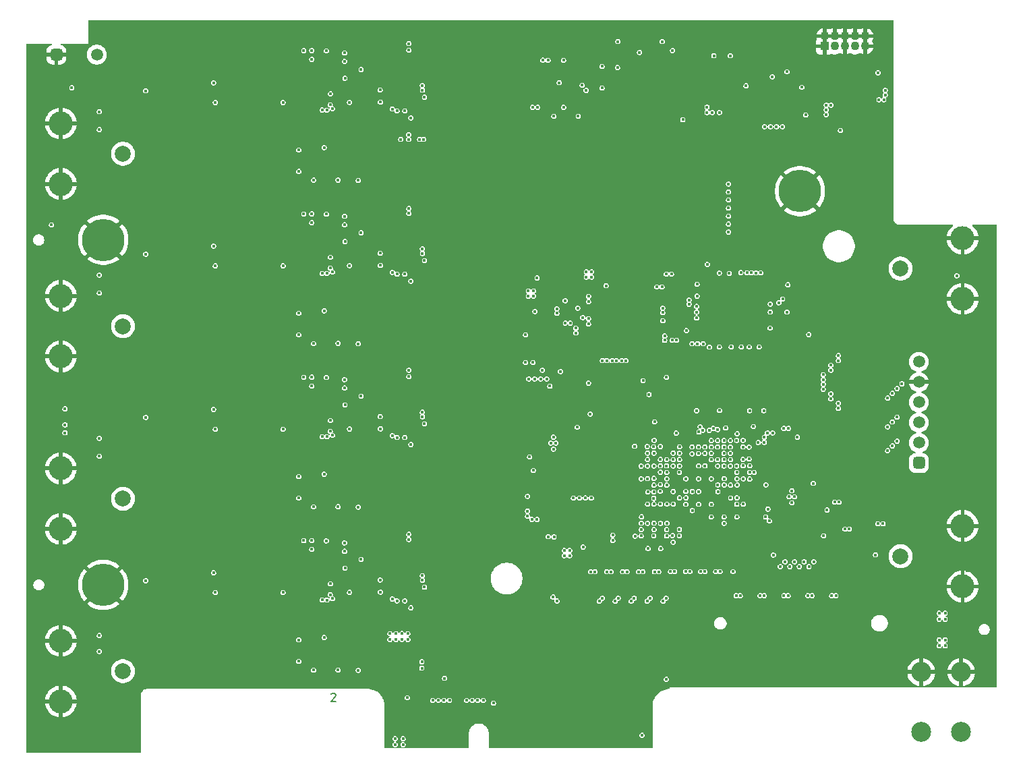
<source format=gbr>
%TF.GenerationSoftware,KiCad,Pcbnew,9.0.0*%
%TF.CreationDate,2025-04-15T16:43:56-04:00*%
%TF.ProjectId,Thunderscope_Rev5,5468756e-6465-4727-9363-6f70655f5265,rev?*%
%TF.SameCoordinates,Original*%
%TF.FileFunction,Copper,L5,Inr*%
%TF.FilePolarity,Positive*%
%FSLAX46Y46*%
G04 Gerber Fmt 4.6, Leading zero omitted, Abs format (unit mm)*
G04 Created by KiCad (PCBNEW 9.0.0) date 2025-04-15 16:43:56*
%MOMM*%
%LPD*%
G01*
G04 APERTURE LIST*
G04 Aperture macros list*
%AMRoundRect*
0 Rectangle with rounded corners*
0 $1 Rounding radius*
0 $2 $3 $4 $5 $6 $7 $8 $9 X,Y pos of 4 corners*
0 Add a 4 corners polygon primitive as box body*
4,1,4,$2,$3,$4,$5,$6,$7,$8,$9,$2,$3,0*
0 Add four circle primitives for the rounded corners*
1,1,$1+$1,$2,$3*
1,1,$1+$1,$4,$5*
1,1,$1+$1,$6,$7*
1,1,$1+$1,$8,$9*
0 Add four rect primitives between the rounded corners*
20,1,$1+$1,$2,$3,$4,$5,0*
20,1,$1+$1,$4,$5,$6,$7,0*
20,1,$1+$1,$6,$7,$8,$9,0*
20,1,$1+$1,$8,$9,$2,$3,0*%
G04 Aperture macros list end*
%ADD10C,0.200000*%
%TA.AperFunction,NonConductor*%
%ADD11C,0.200000*%
%TD*%
%TA.AperFunction,ComponentPad*%
%ADD12C,2.000000*%
%TD*%
%TA.AperFunction,ComponentPad*%
%ADD13C,3.000000*%
%TD*%
%TA.AperFunction,ComponentPad*%
%ADD14R,1.090000X1.090000*%
%TD*%
%TA.AperFunction,ComponentPad*%
%ADD15C,1.090000*%
%TD*%
%TA.AperFunction,ComponentPad*%
%ADD16C,2.500000*%
%TD*%
%TA.AperFunction,ComponentPad*%
%ADD17RoundRect,0.375000X-0.375000X-0.375000X0.375000X-0.375000X0.375000X0.375000X-0.375000X0.375000X0*%
%TD*%
%TA.AperFunction,ComponentPad*%
%ADD18C,1.500000*%
%TD*%
%TA.AperFunction,ComponentPad*%
%ADD19C,5.300000*%
%TD*%
%TA.AperFunction,ComponentPad*%
%ADD20RoundRect,0.375000X0.375000X-0.375000X0.375000X0.375000X-0.375000X0.375000X-0.375000X-0.375000X0*%
%TD*%
%TA.AperFunction,ViaPad*%
%ADD21C,0.406400*%
%TD*%
G04 APERTURE END LIST*
D10*
D11*
X125623149Y-142416057D02*
X125670768Y-142368438D01*
X125670768Y-142368438D02*
X125766006Y-142320819D01*
X125766006Y-142320819D02*
X126004101Y-142320819D01*
X126004101Y-142320819D02*
X126099339Y-142368438D01*
X126099339Y-142368438D02*
X126146958Y-142416057D01*
X126146958Y-142416057D02*
X126194577Y-142511295D01*
X126194577Y-142511295D02*
X126194577Y-142606533D01*
X126194577Y-142606533D02*
X126146958Y-142749390D01*
X126146958Y-142749390D02*
X125575530Y-143320819D01*
X125575530Y-143320819D02*
X126194577Y-143320819D01*
D12*
%TO.N,/CH3/BNC_IN*%
%TO.C,J1002_3*%
X99476095Y-117878600D03*
D13*
%TO.N,GND*%
X91676095Y-121678600D03*
X91676095Y-114078600D03*
%TD*%
D12*
%TO.N,/CH2/BNC_IN*%
%TO.C,J1002_2*%
X99476095Y-96228600D03*
D13*
%TO.N,GND*%
X91676095Y-100028600D03*
X91676095Y-92428600D03*
%TD*%
D12*
%TO.N,/CH4/BNC_IN*%
%TO.C,J1002_4*%
X99476095Y-139528600D03*
D13*
%TO.N,GND*%
X91676095Y-143328600D03*
X91676095Y-135728600D03*
%TD*%
D14*
%TO.N,GND*%
%TO.C,J3*%
X187561095Y-61088600D03*
D15*
X187561095Y-59818600D03*
%TO.N,/TS-PCIe Components/REFINOUT2*%
X188831095Y-61088600D03*
%TO.N,GND*%
X188831095Y-59818600D03*
X190101095Y-61088600D03*
X190101095Y-59818600D03*
%TO.N,/TS-PCIe Components/SYNC2*%
X191371095Y-61088600D03*
%TO.N,GND*%
X191371095Y-59818600D03*
X192641095Y-61088600D03*
X192641095Y-59818600D03*
%TD*%
D12*
%TO.N,/TS-USB4 Components/SYNC1*%
%TO.C,J2*%
X197101095Y-125103600D03*
D13*
%TO.N,GND*%
X204901095Y-121303600D03*
X204901095Y-128903600D03*
%TD*%
D12*
%TO.N,/CH1/BNC_IN*%
%TO.C,J1002_1*%
X99476095Y-74578600D03*
D13*
%TO.N,GND*%
X91676095Y-78378600D03*
X91676095Y-70778600D03*
%TD*%
D16*
%TO.N,GND*%
%TO.C,J11*%
X199701095Y-147153600D03*
X204701095Y-147153600D03*
X199701095Y-139653600D03*
X204701095Y-139653600D03*
%TD*%
D12*
%TO.N,/TS-USB4 Components/REFINOUT1*%
%TO.C,J1*%
X197101095Y-89003600D03*
D13*
%TO.N,GND*%
X204901095Y-85203600D03*
X204901095Y-92803600D03*
%TD*%
D17*
%TO.N,GND*%
%TO.C,J4*%
X91111095Y-62153600D03*
D18*
%TO.N,Net-(J4-Pad2)*%
X96191095Y-62153600D03*
%TD*%
D19*
%TO.N,GND*%
%TO.C,SO2*%
X97001095Y-85403600D03*
%TD*%
D20*
%TO.N,/FPGA/TMS*%
%TO.C,J5*%
X199401095Y-113403600D03*
D18*
%TO.N,/FPGA/TDI*%
X199401095Y-110863600D03*
%TO.N,/FPGA/TDO*%
X199401095Y-108323600D03*
%TO.N,/FPGA/TCK*%
X199401095Y-105783600D03*
%TO.N,GND*%
X199401095Y-103243600D03*
%TO.N,+3V3*%
X199401095Y-100703600D03*
%TD*%
D19*
%TO.N,GND*%
%TO.C,SO1*%
X184476095Y-79278600D03*
%TD*%
%TO.N,GND*%
%TO.C,SO3*%
X97001095Y-128703600D03*
%TD*%
D21*
%TO.N,GND*%
X177401095Y-136528600D03*
%TO.N,/ADC/+1V8A*%
X157926095Y-92478600D03*
X167701095Y-89678600D03*
X167251095Y-94528600D03*
X157936658Y-93138081D03*
X168351095Y-89678600D03*
%TO.N,/ADC/+1V8D*%
X167255863Y-95544072D03*
X157926095Y-95283610D03*
X157936658Y-95943091D03*
%TO.N,/VCM*%
X137336695Y-108487379D03*
X137336695Y-128987379D03*
X137336695Y-87987379D03*
X137336695Y-67487379D03*
X160126095Y-91153600D03*
%TO.N,/FPGA/MGT_TX0_N*%
X166745943Y-127047870D03*
%TO.N,/FPGA/MGT_TX0_P*%
X166212543Y-127047870D03*
%TO.N,/FPGA/MGT_TX1_N*%
X164745943Y-127047870D03*
%TO.N,/FPGA/MGT_TX1_P*%
X164212543Y-127047870D03*
%TO.N,/FPGA/MGT_TX2_N*%
X162745943Y-127047870D03*
%TO.N,/FPGA/MGT_TX2_P*%
X162212543Y-127047870D03*
%TO.N,/FPGA/MGT_TX3_N*%
X160745943Y-127047870D03*
%TO.N,/FPGA/MGT_TX3_P*%
X160212543Y-127047870D03*
%TO.N,/Clock Generator/ADC_CLK_R_P*%
X170551844Y-92935280D03*
%TO.N,/Clock Generator/ADC_CLK_R_N*%
X170551844Y-93471900D03*
%TO.N,/ACQ and FE Voltage Regs/+5V_R_PGA*%
X134351095Y-72778600D03*
%TO.N,Net-(U18H-VCCADC_0)*%
X170154535Y-116963600D03*
%TO.N,Net-(U20-FB)*%
X180176095Y-120178600D03*
%TO.N,/TRIM_1*%
X154796106Y-68753600D03*
X131801095Y-68103600D03*
%TO.N,/TRIM_2*%
X131801095Y-88603600D03*
X151546106Y-68753600D03*
%TO.N,/TRIM_3*%
X150896106Y-68753600D03*
X131801095Y-109103600D03*
%TO.N,/TRIM_4*%
X131801095Y-129603600D03*
X154796106Y-62853600D03*
%TO.N,/CH4/PGA_BIAS*%
X131776095Y-128078600D03*
%TO.N,+2V5*%
X150426095Y-102853600D03*
X151926095Y-102853600D03*
X167731339Y-113753600D03*
X164541095Y-113783600D03*
X168951095Y-109653600D03*
X166169426Y-110553600D03*
X152676095Y-102853600D03*
X166131095Y-117028600D03*
X151176095Y-102853600D03*
X169351095Y-112953600D03*
X163721095Y-111303600D03*
%TO.N,Net-(D1000_1-K)*%
X102333605Y-66677470D03*
%TO.N,/CH4/OUT_R_N*%
X137076095Y-128098600D03*
%TO.N,/CH4/OUT_R_P*%
X137055645Y-127525600D03*
%TO.N,/FPGA/TCK*%
X167771095Y-118547769D03*
%TO.N,/FPGA/TDI*%
X175771095Y-117798800D03*
%TO.N,/FPGA/TMS*%
X176541095Y-118573600D03*
%TO.N,/FPGA/TDO*%
X176571095Y-117773600D03*
%TO.N,AGND*%
X171751095Y-116978600D03*
X170951095Y-116978600D03*
%TO.N,+3V3*%
X172534779Y-111384431D03*
X181051095Y-109617350D03*
X178076095Y-112903600D03*
X157942015Y-103373600D03*
X166931095Y-116943600D03*
X174931095Y-113773600D03*
X194901095Y-121028600D03*
X187451095Y-122528600D03*
X164771095Y-103063600D03*
X180001095Y-110817350D03*
X171501095Y-106828600D03*
X174961095Y-115363600D03*
X194251095Y-121028600D03*
X180401094Y-109617350D03*
X175761095Y-116173600D03*
X174934779Y-110584431D03*
X176591095Y-109733600D03*
X167745388Y-115377893D03*
X178151095Y-106828600D03*
X166226095Y-108228600D03*
X177356802Y-118577893D03*
X174376095Y-106803600D03*
X180001095Y-110167350D03*
X182451095Y-109053600D03*
X183026095Y-109053600D03*
%TO.N,+1V8*%
X166957395Y-116103600D03*
X150276095Y-120078600D03*
X150826095Y-120478600D03*
X172551095Y-113753600D03*
X155551095Y-124378600D03*
X155551095Y-125028600D03*
X169334779Y-114584431D03*
X151476095Y-120478600D03*
X154901095Y-124378600D03*
X154901095Y-125028600D03*
X171751095Y-113753600D03*
X174141095Y-113763600D03*
X150276095Y-119428600D03*
%TO.N,+1V2_MGT*%
X156031076Y-117788599D03*
X158281076Y-117788599D03*
X160976095Y-123128600D03*
X156781076Y-117788599D03*
X165401095Y-124133600D03*
X163769426Y-122582416D03*
X167001095Y-124133601D03*
X157531076Y-117788599D03*
X168481095Y-122513600D03*
X168567411Y-123347769D03*
X160976095Y-122453600D03*
%TO.N,+1V0*%
X182001095Y-126403600D03*
X183201095Y-126403600D03*
X170951095Y-119353600D03*
X171751095Y-118578600D03*
X170151094Y-118578600D03*
X185601095Y-126403600D03*
X183801095Y-125803600D03*
X185001095Y-125803600D03*
X171751095Y-115378600D03*
X173351095Y-120163600D03*
X173351095Y-115378599D03*
X167751095Y-116175160D03*
X182601095Y-125803600D03*
X170151095Y-115378600D03*
X174161095Y-116143600D03*
X169351095Y-117778601D03*
X174171095Y-116993600D03*
X174951093Y-120163600D03*
X184401095Y-126403600D03*
X174951094Y-120963600D03*
X186201095Y-125803600D03*
X168571095Y-118553600D03*
X176551094Y-120163600D03*
X173351095Y-118578600D03*
X170160155Y-117767526D03*
X168551095Y-116978600D03*
%TO.N,+1V0_MGT*%
X166151095Y-120953600D03*
X166967411Y-120963600D03*
X167767411Y-120953600D03*
X165351095Y-120963600D03*
%TO.N,-5V*%
X173476648Y-69403081D03*
X127351095Y-65103600D03*
X125076105Y-69103590D03*
X125501105Y-68428590D03*
X124751095Y-94303600D03*
X121551095Y-94603600D03*
X127351095Y-126603600D03*
X124487875Y-69091610D03*
X172811648Y-68728081D03*
X121551095Y-74103600D03*
X121551095Y-135603600D03*
X121551095Y-115103600D03*
X125501105Y-109428590D03*
X172811648Y-69403081D03*
X129026095Y-77928600D03*
X125501105Y-129928590D03*
X129026095Y-139428600D03*
X124751095Y-73803600D03*
X125076105Y-110103590D03*
X129026095Y-118928600D03*
X124487875Y-110091610D03*
X124487875Y-89591610D03*
X169766061Y-70313562D03*
X125076105Y-130603590D03*
X125076105Y-89603590D03*
X127351095Y-85603600D03*
X125501105Y-88928590D03*
X127351095Y-106103600D03*
X124487875Y-130591610D03*
X124751095Y-135303600D03*
X124751095Y-114803600D03*
X129026095Y-98428600D03*
%TO.N,+VBIAS*%
X129376095Y-84503600D03*
X161571095Y-63763600D03*
X129376095Y-64003600D03*
X129376095Y-125503600D03*
X129376095Y-105003600D03*
%TO.N,+3V3_PGA*%
X137226095Y-72778600D03*
X135626095Y-90578600D03*
X159626095Y-66328600D03*
X135626095Y-111078600D03*
X135626095Y-70078600D03*
X135626095Y-131578600D03*
X159626095Y-63628600D03*
X136716105Y-72778600D03*
X93051095Y-66303600D03*
%TO.N,+1V8APLL*%
X179351095Y-98828600D03*
X178384472Y-89533786D03*
X177101095Y-98828600D03*
X177051095Y-89503600D03*
X174351095Y-89553600D03*
X171501095Y-94453600D03*
X171501095Y-93756043D03*
X174351095Y-98828600D03*
X171501095Y-95203600D03*
X185576095Y-97278600D03*
%TO.N,+5V3*%
X182851095Y-64283600D03*
X194276095Y-64428600D03*
X175741075Y-62278600D03*
%TO.N,-VBIAS*%
X127926095Y-109131864D03*
X127926095Y-88631864D03*
X127926095Y-129631864D03*
X168466083Y-61633600D03*
X127926095Y-68131864D03*
%TO.N,/Front End Trim and Bias/TRIM_SCL*%
X176534779Y-113773600D03*
%TO.N,/Front End Trim and Bias/TRIM_SCL_5V*%
X152846106Y-62853600D03*
X157126095Y-65978600D03*
%TO.N,/Front End Trim and Bias/TRIM_SDA*%
X178171095Y-113743600D03*
%TO.N,/Front End Trim and Bias/TRIM_SDA_5V*%
X152196106Y-62853600D03*
X157626095Y-66628600D03*
%TO.N,Net-(D1000_2-K)*%
X102333605Y-87177470D03*
%TO.N,Net-(D1000_3-K)*%
X102333605Y-107677470D03*
%TO.N,Net-(D1000_4-K)*%
X102333605Y-128177470D03*
%TO.N,/CH4/DC_CPLn*%
X121551095Y-138303600D03*
%TO.N,/ADC/ADC_CSn*%
X155001095Y-93028600D03*
X177334779Y-110563600D03*
%TO.N,/ADC/ADC_RSTn*%
X156576095Y-93953600D03*
%TO.N,/ADC/ADC_PD*%
X157201095Y-95153600D03*
%TO.N,/FPGA/MGT_RX0_N*%
X174437048Y-127032880D03*
X167741095Y-122553600D03*
%TO.N,/FPGA/MGT_RX0_P*%
X167738595Y-121753600D03*
X173903648Y-127032880D03*
%TO.N,/FPGA/MGT_RX1_N*%
X164528595Y-122553600D03*
X172537048Y-127032880D03*
%TO.N,/FPGA/MGT_RX1_P*%
X172003648Y-127032880D03*
X164538595Y-121753600D03*
%TO.N,/FPGA/MGT_RX2_N*%
X170645943Y-127032880D03*
X166121095Y-122546100D03*
%TO.N,/FPGA/MGT_RX2_P*%
X170112543Y-127032880D03*
X166138595Y-121753600D03*
%TO.N,/FPGA/MGT_RX3_N*%
X168745943Y-127032880D03*
X169338595Y-122536100D03*
%TO.N,/FPGA/MGT_RX3_P*%
X169338595Y-121743600D03*
X168212543Y-127032880D03*
%TO.N,Net-(U7-RSTN)*%
X179551095Y-89528600D03*
%TO.N,/Clock Generator/PLL_RSTn*%
X196676095Y-110653600D03*
X174934779Y-112984431D03*
%TO.N,/FPGA/FPGA IO Banks/PLL_SCL*%
X181826095Y-93278600D03*
X195476095Y-111853600D03*
X176541295Y-114577600D03*
%TO.N,/FPGA/FPGA IO Banks/PLL_SDA*%
X182301095Y-92828600D03*
X176561095Y-115373600D03*
X196076095Y-111253600D03*
%TO.N,+1V8_ACQ*%
X171626095Y-98428600D03*
X172326095Y-98428600D03*
X156336084Y-97078600D03*
X156336084Y-96478600D03*
X155031076Y-95838599D03*
X155631076Y-95838599D03*
X170926095Y-98428600D03*
%TO.N,/Clock Generator/AC0*%
X180751095Y-93453600D03*
%TO.N,/Clock Generator/TEST*%
X180751095Y-94453600D03*
%TO.N,Net-(U18D-INIT_B_0)*%
X176599138Y-116165557D03*
%TO.N,Net-(U18D-PROGRAM_B_0)*%
X174967395Y-116156004D03*
%TO.N,/TERM_1*%
X175501095Y-80378600D03*
X173334779Y-112984431D03*
%TO.N,/TERM_2*%
X175501095Y-84403600D03*
X171731095Y-112201200D03*
%TO.N,/TERM_3*%
X171789883Y-109509900D03*
%TO.N,/TERM_4*%
X178719557Y-114578838D03*
%TO.N,/ATTEN_1*%
X175501095Y-79378600D03*
X174134779Y-110584431D03*
%TO.N,/ATTEN_2*%
X175501095Y-82403600D03*
X173334779Y-111384431D03*
%TO.N,/ATTEN_3*%
X172273578Y-109285050D03*
%TO.N,/ATTEN_4*%
X178171095Y-115413600D03*
%TO.N,/PGA_CSn_1*%
X133301095Y-68963600D03*
X174934779Y-111384431D03*
X195476095Y-105253600D03*
%TO.N,/PGA_CSn_2*%
X133301095Y-89463600D03*
X173334779Y-110584431D03*
X175501095Y-81403600D03*
%TO.N,/PGA_CSn_3*%
X175734779Y-110584431D03*
X133301095Y-109963600D03*
%TO.N,/PGA_CSn_4*%
X177371095Y-115383600D03*
X133301095Y-130463600D03*
%TO.N,/CH4/BUF_R_BIAS*%
X125531285Y-128561160D03*
%TO.N,/DC_CPL_1*%
X175501095Y-78378600D03*
X174134779Y-111384431D03*
%TO.N,/DC_CPL_2*%
X173334779Y-112184431D03*
X175501095Y-83403600D03*
%TO.N,/DC_CPL_3*%
X174144695Y-109200212D03*
%TO.N,/DC_CPL_4*%
X178151183Y-114585200D03*
%TO.N,/ADC/ADC_SDATA*%
X153951095Y-94053600D03*
X175734779Y-111384431D03*
%TO.N,/ADC/ADC_SCLK*%
X177331095Y-111383600D03*
X153951095Y-94608403D03*
%TO.N,GND*%
X111451095Y-125103600D03*
X150266100Y-110153599D03*
X206126095Y-90903600D03*
X134126095Y-133353600D03*
X117283705Y-99398390D03*
X114631075Y-108641100D03*
X140126095Y-120903600D03*
X166951095Y-117763600D03*
X105876115Y-132003600D03*
X171301095Y-130353600D03*
X113081095Y-75266100D03*
X192126095Y-86903600D03*
X195391095Y-122873600D03*
X156726095Y-141753600D03*
X118690965Y-104478600D03*
X166932764Y-121753600D03*
X108901095Y-68553600D03*
X126715705Y-140403600D03*
X101449095Y-103098380D03*
X103551095Y-96753600D03*
X152556076Y-123343599D03*
X188126095Y-80903600D03*
X99751096Y-79553600D03*
X120141005Y-126853600D03*
X125276095Y-126353590D03*
X162491073Y-65078602D03*
X122031095Y-122103590D03*
X101451095Y-69753590D03*
X144126095Y-76903600D03*
X89751095Y-83253600D03*
X148326095Y-88903600D03*
X144926095Y-121903600D03*
X205126095Y-89903600D03*
X185976095Y-137728600D03*
X109116025Y-106078600D03*
X146126095Y-116903600D03*
X120141005Y-104478600D03*
X192126095Y-90903600D03*
X90251095Y-105553600D03*
X105349095Y-81098380D03*
X119951095Y-136203600D03*
X130615705Y-118403600D03*
X96751095Y-124053600D03*
X108091095Y-135328600D03*
X155751074Y-60053600D03*
X170151095Y-114553600D03*
X179126095Y-75903600D03*
X134376095Y-120653600D03*
X139501095Y-67253600D03*
X145126095Y-117903600D03*
X144326095Y-88903600D03*
X89751095Y-133053600D03*
X158126095Y-68728600D03*
X106751050Y-59053600D03*
X158626095Y-65403600D03*
X207126095Y-115903600D03*
X104251095Y-98477480D03*
X101451095Y-89003590D03*
X193026095Y-87803600D03*
X163126095Y-71903600D03*
X91751096Y-85853620D03*
X92751096Y-94553600D03*
X159426095Y-85903600D03*
X112861095Y-103543600D03*
X156126095Y-84903600D03*
X146751070Y-59053600D03*
X177201095Y-106828600D03*
X112251095Y-123433600D03*
X125501095Y-112803600D03*
X138126095Y-133353600D03*
X152076095Y-114203600D03*
X174134779Y-112184431D03*
X172126095Y-66903600D03*
X101451095Y-112003600D03*
X98751096Y-98553600D03*
X108091095Y-73828600D03*
X125876095Y-125753590D03*
X131801095Y-124728600D03*
X99751096Y-143053600D03*
X188126095Y-74903600D03*
X114326095Y-82468610D03*
X153076095Y-138503600D03*
X140551092Y-146553600D03*
X141126095Y-99903600D03*
X200413413Y-124229630D03*
X92401095Y-64753600D03*
X89501095Y-115053600D03*
X92751095Y-126053600D03*
X208751095Y-126803600D03*
X147326095Y-121903600D03*
X180552598Y-130051806D03*
X91751095Y-75753600D03*
X137051095Y-104753600D03*
X134376095Y-86828600D03*
X202501095Y-103503600D03*
X158526095Y-142053600D03*
X166921095Y-122549707D03*
X186126095Y-72903600D03*
X148126095Y-78903600D03*
X142126095Y-72903600D03*
X110601095Y-96803600D03*
X150776095Y-129903600D03*
X194026095Y-117528600D03*
X124676095Y-64253590D03*
X202126095Y-86903600D03*
X126713695Y-101598380D03*
X133376095Y-111653600D03*
X90512500Y-87292196D03*
X184426095Y-94253600D03*
X100401095Y-136703600D03*
X104049095Y-104603600D03*
X102826105Y-138878600D03*
X97751046Y-58053600D03*
X109901095Y-103103382D03*
X146126095Y-133353600D03*
X153291095Y-107353600D03*
X94751095Y-120053600D03*
X99751095Y-103053600D03*
X92751095Y-140053600D03*
X123283705Y-99398390D03*
X196126095Y-84903600D03*
X120783695Y-78898390D03*
X120141005Y-66853600D03*
X182476095Y-106828600D03*
X111581085Y-77466100D03*
X133286485Y-71803600D03*
X159344387Y-100127183D03*
X147026095Y-73903600D03*
X169126095Y-79903600D03*
X105926085Y-126603600D03*
X159926095Y-84903600D03*
X173101095Y-137753600D03*
X99751095Y-99403600D03*
X104331115Y-106116100D03*
X101449095Y-106098380D03*
X89751095Y-89553600D03*
X124676095Y-125753590D03*
X171376095Y-127032880D03*
X113081095Y-118466100D03*
X106501075Y-138866100D03*
X140126095Y-64903600D03*
X116081115Y-95766100D03*
X130611095Y-90253590D03*
X145326095Y-83903600D03*
X179126095Y-77903600D03*
X160926095Y-85880615D03*
X145126095Y-65903600D03*
X188126095Y-88903600D03*
X89751095Y-125053600D03*
X129337025Y-124482400D03*
X182126095Y-74903600D03*
X173267200Y-127032880D03*
X135651095Y-148753600D03*
X109116025Y-126578600D03*
X163767411Y-118547769D03*
X115901095Y-70803600D03*
X208751095Y-140803600D03*
X151026095Y-77903600D03*
X120781095Y-122103590D03*
X207126095Y-87903600D03*
X102826105Y-77378600D03*
X133376095Y-117653600D03*
X102751095Y-99403600D03*
X92751096Y-96553600D03*
X137576095Y-99453600D03*
X153501095Y-62853600D03*
X190126095Y-82903600D03*
X117581125Y-77466100D03*
X163169145Y-95228600D03*
X157176095Y-130103600D03*
X113081095Y-93541100D03*
X91751095Y-87553600D03*
X178126095Y-68903600D03*
X170126095Y-64903600D03*
X161126095Y-69903600D03*
X96751096Y-96553600D03*
X123281105Y-101603590D03*
X129313695Y-81098380D03*
X99751095Y-121053600D03*
X133286485Y-74303600D03*
X160726095Y-137753600D03*
X187909592Y-130051806D03*
X199148682Y-117503600D03*
X89501095Y-69803600D03*
X111901085Y-90217950D03*
X124151095Y-117353600D03*
X117283705Y-78898390D03*
X191126095Y-87903600D03*
X153331076Y-120578599D03*
X173101095Y-139003600D03*
X144326095Y-124903600D03*
X206826095Y-97353600D03*
X113081095Y-134541100D03*
X131726095Y-75103600D03*
X142326095Y-126903600D03*
X200126095Y-90903600D03*
X188126095Y-94903600D03*
X99751095Y-123053600D03*
X126715705Y-78903600D03*
X140126095Y-114903600D03*
X182126095Y-88903600D03*
X91751095Y-95553600D03*
X126701105Y-67053590D03*
X170176095Y-120963600D03*
X116033695Y-99398390D03*
X121201095Y-118453600D03*
X116031095Y-60603590D03*
X102876095Y-115928600D03*
X101451095Y-132503600D03*
X193476095Y-120278600D03*
X104376105Y-70503600D03*
X172126095Y-82903600D03*
X150126095Y-126903600D03*
X133376095Y-97353600D03*
X102749095Y-82598380D03*
X106301095Y-86753600D03*
X96751096Y-76553600D03*
X100751098Y-144053600D03*
X172551096Y-118578600D03*
X159226095Y-136753600D03*
X107051095Y-70103600D03*
X108886115Y-128521700D03*
X101451095Y-90253590D03*
X206413413Y-132229630D03*
X131726095Y-76603600D03*
X185751089Y-60053600D03*
X107401095Y-62483600D03*
X199413413Y-129429630D03*
X151126095Y-132353600D03*
X112861095Y-62543600D03*
X180091095Y-100828600D03*
X148126095Y-98903600D03*
X170951095Y-118553600D03*
X114326095Y-61968610D03*
X192276095Y-133628600D03*
X153006076Y-99003599D03*
X174151095Y-115378600D03*
X154126095Y-78903600D03*
X165126095Y-73903600D03*
X192026095Y-82903600D03*
X105926085Y-106103600D03*
X177358597Y-120176100D03*
X98751095Y-114053600D03*
X136551095Y-90604200D03*
X121168055Y-62728110D03*
X104051095Y-99403600D03*
X110301095Y-104603600D03*
X164126095Y-72903600D03*
X191051095Y-106328600D03*
X201413413Y-123229630D03*
X174138595Y-117766100D03*
X147126095Y-67903600D03*
X98751096Y-76553600D03*
X171126095Y-79903600D03*
X208751095Y-86803600D03*
X184126095Y-82903600D03*
X188126095Y-82903600D03*
X109751052Y-58053600D03*
X134376095Y-116653600D03*
X194126095Y-98903600D03*
X149126095Y-89903600D03*
X96751095Y-136053600D03*
X132376095Y-114653600D03*
X103176085Y-128478600D03*
X194751094Y-61053600D03*
X136751065Y-59053600D03*
X127001095Y-73803600D03*
X120783695Y-140398390D03*
X151026095Y-145653600D03*
X119176095Y-138966100D03*
X101451095Y-138903600D03*
X101451095Y-137403600D03*
X148126095Y-106903600D03*
X179126095Y-71903600D03*
X126701105Y-108053590D03*
X122501095Y-136603600D03*
X152126095Y-72903600D03*
X110301095Y-63603600D03*
X107401095Y-123983600D03*
X168676095Y-136553600D03*
X191751093Y-58053600D03*
X88751095Y-98553600D03*
X128013695Y-101598380D03*
X88751095Y-96553600D03*
X116226045Y-129128600D03*
X105349095Y-123598380D03*
X143026095Y-87903600D03*
X180126095Y-86903600D03*
X146326095Y-122903600D03*
X129001095Y-93303600D03*
X147126095Y-63903600D03*
X161326095Y-83903600D03*
X156751075Y-59053600D03*
X91751095Y-67753600D03*
X164326095Y-82903600D03*
X147026095Y-83903600D03*
X120141005Y-109353600D03*
X145126095Y-79903600D03*
X94751096Y-82553600D03*
X94751095Y-116053600D03*
X155576095Y-138503600D03*
X141126095Y-97903600D03*
X117281105Y-101603590D03*
X207626095Y-139803600D03*
X135965306Y-140553600D03*
X131726095Y-111653600D03*
X187126095Y-73903600D03*
X97751096Y-91553600D03*
X102749095Y-125103600D03*
X87751095Y-81753600D03*
X208753000Y-133303600D03*
X107366095Y-88553600D03*
X171126095Y-73903600D03*
X149026095Y-85903600D03*
X147126095Y-130103600D03*
X188126095Y-78903600D03*
X116226045Y-85078600D03*
X98751045Y-61053601D03*
X98751095Y-110053600D03*
X130611095Y-132503600D03*
X100023887Y-69853600D03*
X175761095Y-102028600D03*
X95751099Y-149053600D03*
X94751095Y-138053600D03*
X105101095Y-139477480D03*
X92751095Y-138053600D03*
X201413413Y-131229630D03*
X94751096Y-70553600D03*
X146026095Y-72903600D03*
X130611095Y-71003600D03*
X133376095Y-65328600D03*
X170126095Y-70903600D03*
X120141005Y-131353600D03*
X128801105Y-68153600D03*
X185126095Y-60903600D03*
X152326095Y-76903600D03*
X149126095Y-71903600D03*
X142126095Y-96903600D03*
X200551095Y-109603600D03*
X145751070Y-58053600D03*
X133751064Y-58053600D03*
X119176095Y-118466100D03*
X148126095Y-108903600D03*
X194376095Y-74903600D03*
X113716095Y-83078610D03*
X139401095Y-68453600D03*
X165361095Y-121763600D03*
X162976095Y-107398600D03*
X109661105Y-108803600D03*
X120641095Y-74103600D03*
X98251095Y-64253600D03*
X107001095Y-128653600D03*
X113716095Y-62578610D03*
X91751095Y-119053600D03*
X127376095Y-77928600D03*
X91751095Y-83553600D03*
X160576095Y-104728600D03*
X184826095Y-89603600D03*
X130615705Y-119903600D03*
X178126095Y-74903600D03*
X155626095Y-65903600D03*
X119251095Y-108603600D03*
X155126095Y-81903600D03*
X105876115Y-134203600D03*
X154126095Y-72903600D03*
X184431095Y-103228600D03*
X152326095Y-137453600D03*
X193476095Y-123103600D03*
X118596065Y-72841100D03*
X197276095Y-102853600D03*
X151126095Y-63903600D03*
X195751095Y-62053600D03*
X192476095Y-134728600D03*
X174921095Y-64263600D03*
X141126095Y-111903600D03*
X135851095Y-142503600D03*
X169126095Y-77903600D03*
X137051095Y-125253600D03*
X151751073Y-58053600D03*
X137551092Y-147553600D03*
X161126095Y-71903600D03*
X118596065Y-134341100D03*
X173126095Y-71903600D03*
X176126095Y-70903600D03*
X115911095Y-62543600D03*
X156326095Y-133453600D03*
X196076095Y-110653600D03*
X137551095Y-137878600D03*
X127001095Y-135303600D03*
X113251095Y-63603600D03*
X172226095Y-64703600D03*
X135376095Y-127828600D03*
X139126095Y-75903600D03*
X201413413Y-127229630D03*
X111281105Y-101603590D03*
X184751089Y-59053600D03*
X90751095Y-138053600D03*
X87751095Y-129703600D03*
X131726095Y-113653600D03*
X160526095Y-135503600D03*
X164126095Y-74903600D03*
X177126095Y-73903600D03*
X104376105Y-111503600D03*
X135376095Y-79853600D03*
X192026095Y-78903600D03*
X104049095Y-62098380D03*
X176126095Y-76903600D03*
X104049095Y-82598380D03*
X187879295Y-102028924D03*
X91751095Y-65753600D03*
X111901085Y-131217950D03*
X195126095Y-99903600D03*
X89551095Y-61753600D03*
X117095995Y-124966100D03*
X101451095Y-149053600D03*
X89501095Y-77753600D03*
X194376095Y-82903600D03*
X118801095Y-62526101D03*
X118596065Y-93341100D03*
X110386125Y-108021700D03*
X101475276Y-147048212D03*
X88751095Y-94553600D03*
X152126095Y-84903600D03*
X111001095Y-131993590D03*
X207126095Y-107903600D03*
X147326095Y-81903600D03*
X182526095Y-134803600D03*
X155326095Y-134453600D03*
X144126095Y-102903600D03*
X189126095Y-95903600D03*
X129001095Y-72803600D03*
X189126095Y-89903600D03*
X187976095Y-135728600D03*
X189026095Y-91803600D03*
X134376095Y-98353600D03*
X201126095Y-91903600D03*
X90751095Y-88553600D03*
X111281105Y-81103590D03*
X187126095Y-65903600D03*
X108876105Y-115938610D03*
X90751095Y-140053600D03*
X182751088Y-59053600D03*
X148126095Y-68903600D03*
X194376095Y-80903600D03*
X183526095Y-133803600D03*
X154751074Y-59053600D03*
X146126095Y-108903600D03*
X108091095Y-94328600D03*
X191276095Y-116428600D03*
X161776095Y-106013600D03*
X198526095Y-124103600D03*
X116081115Y-118466100D03*
X105951085Y-77977480D03*
X172541095Y-123373601D03*
X163126095Y-73903600D03*
X102749095Y-104603600D03*
X167476095Y-127047870D03*
X116851095Y-102881099D03*
X111581085Y-97966100D03*
X131776095Y-87853600D03*
X192026095Y-88803600D03*
X160555777Y-100127183D03*
X130615705Y-135753600D03*
X127001095Y-94303600D03*
X174941095Y-123353600D03*
X163226095Y-77903600D03*
X98751095Y-106053600D03*
X103701095Y-97866100D03*
X88751095Y-104553600D03*
X104051095Y-78903600D03*
X109701095Y-111503600D03*
X196076095Y-114203600D03*
X208751095Y-128803600D03*
X135376095Y-65328600D03*
X121051095Y-95603600D03*
X101449095Y-84098380D03*
X132376095Y-112653600D03*
X187226095Y-129153600D03*
X120783695Y-99398390D03*
X175126095Y-75903600D03*
X115301095Y-82433600D03*
X137576095Y-115453600D03*
X113251095Y-104603600D03*
X185126095Y-83903600D03*
X161626095Y-143378600D03*
X207326095Y-119903600D03*
X130613695Y-122098380D03*
X101451095Y-131253590D03*
X108781095Y-60603590D03*
X126251095Y-134303600D03*
X162126095Y-70903600D03*
X175451095Y-68253600D03*
X191126095Y-95903600D03*
X153126095Y-81903600D03*
X87751095Y-69753600D03*
X103551095Y-76253600D03*
X167126095Y-77903600D03*
X113036105Y-88153600D03*
X156026095Y-144503600D03*
X188626095Y-123153600D03*
X89751095Y-79553600D03*
X199308587Y-122429630D03*
X104376105Y-74928600D03*
X113081095Y-73041100D03*
X127376095Y-118928600D03*
X104049095Y-101598380D03*
X106651105Y-114803600D03*
X187126095Y-83903600D03*
X180191100Y-118392349D03*
X106651105Y-73803600D03*
X199887515Y-120954234D03*
X131801095Y-81828600D03*
X119251095Y-129103600D03*
X197951095Y-103888600D03*
X165169145Y-93228600D03*
X87751095Y-67753600D03*
X185826095Y-88603600D03*
X143126095Y-65903600D03*
X108751051Y-59053600D03*
X208751095Y-84803600D03*
X204576095Y-108303600D03*
X194376095Y-76903600D03*
X102749095Y-60598380D03*
X188976095Y-134728600D03*
X167126095Y-63903600D03*
X142751068Y-59053600D03*
X203413413Y-123229630D03*
X190026095Y-90803600D03*
X105101095Y-98477480D03*
X208751095Y-104803600D03*
X140126095Y-116903600D03*
X141126095Y-79903600D03*
X87751095Y-73753600D03*
X145126095Y-101903600D03*
X99751096Y-91553600D03*
X97751096Y-97553600D03*
X186976095Y-134728600D03*
X114783695Y-140398390D03*
X155626095Y-67403600D03*
X116851095Y-83021099D03*
X96751096Y-98553600D03*
X146126095Y-139353600D03*
X116081115Y-136766100D03*
X155026095Y-132253600D03*
X158681076Y-119628599D03*
X207126095Y-89903600D03*
X162169145Y-96228600D03*
X141126095Y-95903600D03*
X188626095Y-121903600D03*
X175761095Y-105628600D03*
X131726095Y-77903600D03*
X122031095Y-60603590D03*
X135376095Y-126828600D03*
X92751095Y-130053600D03*
X184851095Y-97253600D03*
X147126095Y-79903600D03*
X137051095Y-63753600D03*
X140126095Y-102903600D03*
X183751088Y-60053600D03*
X191726095Y-118528600D03*
X180091095Y-104428600D03*
X96751095Y-116053600D03*
X90751095Y-124053600D03*
X184126095Y-84903600D03*
X103551095Y-137753600D03*
X130615705Y-97903600D03*
X170163595Y-120166100D03*
X139126095Y-95903600D03*
X169126095Y-71903600D03*
X114251095Y-131217950D03*
X141751068Y-58053600D03*
X160126095Y-62903600D03*
X150901095Y-123578600D03*
X189126095Y-77903600D03*
X199126095Y-96078600D03*
X96751096Y-100553600D03*
X184126095Y-86903600D03*
X145701095Y-148753600D03*
X192011095Y-130103600D03*
X94751095Y-132053600D03*
X128013695Y-122098380D03*
X134376095Y-118653600D03*
X139381665Y-85987320D03*
X142126095Y-74903600D03*
X130615705Y-78903600D03*
X162126095Y-74903600D03*
X154026095Y-147053600D03*
X184431095Y-100828600D03*
X155126095Y-75903600D03*
X98751095Y-104053600D03*
X144126095Y-64903600D03*
X91751095Y-133053600D03*
X175751084Y-60053600D03*
X159476095Y-127047870D03*
X105926085Y-65103600D03*
X141126095Y-63903600D03*
X95701095Y-66953600D03*
X161726095Y-115503600D03*
X146126095Y-104903600D03*
X110031095Y-60603590D03*
X139381665Y-84787320D03*
X128501095Y-135303600D03*
X114781095Y-122103590D03*
X191976095Y-136728600D03*
X204576095Y-115803600D03*
X134376095Y-108328600D03*
X166963971Y-119363600D03*
X168126095Y-80903600D03*
X158681076Y-120953599D03*
X188829295Y-100832599D03*
X123951095Y-116103600D03*
X90512500Y-130592196D03*
X124361095Y-98403600D03*
X137551092Y-145553600D03*
X135376095Y-128828600D03*
X101451095Y-140403600D03*
X117095995Y-104466100D03*
X88751095Y-76753600D03*
X142126095Y-112903600D03*
X120781095Y-81103590D03*
X168751081Y-59053600D03*
X169751082Y-58053600D03*
X184326095Y-98399601D03*
X137576095Y-101453600D03*
X144126095Y-94903600D03*
X139126095Y-77903600D03*
X101451095Y-115403600D03*
X197571269Y-119803600D03*
X148026095Y-143003600D03*
X175167200Y-127032880D03*
X148126095Y-94903600D03*
X110851095Y-103103382D03*
X142126095Y-116903600D03*
X157951095Y-96603600D03*
X194851095Y-116428600D03*
X173201095Y-131703600D03*
X107401095Y-82983600D03*
X163426095Y-87903600D03*
X173751084Y-58053600D03*
X194151095Y-112478600D03*
X119176095Y-75253600D03*
X133551092Y-139553600D03*
X111751053Y-58053600D03*
X118801095Y-82386101D03*
X163836118Y-129837363D03*
X146326095Y-82903600D03*
X120141005Y-87353600D03*
X148776095Y-131903600D03*
X92751096Y-82553600D03*
X114751054Y-59053600D03*
X135376095Y-115653600D03*
X102876095Y-113703600D03*
X173908095Y-96403590D03*
X102876095Y-132003600D03*
X196676095Y-103453600D03*
X156176095Y-148453600D03*
X118366095Y-131841100D03*
X208751095Y-100803600D03*
X153126095Y-75903600D03*
X165126095Y-69903600D03*
X130613695Y-123598380D03*
X170776095Y-94128600D03*
X169524208Y-98003600D03*
X136126095Y-133353600D03*
X98601095Y-67753600D03*
X112751053Y-59053600D03*
X144126095Y-72903600D03*
X188976095Y-132728600D03*
X90751095Y-80553600D03*
X104049095Y-84103600D03*
X170226095Y-98428600D03*
X201413413Y-125229630D03*
X116081115Y-116266100D03*
X187926095Y-90703600D03*
X90751095Y-102553600D03*
X197078508Y-116420227D03*
X142126095Y-64903600D03*
X197701095Y-117503600D03*
X151126095Y-134353600D03*
X150076095Y-141503600D03*
X155726095Y-129853600D03*
X145126095Y-131903600D03*
X199413413Y-131229630D03*
X175008045Y-93103590D03*
X115751095Y-113853600D03*
X101451095Y-99403600D03*
X89751095Y-101553600D03*
X92751095Y-124053600D03*
X89751095Y-87553600D03*
X114781095Y-81103590D03*
X181126095Y-73903600D03*
X177126095Y-83903600D03*
X191476095Y-109528600D03*
X198126095Y-84903600D03*
X163926095Y-80903600D03*
X103551095Y-117253600D03*
X167676095Y-135403600D03*
X172126095Y-70903600D03*
X125501095Y-92303600D03*
X108926085Y-93203600D03*
X176476095Y-137731100D03*
X194413413Y-132229630D03*
X110031095Y-81103590D03*
X171126095Y-69903600D03*
X102876095Y-111503600D03*
X117001095Y-93353600D03*
X121168055Y-124228110D03*
X125276095Y-85353590D03*
X104376105Y-93203600D03*
X143126095Y-113903600D03*
X135376095Y-86828600D03*
X143126095Y-107903600D03*
X181909592Y-130053600D03*
X189126095Y-79903600D03*
X195476095Y-111253600D03*
X116033695Y-119898390D03*
X139381665Y-64287320D03*
X192751095Y-114203600D03*
X154951095Y-109203600D03*
X109661105Y-88303600D03*
X128751061Y-59053600D03*
X150151095Y-102153600D03*
X187879295Y-103228276D03*
X142126095Y-94903600D03*
X168601095Y-124133601D03*
X162051095Y-137053600D03*
X115301095Y-102933600D03*
X131726095Y-115653600D03*
X180126095Y-134903600D03*
X173401095Y-106828600D03*
X94751095Y-126053600D03*
X139126095Y-111903600D03*
X104376105Y-115928600D03*
X105876115Y-113703600D03*
X147126095Y-125703600D03*
X157526095Y-143053600D03*
X124676095Y-84753590D03*
X173126095Y-83903600D03*
X105151095Y-112578600D03*
X178126095Y-78903600D03*
X141126095Y-129903600D03*
X174126095Y-76903600D03*
X178126095Y-64903600D03*
X96751096Y-74553600D03*
X175231072Y-65503599D03*
X172551095Y-115378600D03*
X171431095Y-105628600D03*
X131726095Y-93353600D03*
X190976095Y-137728600D03*
X143126095Y-77903600D03*
X94751096Y-74553600D03*
X157482391Y-127047870D03*
X196413413Y-130229630D03*
X200551095Y-112138600D03*
X180091095Y-105628600D03*
X174991095Y-118553600D03*
X172126095Y-78903600D03*
X124361095Y-139403600D03*
X165126095Y-75903600D03*
X207126095Y-91903600D03*
X141126095Y-121903600D03*
X110426095Y-113703600D03*
X183751089Y-58053600D03*
X169126095Y-83903600D03*
X129315705Y-140403600D03*
X87751095Y-95553600D03*
X139126095Y-123903600D03*
X94751096Y-88553600D03*
X101451095Y-119903600D03*
X115301095Y-61933600D03*
X191476095Y-135728600D03*
X130613695Y-104228600D03*
X107751051Y-58053600D03*
X179490228Y-137731100D03*
X97751098Y-145053600D03*
X179126095Y-73903600D03*
X105876115Y-91003600D03*
X152126095Y-74903600D03*
X101451095Y-118403600D03*
X87751095Y-149503600D03*
X186552598Y-130053600D03*
X149076095Y-142503600D03*
X135876095Y-125203600D03*
X168126095Y-84903600D03*
X146026095Y-84903600D03*
X140126095Y-92903600D03*
X158681076Y-122278599D03*
X114581105Y-93541100D03*
X184901095Y-115092350D03*
X105151095Y-133078600D03*
X119176095Y-95753600D03*
X96751095Y-112053600D03*
X101451095Y-97903600D03*
X155681095Y-120953600D03*
X124151095Y-76353600D03*
X159126095Y-69903600D03*
X164126095Y-76903600D03*
X202126095Y-90903600D03*
X120141005Y-106353600D03*
X183126095Y-87903600D03*
X113081095Y-97966100D03*
X197951095Y-101348600D03*
X150026095Y-137253600D03*
X159726095Y-138753600D03*
X169126095Y-85903600D03*
X157126095Y-79903600D03*
X102826105Y-97878600D03*
X176108045Y-94203590D03*
X107651095Y-89453600D03*
X89501095Y-135053600D03*
X194376095Y-78903600D03*
X113081095Y-114041100D03*
X137576095Y-95453600D03*
X91751095Y-105553600D03*
X105926085Y-85603600D03*
X151651095Y-148753600D03*
X207176095Y-111853600D03*
X165126095Y-77903600D03*
X135376095Y-87828600D03*
X111581085Y-73041100D03*
X103701095Y-118366100D03*
X137576095Y-117453600D03*
X133376095Y-126828600D03*
X167126095Y-75903600D03*
X195544754Y-121004115D03*
X196701095Y-113124601D03*
X184901095Y-115942350D03*
X108901095Y-123988602D03*
X168126095Y-64903600D03*
X169476095Y-91753600D03*
X87751095Y-147053600D03*
X114581105Y-138966100D03*
X110426095Y-134203600D03*
X137751066Y-58053600D03*
X107376125Y-134203600D03*
X134376095Y-78853600D03*
X184526095Y-92503600D03*
X111441135Y-108503600D03*
X106651105Y-94303600D03*
X105351095Y-140403600D03*
X134376095Y-65328600D03*
X133326095Y-79853600D03*
X102751095Y-140403600D03*
X120141005Y-88853600D03*
X131801095Y-104228600D03*
X158101095Y-106678600D03*
X97751095Y-135053600D03*
X151076095Y-140503600D03*
X154576095Y-139503600D03*
X88751095Y-92553600D03*
X124676095Y-85953590D03*
X111441135Y-129003600D03*
X182651095Y-68028600D03*
X192126095Y-92903600D03*
X90751095Y-66553600D03*
X110851095Y-123603382D03*
X128501095Y-114803600D03*
X158026095Y-147053600D03*
X144751069Y-59053600D03*
X196126095Y-94903600D03*
X118690965Y-83978600D03*
X199901095Y-116386973D03*
X104049095Y-122098380D03*
X135376095Y-95353600D03*
X171126095Y-85903600D03*
X120141005Y-128353600D03*
X172226095Y-65353600D03*
X108901095Y-109553600D03*
X179126095Y-63903600D03*
X163116072Y-131269837D03*
X146126095Y-64903600D03*
X185726095Y-129153600D03*
X116851095Y-103521099D03*
X189651095Y-116428600D03*
X120251095Y-137853600D03*
X195751095Y-58053600D03*
X111581085Y-136766100D03*
X148126095Y-110903600D03*
X117606085Y-91591100D03*
X156076095Y-135503600D03*
X156026095Y-143053600D03*
X90751095Y-73053600D03*
X160126095Y-76903600D03*
X154101095Y-120953600D03*
X117581125Y-95766100D03*
X165576095Y-95353600D03*
X160026095Y-147053600D03*
X148126095Y-64903600D03*
X192601095Y-111153600D03*
X160626095Y-144378600D03*
X160126095Y-74903600D03*
X102876095Y-95428600D03*
X178308095Y-94203590D03*
X118801095Y-83026101D03*
X125569898Y-123163600D03*
X175126095Y-85903600D03*
X130613695Y-83728600D03*
X92751096Y-68553600D03*
X194126095Y-100903600D03*
X208751095Y-108803600D03*
X137576095Y-119453600D03*
X121168055Y-83228110D03*
X130611095Y-130003580D03*
X108783695Y-119898390D03*
X126701105Y-87553590D03*
X171751083Y-58053600D03*
X99751045Y-62053601D03*
X87749134Y-132256334D03*
X116033695Y-140398390D03*
X89401095Y-143053600D03*
X111641095Y-83043600D03*
X165276095Y-83903600D03*
X118801095Y-102886101D03*
X146026095Y-88903600D03*
X111281105Y-122103590D03*
X88751095Y-100553600D03*
X171431095Y-102028600D03*
X153126095Y-73903600D03*
X208751095Y-112803600D03*
X162751078Y-59053600D03*
X98751096Y-90553600D03*
X87751095Y-79753600D03*
X203413413Y-127229630D03*
X204576095Y-103803600D03*
X165126095Y-61903600D03*
X142326095Y-106903600D03*
X105876115Y-136428600D03*
X89751095Y-111053600D03*
X195751095Y-64053600D03*
X97651095Y-67853600D03*
X143326095Y-105903600D03*
X160026095Y-145653600D03*
X150126095Y-62903600D03*
X149026095Y-147053600D03*
X145126095Y-103903600D03*
X108886115Y-67021700D03*
X157126095Y-85903600D03*
X162926095Y-79903600D03*
X94751095Y-122053600D03*
X157126095Y-75903600D03*
X204576095Y-105303600D03*
X150126095Y-72903600D03*
X162981071Y-64293602D03*
X161476095Y-127047870D03*
X192126095Y-98903600D03*
X162427467Y-123555509D03*
X192926095Y-73903600D03*
X141126095Y-75903600D03*
X150101095Y-124378600D03*
X89751095Y-73753600D03*
X173126095Y-87903600D03*
X145126095Y-105903600D03*
X139126095Y-103903600D03*
X130615705Y-99403600D03*
X170201095Y-122503600D03*
X102736145Y-65128600D03*
X127376095Y-98428600D03*
X146126095Y-76903600D03*
X181151095Y-68028600D03*
X151026095Y-144253600D03*
X135401095Y-75103600D03*
X204413413Y-124229630D03*
X204301095Y-118253600D03*
X88751095Y-112053600D03*
X171126095Y-81903600D03*
X162026095Y-82903600D03*
X168126095Y-82903600D03*
X101451095Y-145053600D03*
X165276095Y-87903600D03*
X196076095Y-107653600D03*
X165116072Y-131269837D03*
X117095995Y-83966100D03*
X98751095Y-134053600D03*
X175761095Y-120158599D03*
X105349095Y-62098380D03*
X134376095Y-87828600D03*
X117606085Y-71091100D03*
X132551092Y-142553600D03*
X111251095Y-86703600D03*
X165751098Y-147053600D03*
X187126095Y-67903600D03*
X122031095Y-101603590D03*
X176151095Y-78903600D03*
X93751095Y-63753600D03*
X187976095Y-133728600D03*
X88751095Y-80753600D03*
X100401095Y-132053600D03*
X87751095Y-121053600D03*
X106501085Y-97866100D03*
X140126095Y-98903600D03*
X160576095Y-107398600D03*
X207126095Y-93903600D03*
X161426095Y-87903600D03*
X143126095Y-111903600D03*
X99751096Y-77553600D03*
X120251095Y-96853600D03*
X175126095Y-83903600D03*
X110033695Y-119898390D03*
X156131076Y-100478600D03*
X184431095Y-104428600D03*
X145126095Y-97903600D03*
X96751095Y-138053600D03*
X92751095Y-128053600D03*
X197413413Y-123229630D03*
X178126095Y-72903600D03*
X183191095Y-114042350D03*
X116851095Y-82381099D03*
X90512500Y-126803600D03*
X170951095Y-113753600D03*
X121168055Y-103728110D03*
X148126095Y-114903600D03*
X110851095Y-62103382D03*
X114581105Y-118466100D03*
X110710995Y-126566100D03*
X110376095Y-115928600D03*
X99751047Y-58053600D03*
X174751084Y-59053600D03*
X108781095Y-122103590D03*
X111581085Y-93541100D03*
X105349095Y-82598380D03*
X159126095Y-81903600D03*
X200551095Y-114578600D03*
X92751095Y-133553600D03*
X131801095Y-63228600D03*
X169367410Y-120947769D03*
X107651095Y-109953600D03*
X141126095Y-101903600D03*
X122871095Y-131093600D03*
X142126095Y-70903600D03*
X154951095Y-107603600D03*
X108901095Y-89053600D03*
X97751095Y-102203600D03*
X102876095Y-93203600D03*
X141126095Y-69903600D03*
X104251095Y-118977480D03*
X180126095Y-82903600D03*
X131726095Y-95353600D03*
X191601095Y-68828600D03*
X197126095Y-86009900D03*
X97751095Y-115053600D03*
X128013695Y-81098380D03*
X116031095Y-81103590D03*
X141126095Y-91903600D03*
X121201095Y-138953600D03*
X175126095Y-79903600D03*
X141551092Y-147553600D03*
X147326095Y-71903600D03*
X94751096Y-76553600D03*
X113856085Y-94641100D03*
X205089999Y-135303600D03*
X126715705Y-119903600D03*
X149126095Y-67903600D03*
X94751095Y-62753600D03*
X154126095Y-82903600D03*
X132376095Y-116653600D03*
X100451095Y-98553600D03*
X163126095Y-69903600D03*
X139126095Y-93903600D03*
X88751095Y-62753600D03*
X164169145Y-94228600D03*
X169126095Y-87903600D03*
X135376095Y-113653600D03*
X133376095Y-87828600D03*
X164926105Y-91153600D03*
X153751073Y-60053600D03*
X164176095Y-148453600D03*
X154226095Y-141753600D03*
X200551095Y-104518600D03*
X205351095Y-118253600D03*
X105151095Y-94303600D03*
X140536095Y-128643600D03*
X160751077Y-59053600D03*
X197126095Y-96078600D03*
X120141005Y-90353600D03*
X207176095Y-118253600D03*
X94751095Y-110053600D03*
X131726095Y-91353600D03*
X88751095Y-72753600D03*
X152126095Y-70903600D03*
X139381665Y-105287320D03*
X181901095Y-136528600D03*
X152126095Y-82903600D03*
X97751094Y-69853600D03*
X115901095Y-111803600D03*
X114326095Y-102968610D03*
X150266100Y-110903599D03*
X194413413Y-130229630D03*
X124676095Y-106453590D03*
X137301095Y-62303600D03*
X167476095Y-137753600D03*
X130613695Y-82598380D03*
X202413413Y-138229630D03*
X194126095Y-92903600D03*
X178126095Y-80903600D03*
X142126095Y-110903600D03*
X186126095Y-86903600D03*
X194676095Y-119803600D03*
X128501095Y-94303600D03*
X183126095Y-73903600D03*
X158426095Y-84903600D03*
X95751045Y-58053600D03*
X144126095Y-130903600D03*
X94751096Y-100553600D03*
X138351094Y-139953600D03*
X120141005Y-85853600D03*
X140326095Y-88903600D03*
X181126095Y-133903600D03*
X133126095Y-132353600D03*
X90751095Y-94553600D03*
X123841095Y-110083600D03*
X199413413Y-123229630D03*
X207413413Y-129229630D03*
X162326095Y-84903600D03*
X114631075Y-88141100D03*
X198526095Y-116403600D03*
X206676095Y-116753600D03*
X143326095Y-85903600D03*
X108876105Y-95438610D03*
X89501095Y-121053600D03*
X198323682Y-118653600D03*
X97751096Y-77553600D03*
X91751095Y-131053600D03*
X107001095Y-108153600D03*
X162978557Y-100127183D03*
X196751095Y-83713600D03*
X171431095Y-104428600D03*
X133376095Y-115653600D03*
X155126095Y-87903600D03*
X192026095Y-76903600D03*
X107376125Y-95428600D03*
X139126095Y-73903600D03*
X173126095Y-73903600D03*
X107366095Y-129553600D03*
X146326095Y-70903600D03*
X131776095Y-108353600D03*
X202501095Y-105428600D03*
X180126095Y-72903600D03*
X110601095Y-117303600D03*
X130613695Y-62098380D03*
X161169145Y-93228600D03*
X111581085Y-116266100D03*
X187126095Y-87903600D03*
X170934779Y-122584431D03*
X184431095Y-105628600D03*
X149126095Y-134353600D03*
X131801095Y-82778600D03*
X116033695Y-78898390D03*
X137576095Y-121453600D03*
X115751095Y-93353600D03*
X132551092Y-144553600D03*
X191126095Y-77903600D03*
X152276095Y-145653600D03*
X183426095Y-68403600D03*
X87751095Y-93553600D03*
X107521055Y-85591100D03*
X170947655Y-115380025D03*
X164926095Y-81903600D03*
X151326095Y-138453600D03*
X114251095Y-110717950D03*
X163769425Y-120182416D03*
X184126095Y-74903600D03*
X138551092Y-146553600D03*
X114581105Y-97966100D03*
X168501095Y-139034900D03*
X97751096Y-81553600D03*
X158226095Y-137753600D03*
X185751090Y-58053600D03*
X140126095Y-78903600D03*
X119951095Y-95203600D03*
X185376095Y-110209900D03*
X195851095Y-80053600D03*
X113716095Y-124078610D03*
X174126095Y-72903600D03*
X208751095Y-110803600D03*
X120141005Y-65353600D03*
X129315705Y-78903600D03*
X93751095Y-61753600D03*
X97751045Y-62053601D03*
X88751095Y-124053600D03*
X178526095Y-133703600D03*
X140126095Y-74903600D03*
X110710995Y-65066100D03*
X193476095Y-136728600D03*
X89751095Y-119053600D03*
X129315705Y-119903600D03*
X110376095Y-74928600D03*
X158501095Y-135578600D03*
X137576095Y-97453600D03*
X189501095Y-137728600D03*
X189776704Y-122132743D03*
X207413413Y-125229630D03*
X148751071Y-59053600D03*
X139481665Y-65487320D03*
X95751044Y-60053600D03*
X123841095Y-89583600D03*
X108301105Y-70078600D03*
X120781095Y-101603590D03*
X189779295Y-100831951D03*
X191076095Y-66678600D03*
X104049095Y-81098380D03*
X146056095Y-80903600D03*
X162151095Y-148453600D03*
X131726095Y-119653600D03*
X201226095Y-85978600D03*
X146126095Y-114903600D03*
X180191100Y-117642349D03*
X133376095Y-99353600D03*
X168567411Y-120947769D03*
X97751096Y-75553600D03*
X101449095Y-85598380D03*
X145126095Y-111903600D03*
X103176085Y-87478600D03*
X153736095Y-114453600D03*
X101451095Y-135903600D03*
X118690965Y-63478600D03*
X151126095Y-79903600D03*
X123281105Y-122103590D03*
X91751095Y-97553600D03*
X194126095Y-84903600D03*
X163769426Y-123382416D03*
X182042598Y-128253600D03*
X196992341Y-120987488D03*
X185042598Y-128253600D03*
X108901095Y-103488602D03*
X177476095Y-137731100D03*
X91751095Y-117053600D03*
X204576095Y-99303600D03*
X185976095Y-135728600D03*
X113036105Y-108653600D03*
X117283705Y-140398390D03*
X130615705Y-137403600D03*
X159276095Y-131303600D03*
X186126095Y-84903600D03*
X111441135Y-88003600D03*
X109201095Y-84103600D03*
X152971044Y-125638549D03*
X96751096Y-94553600D03*
X143126095Y-121903600D03*
X116226045Y-64578600D03*
X184976095Y-132603600D03*
X131801095Y-60478600D03*
X90751095Y-132053600D03*
X174126095Y-78903600D03*
X117821015Y-108616100D03*
X171126095Y-83903600D03*
X199126095Y-86009900D03*
X175231072Y-66103599D03*
X126751060Y-59053600D03*
X153331076Y-121328599D03*
X145326095Y-123903600D03*
X144126095Y-120903600D03*
X88751095Y-110053600D03*
X189779295Y-105628924D03*
X202413413Y-126229630D03*
X97751095Y-123053600D03*
X104376105Y-91003600D03*
X114581105Y-136766100D03*
X128351095Y-118928600D03*
X159751076Y-60053600D03*
X89751095Y-63753600D03*
X116376105Y-133203600D03*
X108876105Y-74938610D03*
X198701095Y-127978600D03*
X205978595Y-136203600D03*
X142126095Y-133353600D03*
X194126095Y-90903600D03*
X143126095Y-63903600D03*
X137576094Y-80903600D03*
X153081095Y-106653600D03*
X141126095Y-73903600D03*
X123951095Y-136603600D03*
X156131076Y-99003599D03*
X174976456Y-117720639D03*
X94751096Y-98553600D03*
X202203761Y-122429630D03*
X139126095Y-115903600D03*
X148326095Y-141453600D03*
X153961095Y-88553600D03*
X99023887Y-70553600D03*
X88751095Y-118053600D03*
X143126095Y-79903600D03*
X120141005Y-68353600D03*
X143126095Y-71903600D03*
X107651095Y-68953600D03*
X142126095Y-108903600D03*
X145026095Y-71903600D03*
X162326095Y-80903600D03*
X150126095Y-70903600D03*
X117581125Y-97966100D03*
X111581085Y-118466100D03*
X152076095Y-112603600D03*
X111581085Y-95766100D03*
X135376095Y-99653600D03*
X191776095Y-122403600D03*
X152851095Y-66653600D03*
X170751095Y-92328600D03*
X119176095Y-77466100D03*
X120251095Y-117353600D03*
X192926095Y-75903600D03*
X92751095Y-62753600D03*
X151126095Y-87903600D03*
X99901095Y-83553600D03*
X164126095Y-60903600D03*
X163201095Y-135278600D03*
X172126095Y-80903600D03*
X165751098Y-143053600D03*
X114783695Y-99398390D03*
X177542598Y-130053600D03*
X89751095Y-145053600D03*
X188829295Y-102031951D03*
X144126095Y-108903600D03*
X143126095Y-75903600D03*
X149326095Y-140453600D03*
X101449095Y-81098380D03*
X96751095Y-122053600D03*
X99751095Y-131053600D03*
X181451095Y-113628600D03*
X138351095Y-138353600D03*
X186542598Y-128253600D03*
X208751095Y-92803600D03*
X127751095Y-113803600D03*
X123281105Y-60603590D03*
X111001095Y-111493590D03*
X89751095Y-137053600D03*
X119415985Y-64603600D03*
X98751095Y-124053600D03*
X121051095Y-75103600D03*
X115901095Y-91303600D03*
X198439928Y-120970861D03*
X94751096Y-90553600D03*
X111001095Y-70493590D03*
X189126095Y-93903600D03*
X159126095Y-71903600D03*
X173326412Y-109784167D03*
X120141005Y-63478600D03*
X178976095Y-132603600D03*
X137576095Y-113453600D03*
X100401095Y-137953600D03*
X130611095Y-110753590D03*
X101449095Y-82598380D03*
X175126095Y-71903600D03*
X186126095Y-74903600D03*
X165326095Y-137503600D03*
X104049095Y-125103600D03*
X99023887Y-65153600D03*
X171751082Y-60053600D03*
X194376095Y-72903600D03*
X94551095Y-64753600D03*
X172126095Y-72903600D03*
X175231072Y-64903599D03*
X135551092Y-145553600D03*
X187751091Y-58053600D03*
X184126095Y-72903600D03*
X135751065Y-58053600D03*
X203413413Y-137229630D03*
X128351095Y-98428600D03*
X117821015Y-67616100D03*
X199026095Y-119803600D03*
X101449095Y-63598380D03*
X92751095Y-102553600D03*
X115751095Y-134353600D03*
X184676095Y-121778600D03*
X154881076Y-120578599D03*
X208751095Y-106803600D03*
X139381665Y-125787320D03*
X140126095Y-72903600D03*
X136551095Y-131604200D03*
X142126095Y-80903600D03*
X123841095Y-130583600D03*
X141026095Y-89903600D03*
X102736145Y-106128600D03*
X116851095Y-62521099D03*
X176126095Y-86903600D03*
X125751060Y-58053600D03*
X123381095Y-87453600D03*
X170126095Y-139003600D03*
X191276095Y-134628600D03*
X125876095Y-105253590D03*
X192926095Y-81903600D03*
X202413413Y-140503600D03*
X148326095Y-72903600D03*
X137301095Y-103303600D03*
X116851095Y-61881099D03*
X151551095Y-62853600D03*
X160426095Y-86903600D03*
X169801095Y-89678600D03*
X151126095Y-85903600D03*
X193576095Y-118728600D03*
X165351095Y-135253600D03*
X127751095Y-72803600D03*
X171576095Y-89778600D03*
X184226095Y-129153600D03*
X146126095Y-102903600D03*
X199413413Y-127229630D03*
X135376095Y-85828600D03*
X116226045Y-105578600D03*
X135851095Y-138178600D03*
X146126095Y-137353600D03*
X114781095Y-101603590D03*
X156761095Y-111653600D03*
X154126095Y-70903600D03*
X148126095Y-116903600D03*
X98751096Y-78553600D03*
X186126095Y-66903600D03*
X108901095Y-102848602D03*
X125569898Y-82163600D03*
X119091115Y-69559200D03*
X140126095Y-112903600D03*
X134376095Y-96353600D03*
X186126095Y-82903600D03*
X149776095Y-96678600D03*
X103176085Y-66978600D03*
X205726095Y-113003600D03*
X205726095Y-105003600D03*
X114251095Y-90217950D03*
X129313695Y-60598380D03*
X195426095Y-126978600D03*
X167116072Y-131269837D03*
X169301095Y-131657745D03*
X125876095Y-106453590D03*
X101449095Y-65098380D03*
X130613695Y-60598380D03*
X146126095Y-74903600D03*
X135876095Y-63703600D03*
X195126095Y-91903600D03*
X190476095Y-136728600D03*
X105349095Y-60598380D03*
X99751095Y-109053600D03*
X117821015Y-105591100D03*
X110301095Y-84103600D03*
X195413413Y-135229630D03*
X196123682Y-119803600D03*
X188776095Y-98653600D03*
X185126095Y-87903600D03*
X119415985Y-85103600D03*
X109661105Y-67803600D03*
X107376125Y-72703600D03*
X184901095Y-114242350D03*
X150326095Y-74903600D03*
X167126095Y-69903600D03*
X157751076Y-58053600D03*
X102876095Y-136428600D03*
X126713695Y-122098380D03*
X169351095Y-116978600D03*
X129326095Y-82478600D03*
X105151095Y-92078600D03*
X178226095Y-129153600D03*
X111451095Y-63603600D03*
X114631075Y-129141100D03*
X188126095Y-76903600D03*
X112251095Y-102933600D03*
X167126095Y-79903600D03*
X166167411Y-119347769D03*
X167126095Y-73903600D03*
X197831095Y-127593600D03*
X170126095Y-66903600D03*
X147126095Y-136353600D03*
X105151095Y-135303600D03*
X187126095Y-81903600D03*
X175899592Y-130053600D03*
X166126095Y-74903600D03*
X117606085Y-132591100D03*
X148326095Y-84903600D03*
X94001095Y-143153600D03*
X129315705Y-99403600D03*
X143126095Y-119903600D03*
X128801105Y-129653600D03*
X111283705Y-119898390D03*
X124151095Y-96853600D03*
X155626095Y-62903600D03*
X143926095Y-122903600D03*
X106501085Y-77366100D03*
X161116072Y-131269837D03*
X160126095Y-78903600D03*
X157576095Y-136503600D03*
X163751078Y-60053600D03*
X108781095Y-101603590D03*
X182001095Y-120178600D03*
X195126095Y-101903600D03*
X113856085Y-135641100D03*
X161526095Y-139053600D03*
X164026095Y-144253600D03*
X204413413Y-136229630D03*
X163076095Y-132928600D03*
X189126095Y-83903600D03*
X96751095Y-140053600D03*
X166271083Y-60498602D03*
X102876095Y-91003600D03*
X165751079Y-60053600D03*
X108301105Y-131578600D03*
X145126095Y-129903600D03*
X177351094Y-122563600D03*
X177126095Y-60903600D03*
X112861095Y-83043600D03*
X179126095Y-85903600D03*
X117606085Y-112091100D03*
X174126095Y-86903600D03*
X194413413Y-128229630D03*
X172126095Y-62903600D03*
X168126095Y-76903600D03*
X149126095Y-129903600D03*
X102876095Y-134203600D03*
X152551095Y-119103600D03*
X94751096Y-72553600D03*
X107051095Y-90603600D03*
X189276095Y-136628600D03*
X197413413Y-129429630D03*
X180751087Y-59053600D03*
X94751093Y-142153600D03*
X144126095Y-78903600D03*
X132751063Y-59053600D03*
X205726095Y-107003600D03*
X177751085Y-60053600D03*
X102749095Y-63603600D03*
X154451095Y-92553600D03*
X119091115Y-90059200D03*
X97751095Y-72203600D03*
X106651105Y-135303600D03*
X193126095Y-89903600D03*
X124751095Y-72803600D03*
X128015705Y-99403600D03*
X98601095Y-66303600D03*
X99023887Y-69153600D03*
X161001095Y-124728600D03*
X87751095Y-71753600D03*
X155126095Y-79903600D03*
X107651095Y-130453600D03*
X192051094Y-63353600D03*
X199413413Y-137229630D03*
X124151095Y-137853600D03*
X180542598Y-128253600D03*
X162026095Y-141053600D03*
X132551092Y-140553600D03*
X193976095Y-134728600D03*
X94751095Y-144053600D03*
X105751050Y-58053600D03*
X94751096Y-80553600D03*
X194476095Y-135728600D03*
X119951095Y-74703600D03*
X149906076Y-99003599D03*
X149026095Y-81903600D03*
X134376095Y-127828600D03*
X107521055Y-106091100D03*
X190126095Y-76903600D03*
X110426095Y-93203600D03*
X148126095Y-96903600D03*
X123281105Y-81103590D03*
X114631075Y-67641100D03*
X158751076Y-59053600D03*
X132376095Y-96353600D03*
X120141005Y-124978600D03*
X130615705Y-94903600D03*
X145126095Y-113903600D03*
X117591105Y-131059200D03*
X170126095Y-84903600D03*
X178909592Y-130051806D03*
X118801095Y-61886101D03*
X135376095Y-97353600D03*
X100401095Y-116053600D03*
X95751095Y-145053600D03*
X194701095Y-106303600D03*
X183126095Y-75903600D03*
X150126095Y-64903600D03*
X184431095Y-102028600D03*
X148026095Y-86903600D03*
X170963971Y-121749194D03*
X152231076Y-99378599D03*
X97751095Y-121053600D03*
X202576095Y-118103600D03*
X145026095Y-85903600D03*
X98751095Y-112053600D03*
X107401095Y-123343600D03*
X195126095Y-87903600D03*
X89751095Y-95553600D03*
X125876095Y-65453590D03*
X105351095Y-99403600D03*
X112251095Y-61933600D03*
X187126095Y-75903600D03*
X97751096Y-95553600D03*
X160126095Y-66903600D03*
X119176095Y-97966100D03*
X114751095Y-130203600D03*
X89751095Y-123053600D03*
X125569898Y-102663600D03*
X89751095Y-117053600D03*
X172551094Y-122563600D03*
X89501095Y-91553600D03*
X114326095Y-123468610D03*
X139126095Y-81903600D03*
X192126095Y-74903600D03*
X162026095Y-147053600D03*
X151026095Y-126328600D03*
X144126095Y-116903600D03*
X174126095Y-74903600D03*
X124751059Y-59053600D03*
X87751095Y-113053600D03*
X188401095Y-114203600D03*
X163026095Y-140053600D03*
X170751082Y-59053600D03*
X156761095Y-110153600D03*
X153576095Y-140503600D03*
X145126095Y-75903600D03*
X166226095Y-80903600D03*
X87751095Y-125053600D03*
X146326095Y-86903600D03*
X110401105Y-130053600D03*
X104376105Y-72703600D03*
X152126095Y-78903600D03*
X154126095Y-74903600D03*
X117591105Y-69559200D03*
X131726095Y-73603600D03*
X188026095Y-92803600D03*
X149151095Y-148453600D03*
X87751095Y-84403600D03*
X112861095Y-124043600D03*
X145126095Y-107903600D03*
X121751058Y-58053600D03*
X136551095Y-111104200D03*
X208751095Y-138803600D03*
X109701095Y-70503600D03*
X185176095Y-136628600D03*
X87751095Y-117053600D03*
X129337025Y-83482400D03*
X195428508Y-118653600D03*
X195851095Y-72053600D03*
X114581105Y-134541100D03*
X191251095Y-123403600D03*
X89751095Y-65753600D03*
X173908095Y-92003590D03*
X129313695Y-101598380D03*
X207126095Y-113903600D03*
X110033695Y-99398390D03*
X104051095Y-140403600D03*
X130611095Y-131253590D03*
X116851095Y-124021099D03*
X109116025Y-65078600D03*
X140126095Y-108903600D03*
X101449095Y-126598380D03*
X110386125Y-67021700D03*
X111451095Y-84103600D03*
X108886115Y-108021700D03*
X182126095Y-72903600D03*
X117001095Y-72853600D03*
X150126095Y-82903600D03*
X165169145Y-97228600D03*
X88751095Y-90553600D03*
X106401095Y-123598380D03*
X151126095Y-65903600D03*
X179126095Y-79903600D03*
X119415985Y-107103600D03*
X108901095Y-82348602D03*
X97751095Y-105053600D03*
X88751095Y-66753600D03*
X109901095Y-123603382D03*
X105349095Y-103098380D03*
X143126095Y-109903600D03*
X130615705Y-77403600D03*
X130615705Y-96403600D03*
X94751095Y-114053600D03*
X145126095Y-63903600D03*
X126715705Y-99403600D03*
X178901095Y-136528600D03*
X161126095Y-75903600D03*
X92751096Y-84203600D03*
X92701095Y-76353600D03*
X87751095Y-109303600D03*
X129326095Y-61978600D03*
X108886115Y-87521700D03*
X131776095Y-65578600D03*
X189126095Y-73903600D03*
X125876095Y-84753590D03*
X133286485Y-75803600D03*
X164026095Y-145653600D03*
X189920998Y-118319950D03*
X145926095Y-120903600D03*
X131926095Y-135103600D03*
X139401095Y-109453600D03*
X174167411Y-118563600D03*
X127001095Y-92303600D03*
X127001095Y-133303600D03*
X126713695Y-60598380D03*
X159126095Y-75903600D03*
X198126095Y-98903600D03*
X88751095Y-102553600D03*
X118366095Y-90841100D03*
X176361095Y-63503600D03*
X131726095Y-72103600D03*
X144126095Y-133353600D03*
X100426095Y-114653600D03*
X168051095Y-97460300D03*
X139401095Y-87753600D03*
X100751047Y-59053600D03*
X143126095Y-117903600D03*
X153751074Y-58053600D03*
X147126095Y-69903600D03*
X111001095Y-90993590D03*
X187126095Y-71903600D03*
X140126095Y-133353600D03*
X98751095Y-108053600D03*
X108901095Y-123348602D03*
X197861000Y-122429630D03*
X96751095Y-132053600D03*
X195851095Y-74053600D03*
X151126095Y-127903600D03*
X171376095Y-137753600D03*
X122501095Y-116103600D03*
X106301095Y-127753600D03*
X154126095Y-131353600D03*
X89751095Y-103553600D03*
X91751095Y-63753600D03*
X146126095Y-130903600D03*
X116376105Y-112703600D03*
X87751095Y-138253600D03*
X131801095Y-102328600D03*
X87751095Y-111053600D03*
X134376095Y-92353600D03*
X105876115Y-111503600D03*
X117821015Y-85091100D03*
X179751086Y-60053600D03*
X89751095Y-67753600D03*
X110081075Y-77466100D03*
X149126095Y-77903600D03*
X162626095Y-142378600D03*
X155126095Y-71903600D03*
X101449095Y-122098380D03*
X92751095Y-118053600D03*
X143126095Y-129903600D03*
X149326095Y-73903600D03*
X195476095Y-108253600D03*
X192951095Y-116428600D03*
X141126095Y-109903600D03*
X202335102Y-119937607D03*
X91751095Y-81553600D03*
X113081095Y-95766100D03*
X148126095Y-122903600D03*
X87751095Y-89553600D03*
X188601095Y-117053600D03*
X130751062Y-59053600D03*
X114783695Y-119898390D03*
X150126095Y-78903600D03*
X145026095Y-89903600D03*
X150126095Y-133353600D03*
X116081115Y-77466100D03*
X170276095Y-96078600D03*
X183126095Y-89903600D03*
X107366095Y-68053600D03*
X122751058Y-59053600D03*
X180126095Y-76903600D03*
X96501095Y-147053600D03*
X171431095Y-103228600D03*
X165276095Y-85903600D03*
X195226095Y-86003600D03*
X133551092Y-141553600D03*
X110401105Y-109553600D03*
X139126095Y-79903600D03*
X162976095Y-104728600D03*
X138351094Y-139153600D03*
X204126095Y-88903600D03*
X157156076Y-120953599D03*
X110033695Y-140398390D03*
X153226095Y-142753600D03*
X176126095Y-72903600D03*
X130613695Y-124728600D03*
X120141005Y-123478600D03*
X167126095Y-85903600D03*
X134376095Y-126828600D03*
X194151095Y-109578600D03*
X189851095Y-114203600D03*
X163026095Y-83903600D03*
X156226095Y-139753600D03*
X151126095Y-71903600D03*
X172563595Y-117766101D03*
X140126095Y-110903600D03*
X130611095Y-109503580D03*
X152026095Y-135253600D03*
X180126095Y-80903600D03*
X145126095Y-93903600D03*
X95751093Y-143053600D03*
X148126095Y-66903600D03*
X101451095Y-68503590D03*
X110031095Y-122103590D03*
X128501095Y-133303600D03*
X104049095Y-63603600D03*
X119415985Y-127603600D03*
X201576095Y-119103600D03*
X175751085Y-58053600D03*
X142126095Y-76903600D03*
X117821015Y-64591100D03*
X183552598Y-130053600D03*
X176531095Y-111383600D03*
X141126095Y-77903600D03*
X167751081Y-58053600D03*
X172126095Y-74903600D03*
X117591105Y-110559200D03*
X166751080Y-59053600D03*
X148126095Y-124903600D03*
X172126095Y-86903600D03*
X143126095Y-131903600D03*
X175451095Y-66753598D03*
X119176095Y-116253600D03*
X191076095Y-67478600D03*
X200756174Y-122429630D03*
X167836118Y-129837363D03*
X178126095Y-86903600D03*
X133376095Y-128828600D03*
X127001095Y-114803600D03*
X172531095Y-120163600D03*
X145126095Y-109903600D03*
X94751095Y-112053600D03*
X114751095Y-109703600D03*
X175008045Y-95303590D03*
X131776095Y-128853600D03*
X139126095Y-101903600D03*
X150681076Y-98628599D03*
X140126095Y-118903600D03*
X170126095Y-80903600D03*
X120141005Y-69853600D03*
X156026095Y-145653600D03*
X169126095Y-73903600D03*
X141126095Y-117903600D03*
X179126095Y-83903600D03*
X110301095Y-125103600D03*
X133376095Y-108328600D03*
X108926085Y-113703600D03*
X179626095Y-68028600D03*
X94751095Y-140053600D03*
X145126095Y-91903600D03*
X106401095Y-82598380D03*
X157076095Y-134503600D03*
X127751061Y-58053600D03*
X116081115Y-75266100D03*
X200126095Y-92903600D03*
X104251095Y-77977480D03*
X110710995Y-85566100D03*
X131801095Y-61328600D03*
X178308095Y-92003590D03*
X176151095Y-80903600D03*
X122033695Y-140398390D03*
X146126095Y-118903600D03*
X151126095Y-73903600D03*
X111251095Y-66203600D03*
X178126095Y-70903600D03*
X102749095Y-62098380D03*
X97751093Y-143053600D03*
X179126095Y-81903600D03*
X100023887Y-66153600D03*
X87751095Y-123053600D03*
X100401095Y-135578600D03*
X191126095Y-101903600D03*
X163471073Y-65078602D03*
X156776095Y-103353600D03*
X101451095Y-116903600D03*
X200413413Y-130229630D03*
X104251095Y-139477480D03*
X97751095Y-117053600D03*
X116376105Y-92203600D03*
X192026095Y-80903600D03*
X117581125Y-136766100D03*
X144126095Y-137903600D03*
X167126095Y-87903600D03*
X97751100Y-149053600D03*
X110033695Y-78898390D03*
X154451095Y-90178600D03*
X90751095Y-76303600D03*
X140126095Y-104903600D03*
X108901095Y-62488602D03*
X196076095Y-104053600D03*
X110081075Y-118466100D03*
X119106095Y-112091100D03*
X96751096Y-72553600D03*
X155751075Y-58053600D03*
X138651095Y-148753600D03*
X171431095Y-100828600D03*
X94751096Y-94553600D03*
X170934779Y-123384431D03*
X92751096Y-88553600D03*
X191126095Y-91903600D03*
X114781095Y-60603590D03*
X171126095Y-75903600D03*
X206451095Y-95853600D03*
X191076095Y-68278600D03*
X180091095Y-103228600D03*
X96751095Y-103203600D03*
X148026095Y-74903600D03*
X166126095Y-64903600D03*
X162126095Y-68903600D03*
X146276095Y-145653600D03*
X156626095Y-62303600D03*
X179503079Y-110358392D03*
X108901095Y-61848602D03*
X108901095Y-130053600D03*
X105513195Y-108153600D03*
X111451095Y-104603600D03*
X119091115Y-110559200D03*
X171126095Y-61903600D03*
X206413413Y-126229630D03*
X162126095Y-72903600D03*
X208751095Y-94803600D03*
X149126095Y-125903600D03*
X188126095Y-72903600D03*
X135851095Y-141703600D03*
X109201095Y-125103600D03*
X200551095Y-101978600D03*
X107401095Y-61843600D03*
X113081095Y-136766100D03*
X129326095Y-123478600D03*
X134376095Y-106328600D03*
X107001095Y-67153600D03*
X124751095Y-134303600D03*
X105349095Y-122098380D03*
X174951094Y-122563600D03*
X155226095Y-140753600D03*
X160526095Y-140053600D03*
X99751096Y-81553600D03*
X148126095Y-70903600D03*
X165226095Y-79903600D03*
X132376095Y-90353600D03*
X91151095Y-147053600D03*
X186711090Y-116892349D03*
X155126095Y-69903600D03*
X89301095Y-105553600D03*
X171876095Y-139003600D03*
X87751095Y-99553600D03*
X141926095Y-124903600D03*
X156176095Y-131103600D03*
X175126095Y-81903600D03*
X110081075Y-97966100D03*
X147126095Y-65903600D03*
X97101095Y-63353600D03*
X127001095Y-71803600D03*
X94751096Y-102553600D03*
X175761095Y-103228600D03*
X169126095Y-63903600D03*
X166126095Y-76903600D03*
X139551092Y-147553600D03*
X88751095Y-122053600D03*
X115751055Y-58053600D03*
X119176095Y-136753600D03*
X119415985Y-66103600D03*
X137576094Y-76903600D03*
X205426095Y-126903600D03*
X160126095Y-64903600D03*
X99751095Y-107053600D03*
X142126095Y-114903600D03*
X130611095Y-69753590D03*
X168126095Y-78903600D03*
X168532764Y-121749784D03*
X116081115Y-97966100D03*
X120783695Y-119898390D03*
X199126095Y-89903600D03*
X96751095Y-88803600D03*
X207126095Y-85903600D03*
X87751095Y-136653600D03*
X120641095Y-94603600D03*
X168126095Y-70903600D03*
X160026095Y-143053600D03*
X113751054Y-58053600D03*
X90751095Y-90303600D03*
X206826095Y-130603600D03*
X191816095Y-70578600D03*
X204576095Y-109803600D03*
X108901095Y-82988602D03*
X176151095Y-82903600D03*
X171126095Y-87903600D03*
X127376095Y-139428600D03*
X193126095Y-99632599D03*
X148126095Y-102903600D03*
X146126095Y-135353600D03*
X99751096Y-89553600D03*
X163751095Y-141278600D03*
X162126095Y-76903600D03*
X198126095Y-96903600D03*
X166967412Y-120163600D03*
X98751095Y-132053600D03*
X102749095Y-81098380D03*
X130611095Y-89003580D03*
X153126095Y-87903600D03*
X191816095Y-69578600D03*
X174126095Y-84903600D03*
X107521055Y-65091100D03*
X93751095Y-145053600D03*
X191026095Y-89803600D03*
X204576095Y-100803600D03*
X183126095Y-60903600D03*
X105349095Y-101598380D03*
X159476095Y-116278600D03*
X145126095Y-99903600D03*
X110376095Y-136428600D03*
X124676095Y-105253590D03*
X181226095Y-129153600D03*
X164567411Y-119347769D03*
X126251095Y-72803600D03*
X197951095Y-109003600D03*
X128013695Y-60598380D03*
X124361095Y-118903600D03*
X87751095Y-103553600D03*
X105101095Y-118977480D03*
X169126095Y-81903600D03*
X141126095Y-71903600D03*
X116376105Y-71703600D03*
X195126095Y-95903600D03*
X191776095Y-124403600D03*
X189751092Y-58053600D03*
X202126095Y-84903600D03*
X140126095Y-122903600D03*
X105951085Y-118977480D03*
X149026095Y-75903600D03*
X186926095Y-91703600D03*
X159726095Y-134553600D03*
X144126095Y-118903600D03*
X170126095Y-82903600D03*
X124751095Y-93303600D03*
X91412500Y-129703600D03*
X135376095Y-119653600D03*
X146126095Y-66903600D03*
X191025486Y-122132743D03*
X139751067Y-58053600D03*
X204576095Y-111303600D03*
X149126095Y-65903600D03*
X91751095Y-103553600D03*
X152556076Y-120953599D03*
X163326095Y-81903600D03*
X164976095Y-104728600D03*
X122033695Y-119898390D03*
X113036105Y-67653600D03*
X141126095Y-103903600D03*
X118596065Y-113841100D03*
X171726095Y-133503600D03*
X181751088Y-58053600D03*
X130615705Y-138903600D03*
X101449095Y-123598380D03*
X105951085Y-139477480D03*
X177751086Y-58053600D03*
X87751095Y-145453600D03*
X171126095Y-65903600D03*
X125876095Y-85953590D03*
X87751095Y-119053600D03*
X172126095Y-84903600D03*
X96751045Y-59053600D03*
X180851095Y-113628600D03*
X87751095Y-142503600D03*
X144126095Y-62903600D03*
X101451095Y-143053600D03*
X147126095Y-75903600D03*
X101451095Y-91503600D03*
X192176095Y-103153600D03*
X154026095Y-133253600D03*
X101449095Y-104598380D03*
X132376095Y-98353600D03*
X184876095Y-95853600D03*
X198126095Y-92903600D03*
X165476095Y-127047870D03*
X131801095Y-83728600D03*
X151451095Y-99003600D03*
X125569898Y-61663600D03*
X131776095Y-86078600D03*
X116081115Y-138966100D03*
X146126095Y-62903600D03*
X148126095Y-118903600D03*
X150266100Y-111653599D03*
X143126095Y-115903600D03*
X197126095Y-99903600D03*
X202126095Y-92903600D03*
X189976095Y-133728600D03*
X208751095Y-130553600D03*
X143126095Y-127903600D03*
X191126095Y-75903600D03*
X118751056Y-59053600D03*
X178308095Y-96403590D03*
X134376095Y-67328600D03*
X93051095Y-85853600D03*
X190976095Y-132728600D03*
X166126095Y-72903600D03*
X202751095Y-83713600D03*
X149026095Y-138253600D03*
X152126095Y-133353600D03*
X111581085Y-134541100D03*
X175761095Y-104428600D03*
X113036105Y-129153600D03*
X166132764Y-120153600D03*
X163426095Y-85903600D03*
X179126095Y-60903600D03*
X165201095Y-148603600D03*
X162169145Y-94228600D03*
X134376095Y-114653600D03*
X196676095Y-110053600D03*
X157126095Y-71903600D03*
X151126095Y-69903600D03*
X92751095Y-116053600D03*
X192126095Y-94903600D03*
X150126095Y-125428600D03*
X139481665Y-126987320D03*
X206276095Y-118253600D03*
X116226045Y-126078600D03*
X117281105Y-122103590D03*
X102736145Y-126628600D03*
X145126095Y-77903600D03*
X180191100Y-116892349D03*
X208751095Y-120803600D03*
X148126095Y-76903600D03*
X148126095Y-135353600D03*
X199401095Y-115327680D03*
X98751095Y-122053600D03*
X169426095Y-96403600D03*
X163426095Y-91153600D03*
X114581105Y-114041100D03*
X175126095Y-60903600D03*
X97751096Y-74003600D03*
X128501095Y-112803600D03*
X117591105Y-90059200D03*
X170126095Y-76903600D03*
X99751101Y-149053600D03*
X151201095Y-93778600D03*
X153126095Y-63903600D03*
X207126095Y-109903600D03*
X208751095Y-124803600D03*
X207326095Y-95853600D03*
X111641095Y-62543600D03*
X105876115Y-70503600D03*
X198126095Y-90903600D03*
X191816095Y-71578600D03*
X133376095Y-85828600D03*
X118690965Y-124978600D03*
X152751073Y-59053600D03*
X165126095Y-63903600D03*
X146126095Y-96903600D03*
X93751098Y-149053600D03*
X150076095Y-68953600D03*
X101449095Y-62098380D03*
X97751095Y-109053600D03*
X134376095Y-128828600D03*
X194301095Y-114203600D03*
X140126095Y-100903600D03*
X196126095Y-92903600D03*
X125276095Y-105853590D03*
X145126095Y-115903600D03*
X204576095Y-112803600D03*
X127001095Y-112803600D03*
X170134779Y-121784431D03*
X89751095Y-141253600D03*
X170226095Y-97703600D03*
X147026095Y-140253600D03*
X102749095Y-84103600D03*
X198126095Y-94903600D03*
X121051095Y-136603600D03*
X153126095Y-132353600D03*
X105513195Y-128653600D03*
X102876095Y-70503600D03*
X196126095Y-100903600D03*
X194751094Y-59053600D03*
X96751096Y-80553600D03*
X208751095Y-102803600D03*
X199126095Y-91903600D03*
X111901085Y-110717950D03*
X158151095Y-148453600D03*
X141026095Y-105903600D03*
X127326095Y-129578600D03*
X125876095Y-64253590D03*
X107051095Y-131603600D03*
X123283705Y-119898390D03*
X98851095Y-82503600D03*
X131776095Y-106578600D03*
X124676095Y-65453590D03*
X189676095Y-64853600D03*
X139501095Y-108253600D03*
X117751056Y-58053600D03*
X149026095Y-145653600D03*
X152231076Y-98628599D03*
X105101095Y-77977480D03*
X90751095Y-116303600D03*
X156126095Y-70903600D03*
X123381095Y-66953600D03*
X114581105Y-77466100D03*
X130611095Y-112003600D03*
X91751095Y-139053600D03*
X133376095Y-106328600D03*
X196253507Y-117503600D03*
X178126095Y-76903600D03*
X181126095Y-71903600D03*
X117581125Y-75266100D03*
X193801095Y-137603600D03*
X111283705Y-99398390D03*
X144026095Y-86903600D03*
X168126095Y-74903600D03*
X158726095Y-139753600D03*
X110851095Y-82603382D03*
X94751096Y-92553600D03*
X107376125Y-93203600D03*
X91412500Y-86403600D03*
X147126095Y-77903600D03*
X117821015Y-126091100D03*
X104331115Y-85616100D03*
X170941095Y-110533600D03*
X90751095Y-68753600D03*
X140551095Y-67478600D03*
X87751095Y-77753600D03*
X190126095Y-80903600D03*
X142126095Y-118903600D03*
X119091115Y-131059200D03*
X129313695Y-122098380D03*
X168551095Y-114563600D03*
X115911095Y-83043600D03*
X194126095Y-103150911D03*
X193126095Y-91903600D03*
X167126095Y-71903600D03*
X205413413Y-125229630D03*
X185126095Y-73903600D03*
X196126095Y-98903600D03*
X200413413Y-126229630D03*
X110386125Y-128521700D03*
X194126095Y-96903600D03*
X116226045Y-88128600D03*
X195413413Y-125229630D03*
X201335102Y-120937607D03*
X88751095Y-78753600D03*
X102749095Y-103098380D03*
X102826105Y-118378600D03*
X106401095Y-62098380D03*
X93301095Y-106553600D03*
X148126095Y-137353600D03*
X164126095Y-68903600D03*
X119106095Y-71091100D03*
X171941095Y-88478600D03*
X166151095Y-112953600D03*
X144126095Y-92903600D03*
X104751049Y-59053600D03*
X133376095Y-67328600D03*
X123283705Y-78898390D03*
X104376105Y-134203600D03*
X167291095Y-102243600D03*
X128801105Y-109153600D03*
X148126095Y-62903600D03*
X175741095Y-124173600D03*
X168846061Y-70313562D03*
X130611095Y-68503580D03*
X195551095Y-89753600D03*
X205726095Y-111003600D03*
X99751098Y-145053600D03*
X87751095Y-133703600D03*
X186711090Y-117642349D03*
X97751095Y-137053600D03*
X133376095Y-127828600D03*
X146126095Y-98903600D03*
X139126095Y-131903600D03*
X123751059Y-58053600D03*
X113081095Y-116266100D03*
X137576095Y-93453600D03*
X119106095Y-91591100D03*
X126701105Y-128553590D03*
X169126095Y-75903600D03*
X183001095Y-96953600D03*
X153126095Y-85903600D03*
X140126095Y-124903600D03*
X133376095Y-119653600D03*
X89751095Y-93553600D03*
X147126095Y-131903600D03*
X123283705Y-140398390D03*
X165126095Y-65903600D03*
X110751052Y-59053600D03*
X106301095Y-107253600D03*
X152076095Y-113403600D03*
X149776095Y-95678600D03*
X180126095Y-84903600D03*
X121168055Y-82229070D03*
X162541083Y-60498602D03*
X123951095Y-95603600D03*
X122501095Y-75103600D03*
X113251095Y-125103600D03*
X135401095Y-75903600D03*
X198413413Y-126229630D03*
X89001095Y-84403600D03*
X94751096Y-78553600D03*
X111251095Y-127703600D03*
X120641095Y-135603600D03*
X191816095Y-73928600D03*
X114581105Y-95766100D03*
X177126095Y-71903600D03*
X139501095Y-128753600D03*
X134376095Y-107328600D03*
X119951095Y-115703600D03*
X111901085Y-69717950D03*
X196413413Y-128229630D03*
X124751095Y-113803600D03*
X161501095Y-134528600D03*
X150026095Y-76903600D03*
X126713695Y-81098380D03*
X192476095Y-137728600D03*
X165836118Y-129837363D03*
X208753000Y-135303600D03*
X108926085Y-72703600D03*
X98601095Y-137953600D03*
X128351095Y-77928600D03*
X115901095Y-132303600D03*
X96951095Y-64753600D03*
X141226095Y-65803600D03*
X99751046Y-60053600D03*
X96751096Y-92553600D03*
X117283705Y-119898390D03*
X167126095Y-65903600D03*
X176108045Y-96403590D03*
X106501085Y-118366100D03*
X130615705Y-74403600D03*
X97751095Y-133053600D03*
X202501095Y-107003600D03*
X163126095Y-75903600D03*
X130615705Y-75903600D03*
X163726095Y-115403600D03*
X188626095Y-124403600D03*
X146126095Y-92903600D03*
X110386125Y-87521700D03*
X109661105Y-129303600D03*
X165551095Y-141978600D03*
X142126095Y-128903600D03*
X196413413Y-122429630D03*
X142026095Y-104903600D03*
X99751095Y-105053600D03*
X142126095Y-130903600D03*
X172126095Y-76903600D03*
X156026095Y-147053600D03*
X146126095Y-100903600D03*
X117581125Y-118466100D03*
X131776095Y-127078600D03*
X131751063Y-58053600D03*
X208751095Y-122803600D03*
X104331115Y-65116100D03*
X120251095Y-76353600D03*
X89751095Y-139053600D03*
X102751095Y-78903600D03*
X171301095Y-131703600D03*
X125501095Y-133303600D03*
X195126095Y-83903600D03*
X114581105Y-75266100D03*
X114783695Y-78898390D03*
X115751095Y-72853600D03*
X107401095Y-102843600D03*
X134751064Y-59053600D03*
X97751095Y-107053600D03*
X141126095Y-81903600D03*
X178126095Y-66903600D03*
X173908095Y-94203590D03*
X110081075Y-138966100D03*
X166951095Y-115349784D03*
X204576095Y-106803600D03*
X178126095Y-82903600D03*
X205726095Y-109003600D03*
X177126095Y-75903600D03*
X120641095Y-115103600D03*
X184206076Y-68028599D03*
X201413413Y-129429630D03*
X142326095Y-86903600D03*
X128015705Y-78903600D03*
X132551092Y-136553600D03*
X117281105Y-60603590D03*
X152776095Y-127903600D03*
X144126095Y-114903600D03*
X164226095Y-78903600D03*
X173126095Y-77903600D03*
X156126095Y-78903600D03*
X200376095Y-85128600D03*
X191126095Y-99632599D03*
X158126095Y-72903600D03*
X144126095Y-126903600D03*
X177208045Y-93103590D03*
X108783695Y-78898390D03*
X122871095Y-69593600D03*
X136041095Y-72778600D03*
X169126095Y-65903600D03*
X106401095Y-103098380D03*
X117095995Y-63466100D03*
X161926095Y-91153600D03*
X93751095Y-67753600D03*
X156126095Y-74903600D03*
X156761095Y-110903600D03*
X139126095Y-97903600D03*
X96751096Y-70553600D03*
X131801095Y-103278600D03*
X200531095Y-107078600D03*
X141651095Y-148753600D03*
X156126095Y-72903600D03*
X129326095Y-102978600D03*
X119415985Y-126103600D03*
X160126095Y-82903600D03*
X182826095Y-95428600D03*
X207126095Y-101903600D03*
X188126095Y-127278600D03*
X131801095Y-122828600D03*
X110401105Y-89053600D03*
X189126095Y-81903600D03*
X178751086Y-59053600D03*
X142026095Y-88903600D03*
X167576095Y-133303600D03*
X173126095Y-75903600D03*
X113251095Y-84103600D03*
X120141005Y-102978600D03*
X190126095Y-94903600D03*
X157911658Y-91818091D03*
X207126095Y-103903600D03*
X87751095Y-127703600D03*
X97726095Y-93528600D03*
X192976095Y-135728600D03*
X120141005Y-61978600D03*
X140126095Y-96903600D03*
X144126095Y-74903600D03*
X131776095Y-67353600D03*
X114581105Y-73041100D03*
X156131076Y-97678599D03*
X157226095Y-138753600D03*
X142126095Y-62903600D03*
X153326095Y-136453600D03*
X102876095Y-72703600D03*
X195751095Y-68053600D03*
X161026095Y-142053600D03*
X193501095Y-130128600D03*
X197126095Y-91903600D03*
X140126095Y-94903600D03*
X139401095Y-88953600D03*
X125501095Y-135303600D03*
X105151095Y-114803600D03*
X183542598Y-128253600D03*
X116226045Y-67628600D03*
X177341095Y-121773601D03*
X176151095Y-84903600D03*
X157726095Y-140753600D03*
X137626095Y-141153600D03*
X94751096Y-96553600D03*
X182726095Y-129153600D03*
X140126095Y-62903600D03*
X132126095Y-133353600D03*
X131726095Y-70603600D03*
X91751095Y-141053600D03*
X102751095Y-119903600D03*
X96751095Y-144053600D03*
X149126095Y-79903600D03*
X96751095Y-108053600D03*
X147126095Y-123903600D03*
X141126095Y-113903600D03*
X184126095Y-88903600D03*
X176751085Y-59053600D03*
X142126095Y-78903600D03*
X194126095Y-94903600D03*
X87751095Y-65753600D03*
X104331115Y-126616100D03*
X162026095Y-145653600D03*
X195851095Y-76053600D03*
X92751096Y-74553600D03*
X142926095Y-123903600D03*
X118366095Y-111341100D03*
X104051095Y-119903600D03*
X168551095Y-116178600D03*
X208751095Y-88803600D03*
X123381095Y-107953600D03*
X98751095Y-120053600D03*
X120751057Y-59053600D03*
X153961096Y-93423600D03*
X98651095Y-136053600D03*
X102876095Y-74928600D03*
X141326095Y-107903600D03*
X148026095Y-82903600D03*
X175126095Y-77903600D03*
X148126095Y-92903600D03*
X140926095Y-125903600D03*
X182151095Y-113342350D03*
X158476095Y-131303600D03*
X103751049Y-58053600D03*
X161767167Y-100127183D03*
X183426095Y-67653600D03*
X111581085Y-75266100D03*
X149126095Y-63903600D03*
X105876115Y-115928600D03*
X172551095Y-114553600D03*
X202413413Y-128229630D03*
X120141005Y-107853600D03*
X90751095Y-64753600D03*
X133376095Y-93353600D03*
X198026095Y-111603600D03*
X188829295Y-104428924D03*
X158301095Y-133303600D03*
X142126095Y-102903600D03*
X127326095Y-109078600D03*
X195413413Y-131229630D03*
X112251095Y-82433600D03*
X147751070Y-60053600D03*
X91751095Y-125053600D03*
X160176095Y-148453600D03*
X180376095Y-136528600D03*
X167719666Y-112159531D03*
X134551092Y-144553600D03*
X179042598Y-128253600D03*
X90751095Y-96553600D03*
X133376095Y-66328600D03*
X108781095Y-81103590D03*
X141026095Y-85903600D03*
X180126095Y-78903600D03*
X152126095Y-64903600D03*
X144126095Y-66903600D03*
X105151095Y-73803600D03*
X198151095Y-115328600D03*
X165751080Y-58053600D03*
X94751095Y-118053600D03*
X127751095Y-134303600D03*
X101451095Y-96403600D03*
X200751094Y-83713600D03*
X200466443Y-119803600D03*
X127326095Y-68078600D03*
X181126095Y-87903600D03*
X146126095Y-94903600D03*
X97751095Y-111053600D03*
X173126095Y-81903600D03*
X169151095Y-89678600D03*
X119415985Y-105603600D03*
X90751095Y-74753600D03*
X188829295Y-105628276D03*
X188426095Y-110078600D03*
X184182522Y-137660027D03*
X157126095Y-73903600D03*
X98751096Y-142153600D03*
X111441135Y-67503600D03*
X153126095Y-65903600D03*
X206126095Y-88903600D03*
X152576095Y-141503600D03*
X189552598Y-130051806D03*
X126251095Y-113803600D03*
X161126095Y-79903600D03*
X90751095Y-110303600D03*
X121168055Y-102729070D03*
X166126095Y-78903600D03*
X128801105Y-88653600D03*
X184909592Y-130053600D03*
X152126095Y-131353600D03*
X175126095Y-87903600D03*
X121168055Y-123229070D03*
X109901095Y-62103382D03*
X162801095Y-137803600D03*
X107366095Y-109053600D03*
X101451095Y-77403600D03*
X145126095Y-127903600D03*
X134376095Y-66328600D03*
X148126095Y-100903600D03*
X208797895Y-118953600D03*
X89001095Y-86403600D03*
X195751095Y-60053600D03*
X102736145Y-85628600D03*
X147751071Y-58053600D03*
X96751096Y-68553600D03*
X127751095Y-93303600D03*
X161926095Y-78903600D03*
X163471071Y-63473602D03*
X130613695Y-101598380D03*
X165076095Y-132928600D03*
X137576094Y-70903600D03*
X169751081Y-60053600D03*
X109201095Y-63603600D03*
X203126095Y-89903600D03*
X185126095Y-85903600D03*
X139126095Y-119903600D03*
X152276095Y-144503600D03*
X87751095Y-63753600D03*
X157556095Y-69873600D03*
X174151095Y-114573600D03*
X205726095Y-103003600D03*
X167126095Y-83903600D03*
X131726095Y-117653600D03*
X139401095Y-129953600D03*
X100023887Y-68153600D03*
X158026095Y-145653600D03*
X104376105Y-95428600D03*
X131801095Y-80878600D03*
X193751094Y-58053600D03*
X164976095Y-108703600D03*
X207001095Y-83713600D03*
X104049095Y-60598380D03*
X89751095Y-75753600D03*
X117281105Y-81103590D03*
X98751098Y-144053600D03*
X200126095Y-94903600D03*
X166126095Y-66903600D03*
X99751045Y-64053601D03*
X145326095Y-87903600D03*
X129337025Y-103982400D03*
X192901095Y-72753600D03*
X88751095Y-70753600D03*
X193471095Y-132403600D03*
X99751095Y-133053600D03*
X163767410Y-119347769D03*
X174961095Y-121758599D03*
X147326095Y-85903600D03*
X96751096Y-78553600D03*
X101451095Y-130003590D03*
X154076095Y-137503600D03*
X139551092Y-145553600D03*
X137301095Y-123803600D03*
X157226095Y-128603600D03*
X107376125Y-74928600D03*
X184976095Y-67653600D03*
X121201095Y-97953600D03*
X159126095Y-87903600D03*
X108301105Y-111078600D03*
X148126095Y-130903600D03*
X91401095Y-127703600D03*
X135876095Y-84203600D03*
X132551092Y-146553600D03*
X187879295Y-104428276D03*
X140751067Y-59053600D03*
X179751087Y-58053600D03*
X195851095Y-82053600D03*
X186401095Y-103253600D03*
X111641095Y-124043600D03*
X107401095Y-82343600D03*
X125876095Y-126953590D03*
X170126095Y-72903600D03*
X96751096Y-90553600D03*
X181751087Y-60053600D03*
X116031095Y-101603590D03*
X111283705Y-140398390D03*
X196126095Y-96903600D03*
X101451095Y-75903600D03*
X153946095Y-115153600D03*
X152076095Y-139503600D03*
X146126095Y-78903600D03*
X157126095Y-87903600D03*
X202413413Y-130229630D03*
X130613695Y-63228600D03*
X88751095Y-120053600D03*
X149751071Y-60053600D03*
X141326095Y-87903600D03*
X139126095Y-113903600D03*
X207126095Y-105903600D03*
X141126095Y-119903600D03*
X98751096Y-88553600D03*
X101451095Y-110753590D03*
X163476095Y-127047870D03*
X116226045Y-108628600D03*
X87751095Y-91553600D03*
X152171044Y-126438550D03*
X135376095Y-121653600D03*
X128015705Y-140403600D03*
X133376095Y-113653600D03*
X153126095Y-79903600D03*
X141126095Y-115903600D03*
X195391095Y-123623600D03*
X146126095Y-106903600D03*
X135376095Y-108328600D03*
X97751095Y-113053600D03*
X170126095Y-78903600D03*
X131726095Y-99353600D03*
X113081095Y-77466100D03*
X142126095Y-137903600D03*
X165751098Y-145053600D03*
X191301095Y-114203600D03*
X101451095Y-78903600D03*
X96751093Y-142153600D03*
X149326095Y-87903600D03*
X180126095Y-74903600D03*
X181126095Y-81903600D03*
X181126095Y-60903600D03*
X100251095Y-129603600D03*
X153126095Y-71903600D03*
X128501095Y-73803600D03*
X139126095Y-121903600D03*
X140126095Y-80903600D03*
X141126095Y-123903600D03*
X121051095Y-116103600D03*
X150126095Y-84903600D03*
X163769426Y-109782416D03*
X94751095Y-136053600D03*
X122501095Y-95603600D03*
X113856085Y-74141100D03*
X143126095Y-73903600D03*
X115301095Y-123433600D03*
X144126095Y-112903600D03*
X142126095Y-122903600D03*
X131726095Y-79853600D03*
X151326095Y-75903600D03*
X207126095Y-99903600D03*
X105876115Y-72703600D03*
X205413413Y-131229630D03*
X190126095Y-78903600D03*
X154126095Y-76903600D03*
X149751072Y-58053600D03*
X169361095Y-118573600D03*
X150126095Y-66903600D03*
X141326095Y-127903600D03*
X161126095Y-67903600D03*
X172558596Y-121776100D03*
X135376095Y-66328600D03*
X164567411Y-118547769D03*
X96751095Y-114053600D03*
X120141005Y-83978600D03*
X90751095Y-111803600D03*
X177208045Y-95303590D03*
X94751095Y-134053600D03*
X100251095Y-126253600D03*
X129001095Y-113803600D03*
X185126095Y-75903600D03*
X109701095Y-132003600D03*
X173126095Y-79903600D03*
X124361095Y-77903600D03*
X140126095Y-137903600D03*
X135376095Y-91503600D03*
X146126095Y-112903600D03*
X120141005Y-129853600D03*
X164126095Y-70903600D03*
X188151095Y-63353600D03*
X105876115Y-93203600D03*
X87751095Y-140853600D03*
X154881076Y-121328599D03*
X127326095Y-88578600D03*
X95751095Y-63753600D03*
X115911095Y-124043600D03*
X145126095Y-125903600D03*
X148126095Y-133353600D03*
X141126095Y-131903600D03*
X150326095Y-139453600D03*
X190126095Y-92903600D03*
X192126095Y-96903600D03*
X97751045Y-60053601D03*
X192872707Y-108131988D03*
X137576095Y-91503600D03*
X129337025Y-62982400D03*
X205126095Y-87903600D03*
X188277992Y-118319950D03*
X108876105Y-136438610D03*
X103176085Y-107978600D03*
X114751095Y-89203600D03*
X108091095Y-114828600D03*
X149776095Y-130903600D03*
X152651084Y-69873600D03*
X130615705Y-115403600D03*
X189779295Y-99632599D03*
X180801095Y-106828600D03*
X204413413Y-126229630D03*
X146026095Y-141253600D03*
X139126095Y-99903600D03*
X181126095Y-79903600D03*
X155126095Y-73903600D03*
X163169145Y-93228600D03*
X134376095Y-85828600D03*
X110426095Y-72703600D03*
X159836118Y-129837363D03*
X189779295Y-106828276D03*
X137576094Y-78903600D03*
X185751095Y-70378600D03*
X195851095Y-70053600D03*
X132376095Y-92353600D03*
X161751078Y-58053600D03*
X108301105Y-90578600D03*
X119415985Y-86603600D03*
X99751095Y-125053600D03*
X145126095Y-67903600D03*
X134376095Y-94353600D03*
X166967411Y-123347769D03*
X148126095Y-120903600D03*
X192926095Y-77903600D03*
X142126095Y-120903600D03*
X147126095Y-138353600D03*
X189879295Y-103228276D03*
X111581085Y-114041100D03*
X141126095Y-93903600D03*
X107401095Y-103483600D03*
X89501095Y-71753600D03*
X144126095Y-96903600D03*
X116751055Y-59053600D03*
X98751045Y-63053601D03*
X174161095Y-120173600D03*
X189126095Y-75903600D03*
X203126095Y-87903600D03*
X196876095Y-118653600D03*
X154326095Y-135453600D03*
X108783695Y-140398390D03*
X200476095Y-127978600D03*
X108926085Y-134203600D03*
X204576095Y-102303600D03*
X146276095Y-147053600D03*
X131726095Y-97353600D03*
X177351095Y-114585200D03*
X124676095Y-126953590D03*
X151026095Y-136253600D03*
X193126095Y-83903600D03*
X193126095Y-95903600D03*
X177443832Y-116212600D03*
X185751095Y-71378600D03*
X98751046Y-59053600D03*
X137051095Y-84253600D03*
X111641095Y-103543600D03*
X132551092Y-138553600D03*
X117821015Y-88116100D03*
X133326095Y-77903600D03*
X158126095Y-78903600D03*
X121201095Y-77453600D03*
X168126095Y-72903600D03*
X88751095Y-114053600D03*
X92751095Y-104553600D03*
X150126095Y-135353600D03*
X197126095Y-101903600D03*
X177351094Y-123363600D03*
X135376095Y-107328600D03*
X170126095Y-74903600D03*
X187851095Y-99653600D03*
X179726095Y-129153600D03*
X184976095Y-68403600D03*
X195851095Y-78053600D03*
X135376095Y-93353600D03*
X119251095Y-88103600D03*
X146126095Y-68903600D03*
X190276095Y-135628600D03*
X159126095Y-79903600D03*
X161169145Y-95228600D03*
X206413413Y-124229630D03*
X150126095Y-128903600D03*
X87751095Y-107053600D03*
X87751095Y-97553600D03*
X177126095Y-77903600D03*
X105351095Y-119903600D03*
X89751096Y-149053600D03*
X169076095Y-134153600D03*
X136551092Y-146553600D03*
X135376095Y-117653600D03*
X130613695Y-81098380D03*
X126251095Y-93303600D03*
X158126095Y-70903600D03*
X106301095Y-66253600D03*
X167959064Y-98248760D03*
X105951085Y-98477480D03*
X195126095Y-97903600D03*
X133376095Y-107328600D03*
X89751095Y-97553600D03*
X125501095Y-71803600D03*
X133376095Y-95353600D03*
X151576095Y-142503600D03*
X177126095Y-79903600D03*
X125501095Y-94303600D03*
X205726095Y-100803600D03*
X114751095Y-68703600D03*
X157476095Y-132303600D03*
X117001095Y-134353600D03*
X110601095Y-76303600D03*
X139751066Y-60053600D03*
X121168055Y-61729070D03*
X110031095Y-101603590D03*
X130613695Y-103098380D03*
X105151095Y-71578600D03*
X119251095Y-67603600D03*
X140151095Y-148753600D03*
X180467491Y-137731100D03*
X109116025Y-85578600D03*
X135551092Y-147553600D03*
X197951095Y-106428600D03*
X160401095Y-114953600D03*
X110376095Y-95428600D03*
X171126095Y-71903600D03*
X192926095Y-79903600D03*
X88751095Y-68753600D03*
X185751095Y-68028600D03*
X130611095Y-91503600D03*
X183871095Y-121928600D03*
X107521055Y-126591100D03*
X150681076Y-99378599D03*
X139126095Y-117903600D03*
X160126095Y-72903600D03*
X101451095Y-94903600D03*
X175761095Y-115378600D03*
X175231072Y-69143600D03*
X101451095Y-109503590D03*
X94751095Y-108053600D03*
X101451095Y-71003600D03*
X122871095Y-90093600D03*
X205413413Y-137229630D03*
X131801095Y-123778600D03*
X122033695Y-99398390D03*
X193126095Y-104678600D03*
X111281105Y-60603590D03*
X125501095Y-114803600D03*
X151751072Y-60053600D03*
X97751095Y-139053600D03*
X90751095Y-119553600D03*
X169301095Y-130353600D03*
X89501095Y-113053600D03*
X135376095Y-77903600D03*
X113716095Y-103578610D03*
X166126095Y-70903600D03*
X163751079Y-58053600D03*
X155626095Y-68903600D03*
X180091095Y-102028600D03*
X105876115Y-95428600D03*
X203413413Y-131229630D03*
X177126095Y-81903600D03*
X196126095Y-90903600D03*
X185801095Y-65628600D03*
X144126095Y-104903600D03*
X132376095Y-94353600D03*
X154941094Y-88553600D03*
X171126095Y-77903600D03*
X173751083Y-60053600D03*
X164551095Y-142978600D03*
X97751096Y-99553600D03*
X102749095Y-101598380D03*
X92751096Y-80553600D03*
X92751095Y-72753600D03*
X129751062Y-58053600D03*
X109201095Y-104603600D03*
X137301095Y-82803600D03*
X88751095Y-74753600D03*
X172126095Y-68903600D03*
X145126095Y-73903600D03*
X144126095Y-110903600D03*
X161836118Y-129837363D03*
X146126095Y-110903600D03*
X195413413Y-129429630D03*
X154026095Y-145653600D03*
X182126095Y-82903600D03*
X118801095Y-103526101D03*
X156126095Y-82903600D03*
X100251095Y-127703600D03*
X109701095Y-91003600D03*
X103701095Y-138866100D03*
X114581105Y-116266100D03*
X140126095Y-130903600D03*
X111283705Y-78898390D03*
X143326095Y-125903600D03*
X138751066Y-59053600D03*
X95301095Y-104553600D03*
X203335102Y-118937607D03*
X90751095Y-133553600D03*
X122871095Y-110593600D03*
X191126095Y-81903600D03*
X134551092Y-140553600D03*
X113081095Y-138966100D03*
X148126095Y-112903600D03*
X140126095Y-84903600D03*
X92751095Y-132053600D03*
X186976095Y-136628600D03*
X153026095Y-134253600D03*
X96751095Y-134053600D03*
X150751072Y-59053600D03*
X105876115Y-74928600D03*
X165126095Y-71903600D03*
X179626095Y-66703600D03*
X135376095Y-67328600D03*
X190126095Y-88903600D03*
X204576095Y-114303600D03*
X145751069Y-60053600D03*
X136551095Y-70104200D03*
X158126095Y-76903600D03*
X117581125Y-138966100D03*
X125276095Y-64853590D03*
X139481665Y-106487320D03*
X198751095Y-83713600D03*
X206413413Y-138229630D03*
X171126095Y-63903600D03*
X115911095Y-103543600D03*
X179626095Y-69353600D03*
X143751069Y-58053600D03*
X101451095Y-74403600D03*
X202413413Y-124229630D03*
X92751095Y-112053600D03*
X128501095Y-71803600D03*
X141751067Y-60053600D03*
X88751095Y-64753600D03*
X132376095Y-118653600D03*
X164976095Y-109653600D03*
X186711090Y-118392349D03*
X102749095Y-123598380D03*
X144126095Y-128903600D03*
X151776095Y-128903600D03*
X104049095Y-123598380D03*
X187126095Y-85903600D03*
X92751096Y-90453600D03*
X149126095Y-136353600D03*
X87751095Y-115053600D03*
X174126095Y-80903600D03*
X110601095Y-137803600D03*
X163169145Y-97228600D03*
X105513195Y-67153600D03*
X91751095Y-89553600D03*
X161169145Y-97228600D03*
X104049095Y-103098380D03*
X98751096Y-80553600D03*
X110710995Y-106066100D03*
X135401095Y-76728600D03*
X169681508Y-126347300D03*
X154151095Y-148453600D03*
X128501095Y-92303600D03*
X120141005Y-82478600D03*
X107376125Y-136428600D03*
X123841095Y-69083600D03*
X107051095Y-111103600D03*
X104376105Y-132003600D03*
X117581125Y-116266100D03*
X134551092Y-146553600D03*
X159226095Y-132353600D03*
X122033695Y-78898390D03*
X155076095Y-136503600D03*
X168476095Y-67078600D03*
X125501095Y-73803600D03*
X117821015Y-129116100D03*
X152226095Y-147053600D03*
X107376125Y-115928600D03*
X122031095Y-81103590D03*
X88751095Y-116053600D03*
X195476095Y-104653600D03*
X101449095Y-101598380D03*
X117001095Y-113853600D03*
X201413413Y-137229630D03*
X123381095Y-128453600D03*
X101023887Y-67153600D03*
X87751095Y-61753600D03*
X191126095Y-93903600D03*
X87751095Y-101553600D03*
X167751095Y-116978600D03*
X147026095Y-87903600D03*
X119106095Y-132591100D03*
X123951095Y-75103600D03*
X200126095Y-96903600D03*
X167126095Y-81903600D03*
X154506076Y-99003599D03*
X103701095Y-77366100D03*
X87751095Y-105553600D03*
X99751095Y-111053600D03*
X181126095Y-75903600D03*
X96751095Y-120053600D03*
X201126095Y-89903600D03*
X153961095Y-91803600D03*
X90751095Y-104553600D03*
X116851095Y-123381099D03*
X102749095Y-122098380D03*
X183661095Y-121228600D03*
X105513195Y-87653600D03*
X100751094Y-142153600D03*
X160955632Y-132799063D03*
X175126095Y-73903600D03*
X163126095Y-61903600D03*
X187804483Y-137681988D03*
X174126095Y-82903600D03*
X181976095Y-132603600D03*
X144326095Y-84903600D03*
X96751095Y-118053600D03*
X183126095Y-83903600D03*
X190026095Y-97103600D03*
X97751096Y-79553600D03*
X131801095Y-121878600D03*
X168126095Y-86903600D03*
X91751097Y-149053600D03*
X182001095Y-119378600D03*
X110401105Y-68553600D03*
X155126095Y-85903600D03*
X195751095Y-66053600D03*
X159126095Y-73903600D03*
X195626095Y-112978600D03*
X182981095Y-113342350D03*
X177126095Y-85903600D03*
X170126095Y-86903600D03*
X164169145Y-96228600D03*
X118366095Y-70341100D03*
X177351095Y-109723600D03*
X143751068Y-60053600D03*
X181126095Y-77903600D03*
X203413413Y-125229630D03*
X207326095Y-121228600D03*
X181126095Y-83903600D03*
X161026095Y-81903600D03*
X105351095Y-78903600D03*
X172751083Y-59053600D03*
X188042598Y-128253600D03*
X157126095Y-81903600D03*
X101449095Y-60598380D03*
X135376095Y-106328600D03*
X129001095Y-134303600D03*
X199776095Y-118653600D03*
X192751095Y-132403600D03*
X87751095Y-86403600D03*
X137151095Y-148753600D03*
X97751095Y-125053600D03*
X118801095Y-124026101D03*
X161126095Y-73903600D03*
X91751095Y-73753600D03*
X130615705Y-140403600D03*
X169776095Y-137753600D03*
X202501095Y-108553600D03*
X154126095Y-84903600D03*
X149126095Y-69903600D03*
X178126095Y-84903600D03*
X128015705Y-119903600D03*
X154941094Y-91803600D03*
X133376095Y-91353600D03*
X169501095Y-94703600D03*
X157751075Y-60053600D03*
X187976095Y-132603600D03*
X140126095Y-82903600D03*
X119751057Y-58053600D03*
X102751048Y-59053600D03*
X197413413Y-131229630D03*
X164751079Y-59053600D03*
X94751095Y-124053600D03*
X194581095Y-124143600D03*
X158126095Y-74903600D03*
X130615705Y-116903600D03*
X87751095Y-75753600D03*
X99751095Y-113053600D03*
X173126095Y-85903600D03*
X131801095Y-101378600D03*
X107001095Y-87653600D03*
X101449095Y-125098380D03*
X168551095Y-119343600D03*
X134376095Y-112653600D03*
X193126095Y-101903600D03*
X116031095Y-122103590D03*
X165367411Y-123347769D03*
X172551095Y-116953600D03*
X108783695Y-99398390D03*
X167751080Y-60053600D03*
X156576095Y-137503600D03*
X207413413Y-127229630D03*
X159751077Y-58053600D03*
X160126095Y-70903600D03*
X144126095Y-106903600D03*
X114251095Y-69717950D03*
X176126095Y-74903600D03*
X148126095Y-104903600D03*
X145126095Y-119903600D03*
X201126095Y-96078600D03*
X154026095Y-144503600D03*
X133376095Y-86828600D03*
X146126095Y-124903600D03*
X171126095Y-67903600D03*
X111251095Y-107203600D03*
X140126095Y-70903600D03*
X120141005Y-110853600D03*
X104376105Y-136428600D03*
X205726095Y-98228600D03*
X148026095Y-139253600D03*
X151026095Y-147053600D03*
X199413413Y-125229630D03*
X175761095Y-100828600D03*
X169126095Y-61903600D03*
X111581085Y-138966100D03*
X145126095Y-95903600D03*
X140126095Y-76903600D03*
X140126095Y-68903600D03*
X208751095Y-90803600D03*
X135876095Y-104703600D03*
X158126095Y-82903600D03*
X156126095Y-76903600D03*
X164026095Y-147053600D03*
X154951095Y-108403600D03*
X131801095Y-62278600D03*
X185006066Y-72028600D03*
X182001095Y-120978600D03*
X101751048Y-58053600D03*
X98751095Y-101203600D03*
X173201095Y-130353600D03*
X141551092Y-145553600D03*
X207413413Y-123229630D03*
X120781095Y-60603590D03*
X128351095Y-139428600D03*
X151126095Y-81903600D03*
X90751095Y-118053600D03*
X176108045Y-92003590D03*
X104376105Y-113703600D03*
X198413413Y-130229630D03*
X142126095Y-92903600D03*
X107376125Y-113703600D03*
X159526095Y-141053600D03*
X118801095Y-123386101D03*
X97751095Y-119053600D03*
X113856085Y-115141100D03*
X109901095Y-82603382D03*
X191126095Y-79903600D03*
%TO.N,+5V*%
X135376095Y-60753600D03*
X125776095Y-68928600D03*
X164331095Y-61863600D03*
X125776095Y-130428600D03*
X135376095Y-123003600D03*
X135351095Y-72188600D03*
X135376095Y-82053600D03*
X135376095Y-101753600D03*
X167191083Y-60498602D03*
X125011095Y-61663600D03*
X123176105Y-61628590D03*
X123176105Y-102628590D03*
X135376095Y-61578600D03*
X123416085Y-98403600D03*
X127303795Y-61928600D03*
X125011095Y-123163600D03*
X122176095Y-102649250D03*
X127303795Y-103996100D03*
X123416085Y-77903600D03*
X154242508Y-65662187D03*
X127303795Y-83496100D03*
X125011095Y-82163600D03*
X123416085Y-139403600D03*
X125011095Y-102663600D03*
X123186375Y-83231660D03*
X122176095Y-61649250D03*
X127303795Y-82428600D03*
X135376095Y-122353600D03*
X125776095Y-89428600D03*
X182276095Y-71193600D03*
X135376095Y-102553600D03*
X123176105Y-123128590D03*
X127303795Y-102928600D03*
X161621083Y-60498602D03*
X181526095Y-71193600D03*
X123416085Y-118903600D03*
X127303795Y-124496100D03*
X122176095Y-82149250D03*
X123186375Y-103731660D03*
X122176095Y-123149250D03*
X125776095Y-109928600D03*
X180026095Y-71193600D03*
X127303795Y-123428600D03*
X153571084Y-69873600D03*
X123176105Y-82128590D03*
X180776095Y-71193600D03*
X127303795Y-62996100D03*
X135376095Y-81453600D03*
X156636095Y-69873600D03*
X135351095Y-72778600D03*
X123186375Y-62731660D03*
X123186375Y-124231660D03*
%TO.N,/ADC/D2A_P*%
X166141095Y-116173600D03*
X159671395Y-100548590D03*
%TO.N,/ADC/LCLK_N*%
X166941095Y-113753600D03*
X162630795Y-100548590D03*
%TO.N,/ADC/D2B_N*%
X165351095Y-115363600D03*
X161419405Y-100548590D03*
%TO.N,/ADC/D2B_P*%
X164551095Y-115378600D03*
X160882785Y-100548590D03*
%TO.N,/ADC/D2A_N*%
X166151095Y-115328600D03*
X160208015Y-100548590D03*
%TO.N,/ADC/D4B_P*%
X168432785Y-98003600D03*
X165351095Y-112953600D03*
%TO.N,/ADC/D4A_N*%
X165331095Y-113763600D03*
X167488857Y-97460300D03*
%TO.N,/ADC/LCLK_P*%
X162094175Y-100548590D03*
X166951095Y-114553600D03*
%TO.N,/ADC/D4A_P*%
X167488857Y-97996920D03*
X166151095Y-113763600D03*
%TO.N,/ADC/D4B_N*%
X165351095Y-112153600D03*
X168969405Y-98003600D03*
%TO.N,/FPGA/FPGA IO Banks/FE_PG*%
X185201095Y-69723600D03*
X178076095Y-111396031D03*
%TO.N,/FPGA/FPGA IO Banks/QSPI_DQ2*%
X170921095Y-112253600D03*
%TO.N,/FPGA/FPGA IO Banks/QSPI_DQ0*%
X171734779Y-111384431D03*
%TO.N,/FPGA/FPGA IO Banks/QSPI_DQ1*%
X173096053Y-109303071D03*
X165526095Y-104803600D03*
X167703595Y-102631100D03*
%TO.N,/PGA_SDIO*%
X174934779Y-112184431D03*
X133891095Y-89703600D03*
X133891095Y-130703600D03*
X133891095Y-69203600D03*
X196076095Y-104653600D03*
X133891095Y-110203600D03*
%TO.N,/PGA_SCLK*%
X134861095Y-89703600D03*
X134861095Y-69203600D03*
X174134779Y-112983600D03*
X196676095Y-104053600D03*
X134861095Y-110203600D03*
X134861095Y-130703600D03*
%TO.N,/FPGA/FPGA IO Banks/QSPI_DQ3*%
X170921095Y-111383600D03*
%TO.N,Net-(D1001_1-K)*%
X111076085Y-68153600D03*
%TO.N,Net-(D1001_2-K)*%
X111076085Y-88653600D03*
%TO.N,Net-(D1001_3-K)*%
X111076085Y-109153600D03*
%TO.N,Net-(D1001_4-K)*%
X111076085Y-129653600D03*
%TO.N,+VUSB*%
X195176095Y-67203600D03*
X133751095Y-135553600D03*
X187776095Y-69678600D03*
X187776095Y-69078600D03*
X133001095Y-135553600D03*
X195176095Y-66603600D03*
X150376095Y-91803600D03*
X202701095Y-132253600D03*
X195001095Y-67803600D03*
X201951095Y-136353600D03*
X201951095Y-132253600D03*
X133751095Y-134803600D03*
X201951095Y-133003600D03*
X153521095Y-110153600D03*
X187776095Y-68478600D03*
X194401095Y-67803600D03*
X202701095Y-133003600D03*
X96501095Y-71553600D03*
X183451095Y-116892350D03*
X135251095Y-134803600D03*
X96501095Y-135053600D03*
X135251095Y-135553600D03*
X153826095Y-110903600D03*
X96501095Y-69303600D03*
X183126095Y-117642350D03*
X151026095Y-91803600D03*
X202701095Y-136353600D03*
X134501095Y-135553600D03*
X96501095Y-92053600D03*
X202701095Y-135603600D03*
X183776095Y-117642350D03*
X153201095Y-110903600D03*
X183451095Y-118392350D03*
X188376095Y-68478600D03*
X96501095Y-110303600D03*
X153521095Y-111653600D03*
X150376095Y-92453600D03*
X96501095Y-137053600D03*
X133001095Y-134803600D03*
X201951095Y-135603600D03*
X96501095Y-89803600D03*
X151026095Y-92453600D03*
X134501095Y-134803600D03*
X96501095Y-112553600D03*
%TO.N,+3V3_ACQ*%
X173101095Y-98853600D03*
X182951095Y-91028600D03*
X157651094Y-90053600D03*
X158301094Y-90053600D03*
X182851095Y-94453600D03*
X175601095Y-89603600D03*
X180726104Y-96453590D03*
X157651094Y-89403600D03*
X171561095Y-90953590D03*
X177826095Y-89528600D03*
X167251095Y-93953600D03*
X158301094Y-89403600D03*
X171561095Y-92453590D03*
X172851095Y-88478600D03*
X167151095Y-91303600D03*
X166501095Y-91303600D03*
X178951095Y-89543400D03*
X170226095Y-96778600D03*
X175851095Y-98828600D03*
X178101095Y-98828600D03*
%TO.N,/TS-USB4 Components/M2_PER3_N*%
X176454395Y-130053600D03*
X167664681Y-130365014D03*
%TO.N,/TS-USB4 Components/M2_PER3_P*%
X176987795Y-130053600D03*
X167287509Y-130742186D03*
%TO.N,/TS-USB4 Components/M2_PER2_N*%
X165664681Y-130365014D03*
X179464395Y-130051806D03*
%TO.N,/TS-USB4 Components/M2_PER2_P*%
X179997795Y-130051806D03*
X165287509Y-130742186D03*
%TO.N,/TS-USB4 Components/M2_PER1_N*%
X163664681Y-130365014D03*
X182464395Y-130053600D03*
%TO.N,/TS-USB4 Components/M2_PER1_P*%
X182997795Y-130053600D03*
X163287509Y-130742186D03*
%TO.N,/TS-USB4 Components/M2_PER0_N*%
X185464395Y-130053600D03*
X161664681Y-130365014D03*
%TO.N,/TS-USB4 Components/M2_PER0_P*%
X161287509Y-130742186D03*
X185997795Y-130053600D03*
%TO.N,/MGT_CLK1_N*%
X158745943Y-127047870D03*
X164551095Y-120953600D03*
%TO.N,/MGT_CLK1_P*%
X158212543Y-127047870D03*
X164581095Y-120153600D03*
%TO.N,/TS-USB4 Components/M2_REFCLK_N*%
X159664681Y-130365014D03*
X188454395Y-130053600D03*
%TO.N,/TS-USB4 Components/M2_REFCLK_P*%
X188987795Y-130053600D03*
X159287509Y-130742186D03*
%TO.N,Net-(U14-EN)*%
X150951095Y-100778600D03*
%TO.N,/TS-PCIe Components/+12V_PCIe_R*%
X139076095Y-143203600D03*
X138376095Y-143203600D03*
X140476095Y-143203600D03*
X137001095Y-139153600D03*
X139776095Y-143203600D03*
%TO.N,Net-(U11-BST)*%
X137001095Y-138353600D03*
%TO.N,Net-(U11-SW)*%
X139851095Y-140428600D03*
%TO.N,/ACQ and FE Voltage Regs/+5V3_R_CP*%
X173661095Y-62278600D03*
%TO.N,/ACQ and FE Voltage Regs/+5V3_R_LDO*%
X181001095Y-64923600D03*
%TO.N,Net-(D1000_1-A)*%
X110851095Y-65676100D03*
%TO.N,Net-(D1000_2-A)*%
X110851095Y-86176100D03*
%TO.N,Net-(D1000_3-A)*%
X110851095Y-106676100D03*
%TO.N,/CH4/DC_FB_TRIM*%
X126476095Y-139383800D03*
%TO.N,Net-(D1000_4-A)*%
X110851095Y-127176100D03*
%TO.N,/TS-PCIe Components/REFINOUT2*%
X204176095Y-89903600D03*
%TO.N,/FPGA/USRIO_9_N*%
X165301095Y-111328600D03*
X189301095Y-99913900D03*
%TO.N,/FPGA/USRIO_4_N*%
X189301095Y-105910225D03*
X168551095Y-113763600D03*
%TO.N,/FPGA/USRIO_5_P*%
X188351095Y-105346975D03*
X169363595Y-111366100D03*
%TO.N,/FPGA/USRIO_8_N*%
X166151095Y-112153600D03*
X188351095Y-101113900D03*
%TO.N,/FPGA/USRIO_7_N*%
X166951095Y-112953600D03*
X187401095Y-102310225D03*
%TO.N,/FPGA/USRIO_5_N*%
X169351095Y-112166100D03*
X188351095Y-104710225D03*
%TO.N,/FPGA/USRIO_8_P*%
X166951095Y-111328600D03*
X188351095Y-101750650D03*
%TO.N,/FPGA/USRIO_9_P*%
X189301095Y-100550650D03*
X166111095Y-111353600D03*
%TO.N,/FPGA/USRIO_6_N*%
X168551095Y-112963600D03*
X187401095Y-103510225D03*
%TO.N,/FPGA/USRIO_4_P*%
X189301095Y-106546975D03*
X169351095Y-113763600D03*
%TO.N,/FPGA/USRIO_7_P*%
X167751095Y-112963600D03*
X187401095Y-102946975D03*
%TO.N,/FPGA/USRIO_6_P*%
X168551095Y-112153600D03*
X187401095Y-104146975D03*
%TO.N,/SPRING*%
X90501095Y-83503600D03*
%TO.N,/TS-PCIe Components/+12V_PCIe*%
X133651095Y-148003600D03*
X142626095Y-143203600D03*
X133651095Y-148753600D03*
X134651095Y-148753600D03*
X144726095Y-143203600D03*
X134651095Y-148003600D03*
X143326095Y-143203600D03*
X144026095Y-143203600D03*
%TO.N,/TS-PCIe Components/PCIe_PERST#*%
X167697145Y-140553600D03*
X146001095Y-143553600D03*
%TO.N,/TS-PCIe Components/PRSNT2#_4*%
X135176095Y-142853600D03*
X164651095Y-147578600D03*
%TO.N,Net-(D1001_1-A)*%
X119576095Y-68153600D03*
%TO.N,/FPGA/FPGA Voltage Regs/PG_1V8*%
X186151095Y-115953600D03*
X153976095Y-130728600D03*
X153601095Y-122673600D03*
X156511095Y-108903600D03*
X151008685Y-114343972D03*
%TO.N,/FPGA/LED_G*%
X196676095Y-107653600D03*
X175734779Y-113784431D03*
X92201095Y-106603600D03*
%TO.N,/FPGA/PROBE_COMP*%
X197276095Y-103453600D03*
X175734779Y-112184431D03*
%TO.N,/PERST#*%
X176076095Y-127028600D03*
%TO.N,/FPGA/FPGA IO Banks/ACQ_PG*%
X150026095Y-97303600D03*
X179926340Y-106823400D03*
%TO.N,/FPGA/SYNC_OUT_N*%
X165381095Y-117033600D03*
X188832795Y-118319950D03*
%TO.N,/FPGA/SYNC_OUT_P*%
X189369415Y-118319950D03*
X166122221Y-117823324D03*
%TO.N,/FPGA/SYNC_REn*%
X187876095Y-119303600D03*
%TO.N,/FPGA/SYNC_DE*%
X193951095Y-124928600D03*
%TO.N,/FPGA/LED_R*%
X195476095Y-108853600D03*
X175751095Y-112978600D03*
X92201095Y-109603600D03*
%TO.N,/FPGA/LED_B*%
X177331095Y-113743600D03*
X196076095Y-108253600D03*
X92201115Y-108603600D03*
%TO.N,/FPGA/FPGA Config and Transceivers/QSPI_CS*%
X172534779Y-112183600D03*
%TO.N,/FPGA/FPGA IO Banks/HWID0*%
X178626095Y-108828600D03*
%TO.N,/FPGA/FPGA IO Banks/HWID1*%
X175151095Y-109003600D03*
%TO.N,/FPGA/FPGA IO Banks/HWID2*%
X173601095Y-109053600D03*
%TO.N,/VARIANT*%
X171951095Y-108853600D03*
%TO.N,/FPGA/FPGA IO Banks/ACQ_EN*%
X151201095Y-94378600D03*
X176534779Y-110563600D03*
%TO.N,/ACQ and FE Voltage Regs/FE_EN*%
X177332764Y-112949784D03*
X184701095Y-66228600D03*
X177701095Y-66053600D03*
%TO.N,/FPGA/FPGA Voltage Regs/PG_1V0*%
X180651095Y-120678600D03*
X150531095Y-112633600D03*
X153476095Y-130228600D03*
%TO.N,/FPGA/FPGA Config and Transceivers/QSPI_CLK*%
X166961095Y-118563600D03*
X158141095Y-107243600D03*
%TO.N,/FPGA/SYNC_IN_N*%
X165351095Y-118553600D03*
X190132785Y-121707288D03*
%TO.N,/FPGA/SYNC_IN_P*%
X190669405Y-121707288D03*
X166151095Y-118553600D03*
%TO.N,/FPGA/CLK25*%
X179240342Y-110822598D03*
%TO.N,/ACQ and FE Voltage Regs/+VUSB_R_ACQ*%
X151476095Y-90178600D03*
%TO.N,/ACQ and FE Voltage Regs/+2V5_R_ACQ*%
X152126095Y-101753600D03*
X154401095Y-101928600D03*
X150026095Y-100778600D03*
%TO.N,Net-(D1001_2-A)*%
X119576095Y-88653600D03*
%TO.N,Net-(D1001_3-A)*%
X119576095Y-109153600D03*
%TO.N,Net-(D1001_4-A)*%
X119576095Y-129653600D03*
%TO.N,/CH1/PGA_BIAS*%
X131776095Y-66578600D03*
%TO.N,/CH2/PGA_BIAS*%
X131776095Y-87078600D03*
%TO.N,/CH3/PGA_BIAS*%
X131776095Y-107578600D03*
%TO.N,/CH1/OUT_R_N*%
X137076095Y-66598600D03*
%TO.N,/CH2/OUT_R_N*%
X137076095Y-87098600D03*
%TO.N,/CH3/OUT_R_N*%
X137076095Y-107598600D03*
%TO.N,/CH1/OUT_R_P*%
X137055645Y-66025600D03*
%TO.N,/CH2/OUT_R_P*%
X137055645Y-86525600D03*
%TO.N,/CH3/OUT_R_P*%
X137055645Y-107025600D03*
%TO.N,/CH1/DC_CPLn*%
X121551095Y-76803600D03*
%TO.N,/CH2/DC_CPLn*%
X121551095Y-97303600D03*
%TO.N,/CH3/DC_CPLn*%
X121551095Y-117803600D03*
%TO.N,/CH1/BUF_R_BIAS*%
X125531285Y-67061160D03*
%TO.N,/CH2/BUF_R_BIAS*%
X125531285Y-87561160D03*
%TO.N,/CH3/BUF_R_BIAS*%
X125531285Y-108061160D03*
%TO.N,/CH1/DC_FB_TRIM*%
X126476095Y-77883800D03*
%TO.N,/CH2/DC_FB_TRIM*%
X126476095Y-98383800D03*
%TO.N,/CH3/DC_FB_TRIM*%
X126476095Y-118883800D03*
%TO.N,/ACQ and FE Voltage Regs/-5V_R*%
X174376095Y-69403081D03*
%TO.N,/TS-USB4 Components/+VUSB_R*%
X189551095Y-71653600D03*
%TO.N,/FPGA/FPGA Voltage Regs/+1V0_R*%
X181151095Y-124953600D03*
%TO.N,/FPGA/FPGA Voltage Regs/+2V5_R*%
X153076095Y-103753600D03*
%TO.N,/FPGA/FPGA Voltage Regs/+1V8_R*%
X150276095Y-117578600D03*
%TO.N,/FPGA/FPGA Voltage Regs/+3V3_R*%
X184151095Y-110153600D03*
%TO.N,/FPGA/FPGA Voltage Regs/+1V8_R_LDO*%
X157251095Y-123953600D03*
X152871095Y-122643600D03*
%TO.N,/FPGA/FPGA Voltage Regs/FPGA_EN*%
X180456095Y-119178600D03*
%TO.N,/FPGA/FPGA Config and Transceivers/DONE*%
X180191095Y-116142349D03*
X167751095Y-114583600D03*
%TD*%
%TA.AperFunction,Conductor*%
%TO.N,GND*%
G36*
X187811095Y-60815340D02*
G01*
X187788281Y-60792526D01*
X187703910Y-60743815D01*
X187609806Y-60718600D01*
X187512384Y-60718600D01*
X187418280Y-60743815D01*
X187333909Y-60792526D01*
X187311095Y-60815340D01*
X187311095Y-60091860D01*
X187333909Y-60114674D01*
X187418280Y-60163385D01*
X187512384Y-60188600D01*
X187609806Y-60188600D01*
X187703910Y-60163385D01*
X187788281Y-60114674D01*
X187811095Y-60091860D01*
X187811095Y-60815340D01*
G37*
%TD.AperFunction*%
%TA.AperFunction,Conductor*%
G36*
X190351095Y-60815340D02*
G01*
X190328281Y-60792526D01*
X190243910Y-60743815D01*
X190149806Y-60718600D01*
X190052384Y-60718600D01*
X189958280Y-60743815D01*
X189873909Y-60792526D01*
X189851095Y-60815340D01*
X189851095Y-60091860D01*
X189873909Y-60114674D01*
X189958280Y-60163385D01*
X190052384Y-60188600D01*
X190149806Y-60188600D01*
X190243910Y-60163385D01*
X190328281Y-60114674D01*
X190351095Y-60091860D01*
X190351095Y-60815340D01*
G37*
%TD.AperFunction*%
%TA.AperFunction,Conductor*%
G36*
X192891095Y-60815340D02*
G01*
X192868281Y-60792526D01*
X192783910Y-60743815D01*
X192689806Y-60718600D01*
X192592384Y-60718600D01*
X192498280Y-60743815D01*
X192413909Y-60792526D01*
X192391095Y-60815340D01*
X192391095Y-60091860D01*
X192413909Y-60114674D01*
X192498280Y-60163385D01*
X192592384Y-60188600D01*
X192689806Y-60188600D01*
X192783910Y-60163385D01*
X192868281Y-60114674D01*
X192891095Y-60091860D01*
X192891095Y-60815340D01*
G37*
%TD.AperFunction*%
%TA.AperFunction,Conductor*%
G36*
X188535021Y-59591414D02*
G01*
X188486310Y-59675785D01*
X188461095Y-59769889D01*
X188461095Y-59867311D01*
X188486310Y-59961415D01*
X188535021Y-60045786D01*
X188557835Y-60068600D01*
X187834355Y-60068600D01*
X187857169Y-60045786D01*
X187905880Y-59961415D01*
X187931095Y-59867311D01*
X187931095Y-59769889D01*
X187905880Y-59675785D01*
X187857169Y-59591414D01*
X187834355Y-59568600D01*
X188557835Y-59568600D01*
X188535021Y-59591414D01*
G37*
%TD.AperFunction*%
%TA.AperFunction,Conductor*%
G36*
X189805021Y-59591414D02*
G01*
X189756310Y-59675785D01*
X189731095Y-59769889D01*
X189731095Y-59867311D01*
X189756310Y-59961415D01*
X189805021Y-60045786D01*
X189827835Y-60068600D01*
X189104355Y-60068600D01*
X189127169Y-60045786D01*
X189175880Y-59961415D01*
X189201095Y-59867311D01*
X189201095Y-59769889D01*
X189175880Y-59675785D01*
X189127169Y-59591414D01*
X189104355Y-59568600D01*
X189827835Y-59568600D01*
X189805021Y-59591414D01*
G37*
%TD.AperFunction*%
%TA.AperFunction,Conductor*%
G36*
X191075021Y-59591414D02*
G01*
X191026310Y-59675785D01*
X191001095Y-59769889D01*
X191001095Y-59867311D01*
X191026310Y-59961415D01*
X191075021Y-60045786D01*
X191097835Y-60068600D01*
X190374355Y-60068600D01*
X190397169Y-60045786D01*
X190445880Y-59961415D01*
X190471095Y-59867311D01*
X190471095Y-59769889D01*
X190445880Y-59675785D01*
X190397169Y-59591414D01*
X190374355Y-59568600D01*
X191097835Y-59568600D01*
X191075021Y-59591414D01*
G37*
%TD.AperFunction*%
%TA.AperFunction,Conductor*%
G36*
X192345021Y-59591414D02*
G01*
X192296310Y-59675785D01*
X192271095Y-59769889D01*
X192271095Y-59867311D01*
X192296310Y-59961415D01*
X192345021Y-60045786D01*
X192367835Y-60068600D01*
X191644355Y-60068600D01*
X191667169Y-60045786D01*
X191715880Y-59961415D01*
X191741095Y-59867311D01*
X191741095Y-59769889D01*
X191715880Y-59675785D01*
X191667169Y-59591414D01*
X191644355Y-59568600D01*
X192367835Y-59568600D01*
X192345021Y-59591414D01*
G37*
%TD.AperFunction*%
%TA.AperFunction,Conductor*%
G36*
X196182289Y-57821906D02*
G01*
X196200595Y-57866100D01*
X196200595Y-82747365D01*
X196200600Y-82747438D01*
X196200600Y-82782442D01*
X196231363Y-82937096D01*
X196291704Y-83082775D01*
X196291705Y-83082778D01*
X196379308Y-83213885D01*
X196379309Y-83213886D01*
X196490808Y-83325386D01*
X196621916Y-83412991D01*
X196767597Y-83473335D01*
X196922250Y-83504099D01*
X196954253Y-83504099D01*
X196961531Y-83504099D01*
X196961533Y-83504100D01*
X197001092Y-83504100D01*
X197048687Y-83504101D01*
X197048690Y-83504100D01*
X203646449Y-83504100D01*
X203690643Y-83522406D01*
X203708949Y-83566600D01*
X203690643Y-83610794D01*
X203684496Y-83616185D01*
X203579579Y-83696689D01*
X203579569Y-83696698D01*
X203394193Y-83882074D01*
X203394184Y-83882084D01*
X203234586Y-84090078D01*
X203103504Y-84317119D01*
X203103498Y-84317130D01*
X203003169Y-84559347D01*
X202935318Y-84812569D01*
X202935314Y-84812588D01*
X202916749Y-84953599D01*
X202916750Y-84953600D01*
X204033191Y-84953600D01*
X204001095Y-85114958D01*
X204001095Y-85292242D01*
X204033191Y-85453600D01*
X202916749Y-85453600D01*
X202935314Y-85594611D01*
X202935318Y-85594630D01*
X203003169Y-85847852D01*
X203103498Y-86090069D01*
X203103504Y-86090080D01*
X203234586Y-86317121D01*
X203394184Y-86525115D01*
X203394193Y-86525125D01*
X203579569Y-86710501D01*
X203579579Y-86710510D01*
X203787573Y-86870108D01*
X204014614Y-87001190D01*
X204014625Y-87001196D01*
X204256842Y-87101525D01*
X204256841Y-87101525D01*
X204510073Y-87169378D01*
X204651094Y-87187944D01*
X204651095Y-87187944D01*
X204651095Y-86071504D01*
X204812453Y-86103600D01*
X204989737Y-86103600D01*
X205151095Y-86071504D01*
X205151095Y-87187944D01*
X205292115Y-87169378D01*
X205292117Y-87169378D01*
X205545347Y-87101525D01*
X205787564Y-87001196D01*
X205787575Y-87001190D01*
X206014616Y-86870108D01*
X206222610Y-86710510D01*
X206222620Y-86710501D01*
X206407996Y-86525125D01*
X206408005Y-86525115D01*
X206567603Y-86317121D01*
X206698685Y-86090080D01*
X206698691Y-86090069D01*
X206799020Y-85847852D01*
X206866871Y-85594630D01*
X206866875Y-85594611D01*
X206885440Y-85453600D01*
X205768999Y-85453600D01*
X205801095Y-85292242D01*
X205801095Y-85114958D01*
X205768999Y-84953600D01*
X206885440Y-84953600D01*
X206885440Y-84953599D01*
X206866875Y-84812588D01*
X206866871Y-84812569D01*
X206799020Y-84559347D01*
X206698691Y-84317130D01*
X206698685Y-84317119D01*
X206567603Y-84090078D01*
X206408005Y-83882084D01*
X206407996Y-83882074D01*
X206222620Y-83696698D01*
X206222610Y-83696689D01*
X206117694Y-83616185D01*
X206093776Y-83574758D01*
X206106156Y-83528553D01*
X206147583Y-83504635D01*
X206155741Y-83504100D01*
X209138095Y-83504100D01*
X209182289Y-83522406D01*
X209200595Y-83566600D01*
X209200595Y-141491100D01*
X209182289Y-141535294D01*
X209138095Y-141553600D01*
X168126095Y-141553600D01*
X168126095Y-141690600D01*
X168107789Y-141734794D01*
X168063595Y-141753100D01*
X167986777Y-141753100D01*
X167710538Y-141789468D01*
X167710536Y-141789468D01*
X167441414Y-141861579D01*
X167183998Y-141968203D01*
X167183987Y-141968209D01*
X166942699Y-142107517D01*
X166721653Y-142277130D01*
X166721643Y-142277139D01*
X166524634Y-142474148D01*
X166524625Y-142474158D01*
X166355012Y-142695204D01*
X166215704Y-142936492D01*
X166215698Y-142936503D01*
X166109074Y-143193919D01*
X166036963Y-143463041D01*
X166036963Y-143463043D01*
X166000595Y-143739282D01*
X166000595Y-149141100D01*
X165982289Y-149185294D01*
X165938095Y-149203600D01*
X145464095Y-149203600D01*
X145419901Y-149185294D01*
X145401595Y-149141100D01*
X145401595Y-147535063D01*
X164320395Y-147535063D01*
X164320395Y-147622136D01*
X164320396Y-147622144D01*
X164342930Y-147706245D01*
X164342931Y-147706248D01*
X164386468Y-147781654D01*
X164386473Y-147781660D01*
X164448034Y-147843221D01*
X164448040Y-147843226D01*
X164523446Y-147886763D01*
X164523449Y-147886764D01*
X164607557Y-147909300D01*
X164607558Y-147909300D01*
X164694632Y-147909300D01*
X164694633Y-147909300D01*
X164778741Y-147886764D01*
X164854150Y-147843226D01*
X164915721Y-147781655D01*
X164959259Y-147706246D01*
X164981795Y-147622138D01*
X164981795Y-147535062D01*
X164959259Y-147450954D01*
X164959258Y-147450951D01*
X164915721Y-147375545D01*
X164915716Y-147375539D01*
X164854155Y-147313978D01*
X164854149Y-147313973D01*
X164778743Y-147270436D01*
X164778740Y-147270435D01*
X164694639Y-147247901D01*
X164694634Y-147247900D01*
X164694633Y-147247900D01*
X164607557Y-147247900D01*
X164607556Y-147247900D01*
X164607550Y-147247901D01*
X164523449Y-147270435D01*
X164523446Y-147270436D01*
X164448040Y-147313973D01*
X164448034Y-147313978D01*
X164386473Y-147375539D01*
X164386468Y-147375545D01*
X164342931Y-147450951D01*
X164342930Y-147450954D01*
X164320396Y-147535055D01*
X164320395Y-147535063D01*
X145401595Y-147535063D01*
X145401595Y-147249984D01*
X145401595Y-147249981D01*
X145367485Y-147045568D01*
X145300195Y-146849558D01*
X145201560Y-146667297D01*
X145201559Y-146667295D01*
X145074274Y-146503761D01*
X145074271Y-146503757D01*
X144921801Y-146363398D01*
X144748307Y-146250049D01*
X144558523Y-146166802D01*
X144357626Y-146115928D01*
X144151095Y-146098814D01*
X143944564Y-146115928D01*
X143743667Y-146166802D01*
X143743665Y-146166802D01*
X143743664Y-146166803D01*
X143553880Y-146250050D01*
X143553877Y-146250052D01*
X143380391Y-146363396D01*
X143227924Y-146503752D01*
X143227915Y-146503761D01*
X143100630Y-146667295D01*
X143100629Y-146667297D01*
X143045904Y-146768421D01*
X143001995Y-146849558D01*
X142934705Y-147045568D01*
X142900595Y-147249981D01*
X142900595Y-147249984D01*
X142900595Y-149141100D01*
X142882289Y-149185294D01*
X142838095Y-149203600D01*
X134724135Y-149203600D01*
X134679941Y-149185294D01*
X134661635Y-149141100D01*
X134679941Y-149096906D01*
X134707959Y-149080730D01*
X134756496Y-149067724D01*
X134778741Y-149061764D01*
X134854150Y-149018226D01*
X134915721Y-148956655D01*
X134959259Y-148881246D01*
X134981795Y-148797138D01*
X134981795Y-148710062D01*
X134959259Y-148625954D01*
X134959258Y-148625951D01*
X134915721Y-148550545D01*
X134915716Y-148550539D01*
X134854155Y-148488978D01*
X134854149Y-148488973D01*
X134778743Y-148445436D01*
X134778740Y-148445435D01*
X134754610Y-148438970D01*
X134716660Y-148409850D01*
X134710416Y-148362424D01*
X134739536Y-148324474D01*
X134754610Y-148318230D01*
X134767561Y-148314759D01*
X134778741Y-148311764D01*
X134854150Y-148268226D01*
X134915721Y-148206655D01*
X134959259Y-148131246D01*
X134981795Y-148047138D01*
X134981795Y-147960062D01*
X134959259Y-147875954D01*
X134959258Y-147875951D01*
X134915721Y-147800545D01*
X134915716Y-147800539D01*
X134854155Y-147738978D01*
X134854149Y-147738973D01*
X134778743Y-147695436D01*
X134778740Y-147695435D01*
X134694639Y-147672901D01*
X134694634Y-147672900D01*
X134694633Y-147672900D01*
X134607557Y-147672900D01*
X134607556Y-147672900D01*
X134607550Y-147672901D01*
X134523449Y-147695435D01*
X134523446Y-147695436D01*
X134448040Y-147738973D01*
X134448034Y-147738978D01*
X134386473Y-147800539D01*
X134386468Y-147800545D01*
X134342931Y-147875951D01*
X134342930Y-147875954D01*
X134320396Y-147960055D01*
X134320395Y-147960063D01*
X134320395Y-148047136D01*
X134320396Y-148047144D01*
X134342930Y-148131245D01*
X134342931Y-148131248D01*
X134386468Y-148206654D01*
X134386473Y-148206660D01*
X134448034Y-148268221D01*
X134448040Y-148268226D01*
X134523446Y-148311763D01*
X134523449Y-148311764D01*
X134547579Y-148318230D01*
X134585530Y-148347350D01*
X134591773Y-148394776D01*
X134562653Y-148432727D01*
X134547579Y-148438970D01*
X134523449Y-148445435D01*
X134523446Y-148445436D01*
X134448040Y-148488973D01*
X134448034Y-148488978D01*
X134386473Y-148550539D01*
X134386468Y-148550545D01*
X134342931Y-148625951D01*
X134342930Y-148625954D01*
X134320396Y-148710055D01*
X134320395Y-148710063D01*
X134320395Y-148797136D01*
X134320396Y-148797144D01*
X134342930Y-148881245D01*
X134342931Y-148881248D01*
X134386468Y-148956654D01*
X134386473Y-148956660D01*
X134448034Y-149018221D01*
X134448040Y-149018226D01*
X134523446Y-149061763D01*
X134523449Y-149061764D01*
X134594231Y-149080730D01*
X134632181Y-149109850D01*
X134638425Y-149157276D01*
X134609305Y-149195226D01*
X134578055Y-149203600D01*
X133724135Y-149203600D01*
X133679941Y-149185294D01*
X133661635Y-149141100D01*
X133679941Y-149096906D01*
X133707959Y-149080730D01*
X133756496Y-149067724D01*
X133778741Y-149061764D01*
X133854150Y-149018226D01*
X133915721Y-148956655D01*
X133959259Y-148881246D01*
X133981795Y-148797138D01*
X133981795Y-148710062D01*
X133959259Y-148625954D01*
X133959258Y-148625951D01*
X133915721Y-148550545D01*
X133915716Y-148550539D01*
X133854155Y-148488978D01*
X133854149Y-148488973D01*
X133778743Y-148445436D01*
X133778740Y-148445435D01*
X133754610Y-148438970D01*
X133716660Y-148409850D01*
X133710416Y-148362424D01*
X133739536Y-148324474D01*
X133754610Y-148318230D01*
X133767561Y-148314759D01*
X133778741Y-148311764D01*
X133854150Y-148268226D01*
X133915721Y-148206655D01*
X133959259Y-148131246D01*
X133981795Y-148047138D01*
X133981795Y-147960062D01*
X133959259Y-147875954D01*
X133959258Y-147875951D01*
X133915721Y-147800545D01*
X133915716Y-147800539D01*
X133854155Y-147738978D01*
X133854149Y-147738973D01*
X133778743Y-147695436D01*
X133778740Y-147695435D01*
X133694639Y-147672901D01*
X133694634Y-147672900D01*
X133694633Y-147672900D01*
X133607557Y-147672900D01*
X133607556Y-147672900D01*
X133607550Y-147672901D01*
X133523449Y-147695435D01*
X133523446Y-147695436D01*
X133448040Y-147738973D01*
X133448034Y-147738978D01*
X133386473Y-147800539D01*
X133386468Y-147800545D01*
X133342931Y-147875951D01*
X133342930Y-147875954D01*
X133320396Y-147960055D01*
X133320395Y-147960063D01*
X133320395Y-148047136D01*
X133320396Y-148047144D01*
X133342930Y-148131245D01*
X133342931Y-148131248D01*
X133386468Y-148206654D01*
X133386473Y-148206660D01*
X133448034Y-148268221D01*
X133448040Y-148268226D01*
X133523446Y-148311763D01*
X133523449Y-148311764D01*
X133547579Y-148318230D01*
X133585530Y-148347350D01*
X133591773Y-148394776D01*
X133562653Y-148432727D01*
X133547579Y-148438970D01*
X133523449Y-148445435D01*
X133523446Y-148445436D01*
X133448040Y-148488973D01*
X133448034Y-148488978D01*
X133386473Y-148550539D01*
X133386468Y-148550545D01*
X133342931Y-148625951D01*
X133342930Y-148625954D01*
X133320396Y-148710055D01*
X133320395Y-148710063D01*
X133320395Y-148797136D01*
X133320396Y-148797144D01*
X133342930Y-148881245D01*
X133342931Y-148881248D01*
X133386468Y-148956654D01*
X133386473Y-148956660D01*
X133448034Y-149018221D01*
X133448040Y-149018226D01*
X133523446Y-149061763D01*
X133523449Y-149061764D01*
X133594231Y-149080730D01*
X133632181Y-149109850D01*
X133638425Y-149157276D01*
X133609305Y-149195226D01*
X133578055Y-149203600D01*
X132364095Y-149203600D01*
X132319901Y-149185294D01*
X132301595Y-149141100D01*
X132301595Y-143739293D01*
X132301595Y-143739287D01*
X132265227Y-143463046D01*
X132255288Y-143425954D01*
X132207375Y-143247138D01*
X132193114Y-143193914D01*
X132086489Y-142936498D01*
X132063768Y-142897144D01*
X132029172Y-142837221D01*
X132029168Y-142837216D01*
X132013491Y-142810063D01*
X134845395Y-142810063D01*
X134845395Y-142897136D01*
X134845396Y-142897144D01*
X134867930Y-142981245D01*
X134867931Y-142981248D01*
X134911468Y-143056654D01*
X134911473Y-143056660D01*
X134973034Y-143118221D01*
X134973040Y-143118226D01*
X135048446Y-143161763D01*
X135048449Y-143161764D01*
X135132557Y-143184300D01*
X135132558Y-143184300D01*
X135219632Y-143184300D01*
X135219633Y-143184300D01*
X135303741Y-143161764D01*
X135306687Y-143160063D01*
X138045395Y-143160063D01*
X138045395Y-143247136D01*
X138045396Y-143247144D01*
X138067930Y-143331245D01*
X138067931Y-143331248D01*
X138111468Y-143406654D01*
X138111473Y-143406660D01*
X138173034Y-143468221D01*
X138173040Y-143468226D01*
X138248446Y-143511763D01*
X138248449Y-143511764D01*
X138332557Y-143534300D01*
X138332558Y-143534300D01*
X138419632Y-143534300D01*
X138419633Y-143534300D01*
X138503741Y-143511764D01*
X138579150Y-143468226D01*
X138640721Y-143406655D01*
X138671969Y-143352533D01*
X138709919Y-143323413D01*
X138757346Y-143329658D01*
X138780221Y-143352533D01*
X138811468Y-143406654D01*
X138811473Y-143406660D01*
X138873034Y-143468221D01*
X138873040Y-143468226D01*
X138948446Y-143511763D01*
X138948449Y-143511764D01*
X139032557Y-143534300D01*
X139032558Y-143534300D01*
X139119632Y-143534300D01*
X139119633Y-143534300D01*
X139203741Y-143511764D01*
X139279150Y-143468226D01*
X139340721Y-143406655D01*
X139371969Y-143352533D01*
X139409919Y-143323413D01*
X139457346Y-143329658D01*
X139480221Y-143352533D01*
X139511468Y-143406654D01*
X139511473Y-143406660D01*
X139573034Y-143468221D01*
X139573040Y-143468226D01*
X139648446Y-143511763D01*
X139648449Y-143511764D01*
X139732557Y-143534300D01*
X139732558Y-143534300D01*
X139819632Y-143534300D01*
X139819633Y-143534300D01*
X139903741Y-143511764D01*
X139979150Y-143468226D01*
X140040721Y-143406655D01*
X140071969Y-143352533D01*
X140109919Y-143323413D01*
X140157346Y-143329658D01*
X140180221Y-143352533D01*
X140211468Y-143406654D01*
X140211473Y-143406660D01*
X140273034Y-143468221D01*
X140273040Y-143468226D01*
X140348446Y-143511763D01*
X140348449Y-143511764D01*
X140432557Y-143534300D01*
X140432558Y-143534300D01*
X140519632Y-143534300D01*
X140519633Y-143534300D01*
X140603741Y-143511764D01*
X140679150Y-143468226D01*
X140740721Y-143406655D01*
X140784259Y-143331246D01*
X140806795Y-143247138D01*
X140806795Y-143160063D01*
X142295395Y-143160063D01*
X142295395Y-143247136D01*
X142295396Y-143247144D01*
X142317930Y-143331245D01*
X142317931Y-143331248D01*
X142361468Y-143406654D01*
X142361473Y-143406660D01*
X142423034Y-143468221D01*
X142423040Y-143468226D01*
X142498446Y-143511763D01*
X142498449Y-143511764D01*
X142582557Y-143534300D01*
X142582558Y-143534300D01*
X142669632Y-143534300D01*
X142669633Y-143534300D01*
X142753741Y-143511764D01*
X142829150Y-143468226D01*
X142890721Y-143406655D01*
X142921969Y-143352533D01*
X142959919Y-143323413D01*
X143007346Y-143329658D01*
X143030221Y-143352533D01*
X143061468Y-143406654D01*
X143061473Y-143406660D01*
X143123034Y-143468221D01*
X143123040Y-143468226D01*
X143198446Y-143511763D01*
X143198449Y-143511764D01*
X143282557Y-143534300D01*
X143282558Y-143534300D01*
X143369632Y-143534300D01*
X143369633Y-143534300D01*
X143453741Y-143511764D01*
X143529150Y-143468226D01*
X143590721Y-143406655D01*
X143621969Y-143352533D01*
X143659919Y-143323413D01*
X143707346Y-143329658D01*
X143730221Y-143352533D01*
X143761468Y-143406654D01*
X143761473Y-143406660D01*
X143823034Y-143468221D01*
X143823040Y-143468226D01*
X143898446Y-143511763D01*
X143898449Y-143511764D01*
X143982557Y-143534300D01*
X143982558Y-143534300D01*
X144069632Y-143534300D01*
X144069633Y-143534300D01*
X144153741Y-143511764D01*
X144229150Y-143468226D01*
X144290721Y-143406655D01*
X144321969Y-143352533D01*
X144359919Y-143323413D01*
X144407346Y-143329658D01*
X144430221Y-143352533D01*
X144461468Y-143406654D01*
X144461473Y-143406660D01*
X144523034Y-143468221D01*
X144523040Y-143468226D01*
X144598446Y-143511763D01*
X144598449Y-143511764D01*
X144682557Y-143534300D01*
X144682558Y-143534300D01*
X144769632Y-143534300D01*
X144769633Y-143534300D01*
X144853741Y-143511764D01*
X144856687Y-143510063D01*
X145670395Y-143510063D01*
X145670395Y-143597136D01*
X145670396Y-143597144D01*
X145692930Y-143681245D01*
X145692931Y-143681248D01*
X145736468Y-143756654D01*
X145736473Y-143756660D01*
X145798034Y-143818221D01*
X145798040Y-143818226D01*
X145873446Y-143861763D01*
X145873449Y-143861764D01*
X145957557Y-143884300D01*
X145957558Y-143884300D01*
X146044632Y-143884300D01*
X146044633Y-143884300D01*
X146128741Y-143861764D01*
X146204150Y-143818226D01*
X146265721Y-143756655D01*
X146309259Y-143681246D01*
X146331795Y-143597138D01*
X146331795Y-143510062D01*
X146309259Y-143425954D01*
X146309258Y-143425951D01*
X146265721Y-143350545D01*
X146265716Y-143350539D01*
X146204155Y-143288978D01*
X146204149Y-143288973D01*
X146128743Y-143245436D01*
X146128740Y-143245435D01*
X146044639Y-143222901D01*
X146044634Y-143222900D01*
X146044633Y-143222900D01*
X145957557Y-143222900D01*
X145957556Y-143222900D01*
X145957550Y-143222901D01*
X145873449Y-143245435D01*
X145873446Y-143245436D01*
X145798040Y-143288973D01*
X145798034Y-143288978D01*
X145736473Y-143350539D01*
X145736468Y-143350545D01*
X145692931Y-143425951D01*
X145692930Y-143425954D01*
X145670396Y-143510055D01*
X145670395Y-143510063D01*
X144856687Y-143510063D01*
X144929150Y-143468226D01*
X144929155Y-143468221D01*
X144935605Y-143461772D01*
X144990716Y-143406660D01*
X144990721Y-143406655D01*
X145034259Y-143331246D01*
X145056795Y-143247138D01*
X145056795Y-143160062D01*
X145034259Y-143075954D01*
X145034258Y-143075951D01*
X144990721Y-143000545D01*
X144990716Y-143000539D01*
X144929155Y-142938978D01*
X144929149Y-142938973D01*
X144853743Y-142895436D01*
X144853740Y-142895435D01*
X144769639Y-142872901D01*
X144769634Y-142872900D01*
X144769633Y-142872900D01*
X144682557Y-142872900D01*
X144682556Y-142872900D01*
X144682550Y-142872901D01*
X144598449Y-142895435D01*
X144598446Y-142895436D01*
X144523040Y-142938973D01*
X144523034Y-142938978D01*
X144461473Y-143000539D01*
X144461468Y-143000545D01*
X144430221Y-143054666D01*
X144392270Y-143083786D01*
X144344844Y-143077541D01*
X144321969Y-143054666D01*
X144290721Y-143000545D01*
X144290716Y-143000539D01*
X144229155Y-142938978D01*
X144229149Y-142938973D01*
X144153743Y-142895436D01*
X144153740Y-142895435D01*
X144069639Y-142872901D01*
X144069634Y-142872900D01*
X144069633Y-142872900D01*
X143982557Y-142872900D01*
X143982556Y-142872900D01*
X143982550Y-142872901D01*
X143898449Y-142895435D01*
X143898446Y-142895436D01*
X143823040Y-142938973D01*
X143823034Y-142938978D01*
X143761473Y-143000539D01*
X143761468Y-143000545D01*
X143730221Y-143054666D01*
X143692270Y-143083786D01*
X143644844Y-143077541D01*
X143621969Y-143054666D01*
X143590721Y-143000545D01*
X143590716Y-143000539D01*
X143529155Y-142938978D01*
X143529149Y-142938973D01*
X143453743Y-142895436D01*
X143453740Y-142895435D01*
X143369639Y-142872901D01*
X143369634Y-142872900D01*
X143369633Y-142872900D01*
X143282557Y-142872900D01*
X143282556Y-142872900D01*
X143282550Y-142872901D01*
X143198449Y-142895435D01*
X143198446Y-142895436D01*
X143123040Y-142938973D01*
X143123034Y-142938978D01*
X143061473Y-143000539D01*
X143061468Y-143000545D01*
X143030221Y-143054666D01*
X142992270Y-143083786D01*
X142944844Y-143077541D01*
X142921969Y-143054666D01*
X142890721Y-143000545D01*
X142890716Y-143000539D01*
X142829155Y-142938978D01*
X142829149Y-142938973D01*
X142753743Y-142895436D01*
X142753740Y-142895435D01*
X142669639Y-142872901D01*
X142669634Y-142872900D01*
X142669633Y-142872900D01*
X142582557Y-142872900D01*
X142582556Y-142872900D01*
X142582550Y-142872901D01*
X142498449Y-142895435D01*
X142498446Y-142895436D01*
X142423040Y-142938973D01*
X142423034Y-142938978D01*
X142361473Y-143000539D01*
X142361468Y-143000545D01*
X142317931Y-143075951D01*
X142317930Y-143075954D01*
X142295396Y-143160055D01*
X142295395Y-143160063D01*
X140806795Y-143160063D01*
X140806795Y-143160062D01*
X140784259Y-143075954D01*
X140784258Y-143075951D01*
X140740721Y-143000545D01*
X140740716Y-143000539D01*
X140679155Y-142938978D01*
X140679149Y-142938973D01*
X140603743Y-142895436D01*
X140603740Y-142895435D01*
X140519639Y-142872901D01*
X140519634Y-142872900D01*
X140519633Y-142872900D01*
X140432557Y-142872900D01*
X140432556Y-142872900D01*
X140432550Y-142872901D01*
X140348449Y-142895435D01*
X140348446Y-142895436D01*
X140273040Y-142938973D01*
X140273034Y-142938978D01*
X140211473Y-143000539D01*
X140211468Y-143000545D01*
X140180221Y-143054666D01*
X140142270Y-143083786D01*
X140094844Y-143077541D01*
X140071969Y-143054666D01*
X140040721Y-143000545D01*
X140040716Y-143000539D01*
X139979155Y-142938978D01*
X139979149Y-142938973D01*
X139903743Y-142895436D01*
X139903740Y-142895435D01*
X139819639Y-142872901D01*
X139819634Y-142872900D01*
X139819633Y-142872900D01*
X139732557Y-142872900D01*
X139732556Y-142872900D01*
X139732550Y-142872901D01*
X139648449Y-142895435D01*
X139648446Y-142895436D01*
X139573040Y-142938973D01*
X139573034Y-142938978D01*
X139511473Y-143000539D01*
X139511468Y-143000545D01*
X139480221Y-143054666D01*
X139442270Y-143083786D01*
X139394844Y-143077541D01*
X139371969Y-143054666D01*
X139340721Y-143000545D01*
X139340716Y-143000539D01*
X139279155Y-142938978D01*
X139279149Y-142938973D01*
X139203743Y-142895436D01*
X139203740Y-142895435D01*
X139119639Y-142872901D01*
X139119634Y-142872900D01*
X139119633Y-142872900D01*
X139032557Y-142872900D01*
X139032556Y-142872900D01*
X139032550Y-142872901D01*
X138948449Y-142895435D01*
X138948446Y-142895436D01*
X138873040Y-142938973D01*
X138873034Y-142938978D01*
X138811473Y-143000539D01*
X138811468Y-143000545D01*
X138780221Y-143054666D01*
X138742270Y-143083786D01*
X138694844Y-143077541D01*
X138671969Y-143054666D01*
X138640721Y-143000545D01*
X138640716Y-143000539D01*
X138579155Y-142938978D01*
X138579149Y-142938973D01*
X138503743Y-142895436D01*
X138503740Y-142895435D01*
X138419639Y-142872901D01*
X138419634Y-142872900D01*
X138419633Y-142872900D01*
X138332557Y-142872900D01*
X138332556Y-142872900D01*
X138332550Y-142872901D01*
X138248449Y-142895435D01*
X138248446Y-142895436D01*
X138173040Y-142938973D01*
X138173034Y-142938978D01*
X138111473Y-143000539D01*
X138111468Y-143000545D01*
X138067931Y-143075951D01*
X138067930Y-143075954D01*
X138045396Y-143160055D01*
X138045395Y-143160063D01*
X135306687Y-143160063D01*
X135379150Y-143118226D01*
X135379155Y-143118221D01*
X135385605Y-143111772D01*
X135440716Y-143056660D01*
X135440721Y-143056655D01*
X135484259Y-142981246D01*
X135506795Y-142897138D01*
X135506795Y-142810062D01*
X135484259Y-142725954D01*
X135484258Y-142725951D01*
X135440721Y-142650545D01*
X135440716Y-142650539D01*
X135379155Y-142588978D01*
X135379149Y-142588973D01*
X135303743Y-142545436D01*
X135303740Y-142545435D01*
X135219639Y-142522901D01*
X135219634Y-142522900D01*
X135219633Y-142522900D01*
X135132557Y-142522900D01*
X135132556Y-142522900D01*
X135132550Y-142522901D01*
X135048449Y-142545435D01*
X135048446Y-142545436D01*
X134973040Y-142588973D01*
X134973034Y-142588978D01*
X134911473Y-142650539D01*
X134911468Y-142650545D01*
X134867931Y-142725951D01*
X134867930Y-142725954D01*
X134845396Y-142810055D01*
X134845395Y-142810063D01*
X132013491Y-142810063D01*
X131947177Y-142695204D01*
X131947176Y-142695202D01*
X131777560Y-142474153D01*
X131580542Y-142277135D01*
X131580538Y-142277132D01*
X131580536Y-142277130D01*
X131359490Y-142107517D01*
X131118202Y-141968209D01*
X131118197Y-141968206D01*
X131118194Y-141968205D01*
X131118191Y-141968203D01*
X130985693Y-141913321D01*
X130860781Y-141861581D01*
X130860777Y-141861580D01*
X130860775Y-141861579D01*
X130860776Y-141861579D01*
X130591653Y-141789468D01*
X130315412Y-141753100D01*
X130315408Y-141753100D01*
X130036782Y-141753100D01*
X130036775Y-141753100D01*
X130034747Y-141753234D01*
X130034745Y-141753216D01*
X130028890Y-141753600D01*
X119937798Y-141753600D01*
X119937112Y-141753596D01*
X119932018Y-141753540D01*
X119929957Y-141753130D01*
X119894658Y-141753130D01*
X119894294Y-141753126D01*
X119894233Y-141753100D01*
X119890657Y-141753100D01*
X119876295Y-141753100D01*
X113489786Y-141753104D01*
X113481572Y-141752562D01*
X113477366Y-141752004D01*
X113434363Y-141753085D01*
X113433515Y-141753101D01*
X113433167Y-141753105D01*
X113397774Y-141753106D01*
X113396183Y-141753532D01*
X113390647Y-141753596D01*
X113390554Y-141753558D01*
X113389925Y-141753600D01*
X108962265Y-141753600D01*
X108954729Y-141753105D01*
X108919383Y-141753105D01*
X108917816Y-141753085D01*
X108874818Y-141752005D01*
X108870621Y-141752562D01*
X108862406Y-141753104D01*
X102475251Y-141753100D01*
X102461543Y-141753100D01*
X102461542Y-141753100D01*
X102458130Y-141753100D01*
X102456790Y-141753187D01*
X102422361Y-141753182D01*
X102422299Y-141753182D01*
X102422298Y-141753182D01*
X102422295Y-141753182D01*
X102422294Y-141753182D01*
X102293417Y-141778797D01*
X102267641Y-141783920D01*
X102267640Y-141783920D01*
X102121953Y-141844244D01*
X101990840Y-141931829D01*
X101990838Y-141931830D01*
X101990835Y-141931833D01*
X101954458Y-141968203D01*
X101879324Y-142043322D01*
X101791715Y-142174418D01*
X101791712Y-142174425D01*
X101731363Y-142320098D01*
X101724599Y-142354100D01*
X101700596Y-142474754D01*
X101700596Y-142514035D01*
X101700595Y-142514038D01*
X101700595Y-142520261D01*
X101700595Y-142531030D01*
X101700595Y-142536896D01*
X101700595Y-142553596D01*
X101700594Y-142606220D01*
X101700595Y-142606233D01*
X101700595Y-149741100D01*
X101682289Y-149785294D01*
X101638095Y-149803600D01*
X87364095Y-149803600D01*
X87319901Y-149785294D01*
X87301595Y-149741100D01*
X87301595Y-143078599D01*
X89691749Y-143078599D01*
X89691750Y-143078600D01*
X90808191Y-143078600D01*
X90776095Y-143239958D01*
X90776095Y-143417242D01*
X90808191Y-143578600D01*
X89691749Y-143578600D01*
X89710314Y-143719611D01*
X89710318Y-143719630D01*
X89778169Y-143972852D01*
X89878498Y-144215069D01*
X89878504Y-144215080D01*
X90009586Y-144442121D01*
X90169184Y-144650115D01*
X90169193Y-144650125D01*
X90354569Y-144835501D01*
X90354579Y-144835510D01*
X90562573Y-144995108D01*
X90789614Y-145126190D01*
X90789625Y-145126196D01*
X91031842Y-145226525D01*
X91031841Y-145226525D01*
X91285073Y-145294378D01*
X91426094Y-145312944D01*
X91426095Y-145312944D01*
X91426095Y-144196504D01*
X91587453Y-144228600D01*
X91764737Y-144228600D01*
X91926095Y-144196504D01*
X91926095Y-145312944D01*
X92067115Y-145294378D01*
X92067117Y-145294378D01*
X92320347Y-145226525D01*
X92562564Y-145126196D01*
X92562575Y-145126190D01*
X92789616Y-144995108D01*
X92997610Y-144835510D01*
X92997620Y-144835501D01*
X93182996Y-144650125D01*
X93183005Y-144650115D01*
X93342603Y-144442121D01*
X93473685Y-144215080D01*
X93473691Y-144215069D01*
X93574020Y-143972852D01*
X93641871Y-143719630D01*
X93641875Y-143719611D01*
X93660440Y-143578600D01*
X92543999Y-143578600D01*
X92576095Y-143417242D01*
X92576095Y-143239958D01*
X92543999Y-143078600D01*
X93660440Y-143078600D01*
X93660440Y-143078599D01*
X93641875Y-142937588D01*
X93641871Y-142937569D01*
X93574020Y-142684347D01*
X93473691Y-142442130D01*
X93473685Y-142442119D01*
X93342603Y-142215078D01*
X93183005Y-142007084D01*
X93182996Y-142007074D01*
X92997620Y-141821698D01*
X92997610Y-141821689D01*
X92789616Y-141662091D01*
X92562575Y-141531009D01*
X92562564Y-141531003D01*
X92320347Y-141430674D01*
X92320348Y-141430674D01*
X92067125Y-141362823D01*
X92067106Y-141362819D01*
X91926095Y-141344254D01*
X91926095Y-142460695D01*
X91764737Y-142428600D01*
X91587453Y-142428600D01*
X91426095Y-142460695D01*
X91426095Y-141344255D01*
X91426094Y-141344254D01*
X91285083Y-141362819D01*
X91285064Y-141362823D01*
X91031842Y-141430674D01*
X90789625Y-141531003D01*
X90789614Y-141531009D01*
X90562573Y-141662091D01*
X90354579Y-141821689D01*
X90354569Y-141821698D01*
X90169193Y-142007074D01*
X90169184Y-142007084D01*
X90009586Y-142215078D01*
X89878504Y-142442119D01*
X89878498Y-142442130D01*
X89778169Y-142684347D01*
X89710318Y-142937569D01*
X89710314Y-142937588D01*
X89691749Y-143078599D01*
X87301595Y-143078599D01*
X87301595Y-139410506D01*
X97975595Y-139410506D01*
X97975595Y-139646693D01*
X97979005Y-139668221D01*
X98012542Y-139879968D01*
X98012542Y-139879970D01*
X98012543Y-139879972D01*
X98085526Y-140104590D01*
X98085530Y-140104598D01*
X98192753Y-140315035D01*
X98331577Y-140506109D01*
X98331584Y-140506117D01*
X98498577Y-140673110D01*
X98498585Y-140673117D01*
X98617202Y-140759298D01*
X98689662Y-140811943D01*
X98900103Y-140919168D01*
X99124727Y-140992153D01*
X99358003Y-141029100D01*
X99358005Y-141029100D01*
X99594185Y-141029100D01*
X99594187Y-141029100D01*
X99827463Y-140992153D01*
X100052087Y-140919168D01*
X100262528Y-140811943D01*
X100453605Y-140673117D01*
X100620612Y-140506110D01*
X100708558Y-140385063D01*
X139520395Y-140385063D01*
X139520395Y-140472136D01*
X139520396Y-140472144D01*
X139542930Y-140556245D01*
X139542931Y-140556248D01*
X139586468Y-140631654D01*
X139586473Y-140631660D01*
X139648034Y-140693221D01*
X139648040Y-140693226D01*
X139723446Y-140736763D01*
X139723449Y-140736764D01*
X139807557Y-140759300D01*
X139807558Y-140759300D01*
X139894632Y-140759300D01*
X139894633Y-140759300D01*
X139978741Y-140736764D01*
X140054150Y-140693226D01*
X140115721Y-140631655D01*
X140159259Y-140556246D01*
X140164196Y-140537818D01*
X140171633Y-140510063D01*
X167366445Y-140510063D01*
X167366445Y-140597136D01*
X167366446Y-140597144D01*
X167388980Y-140681245D01*
X167388981Y-140681248D01*
X167432518Y-140756654D01*
X167432523Y-140756660D01*
X167494084Y-140818221D01*
X167494090Y-140818226D01*
X167569496Y-140861763D01*
X167569499Y-140861764D01*
X167653607Y-140884300D01*
X167653608Y-140884300D01*
X167740682Y-140884300D01*
X167740683Y-140884300D01*
X167824791Y-140861764D01*
X167900200Y-140818226D01*
X167961771Y-140756655D01*
X168005309Y-140681246D01*
X168027845Y-140597138D01*
X168027845Y-140510062D01*
X168005309Y-140425954D01*
X168005308Y-140425951D01*
X167961771Y-140350545D01*
X167961766Y-140350539D01*
X167900205Y-140288978D01*
X167900199Y-140288973D01*
X167824793Y-140245436D01*
X167824790Y-140245435D01*
X167740689Y-140222901D01*
X167740684Y-140222900D01*
X167740683Y-140222900D01*
X167653607Y-140222900D01*
X167653606Y-140222900D01*
X167653600Y-140222901D01*
X167569499Y-140245435D01*
X167569496Y-140245436D01*
X167494090Y-140288973D01*
X167494084Y-140288978D01*
X167432523Y-140350539D01*
X167432518Y-140350545D01*
X167388981Y-140425951D01*
X167388980Y-140425954D01*
X167366446Y-140510055D01*
X167366445Y-140510063D01*
X140171633Y-140510063D01*
X140177066Y-140489790D01*
X140181793Y-140472144D01*
X140181795Y-140472136D01*
X140181795Y-140385063D01*
X140181793Y-140385055D01*
X140159259Y-140300954D01*
X140159258Y-140300951D01*
X140115721Y-140225545D01*
X140115716Y-140225539D01*
X140054155Y-140163978D01*
X140054149Y-140163973D01*
X139978743Y-140120436D01*
X139978740Y-140120435D01*
X139894639Y-140097901D01*
X139894634Y-140097900D01*
X139894633Y-140097900D01*
X139807557Y-140097900D01*
X139807556Y-140097900D01*
X139807550Y-140097901D01*
X139723449Y-140120435D01*
X139723446Y-140120436D01*
X139648040Y-140163973D01*
X139648034Y-140163978D01*
X139586473Y-140225539D01*
X139586468Y-140225545D01*
X139542931Y-140300951D01*
X139542930Y-140300954D01*
X139520396Y-140385055D01*
X139520395Y-140385063D01*
X100708558Y-140385063D01*
X100759438Y-140315033D01*
X100866663Y-140104592D01*
X100939648Y-139879968D01*
X100976595Y-139646692D01*
X100976595Y-139410508D01*
X100968605Y-139360063D01*
X123085385Y-139360063D01*
X123085385Y-139447136D01*
X123085386Y-139447144D01*
X123107920Y-139531245D01*
X123107921Y-139531248D01*
X123151458Y-139606654D01*
X123151463Y-139606660D01*
X123213024Y-139668221D01*
X123213030Y-139668226D01*
X123288436Y-139711763D01*
X123288439Y-139711764D01*
X123372547Y-139734300D01*
X123372548Y-139734300D01*
X123459622Y-139734300D01*
X123459623Y-139734300D01*
X123543731Y-139711764D01*
X123619140Y-139668226D01*
X123680711Y-139606655D01*
X123724249Y-139531246D01*
X123746785Y-139447138D01*
X123746785Y-139360062D01*
X123745873Y-139356660D01*
X123744717Y-139352343D01*
X123744717Y-139352342D01*
X123741480Y-139340263D01*
X126145395Y-139340263D01*
X126145395Y-139427336D01*
X126145396Y-139427344D01*
X126167930Y-139511445D01*
X126167931Y-139511448D01*
X126211468Y-139586854D01*
X126211473Y-139586860D01*
X126273034Y-139648421D01*
X126273040Y-139648426D01*
X126348446Y-139691963D01*
X126348449Y-139691964D01*
X126432557Y-139714500D01*
X126432558Y-139714500D01*
X126519632Y-139714500D01*
X126519633Y-139714500D01*
X126603741Y-139691964D01*
X126679150Y-139648426D01*
X126740721Y-139586855D01*
X126784259Y-139511446D01*
X126806795Y-139427338D01*
X126806795Y-139385063D01*
X128695395Y-139385063D01*
X128695395Y-139472136D01*
X128695396Y-139472144D01*
X128717930Y-139556245D01*
X128717931Y-139556248D01*
X128761468Y-139631654D01*
X128761473Y-139631660D01*
X128823034Y-139693221D01*
X128823040Y-139693226D01*
X128898446Y-139736763D01*
X128898449Y-139736764D01*
X128982557Y-139759300D01*
X128982558Y-139759300D01*
X129069632Y-139759300D01*
X129069633Y-139759300D01*
X129153741Y-139736764D01*
X129229150Y-139693226D01*
X129290721Y-139631655D01*
X129334259Y-139556246D01*
X129356795Y-139472138D01*
X129356795Y-139385062D01*
X129334259Y-139300954D01*
X129334258Y-139300951D01*
X129290721Y-139225545D01*
X129290716Y-139225539D01*
X129229155Y-139163978D01*
X129229151Y-139163975D01*
X129229150Y-139163974D01*
X129214245Y-139155368D01*
X129153743Y-139120436D01*
X129153740Y-139120435D01*
X129115030Y-139110063D01*
X136670395Y-139110063D01*
X136670395Y-139197136D01*
X136670396Y-139197144D01*
X136692930Y-139281245D01*
X136692931Y-139281248D01*
X136736468Y-139356654D01*
X136736473Y-139356660D01*
X136798034Y-139418221D01*
X136798040Y-139418226D01*
X136873446Y-139461763D01*
X136873449Y-139461764D01*
X136957557Y-139484300D01*
X136957558Y-139484300D01*
X137044632Y-139484300D01*
X137044633Y-139484300D01*
X137128741Y-139461764D01*
X137204150Y-139418226D01*
X137218777Y-139403599D01*
X197968906Y-139403599D01*
X197968907Y-139403600D01*
X198782211Y-139403600D01*
X198751095Y-139560033D01*
X198751095Y-139747167D01*
X198782211Y-139903600D01*
X197968907Y-139903600D01*
X197981036Y-139995734D01*
X197981040Y-139995753D01*
X198040406Y-140217309D01*
X198040410Y-140217320D01*
X198128198Y-140429262D01*
X198128199Y-140429265D01*
X198242899Y-140627931D01*
X198382547Y-140809925D01*
X198382556Y-140809935D01*
X198544759Y-140972138D01*
X198544769Y-140972147D01*
X198726763Y-141111795D01*
X198925429Y-141226495D01*
X198925432Y-141226496D01*
X199137374Y-141314284D01*
X199137385Y-141314288D01*
X199358950Y-141373656D01*
X199451094Y-141385786D01*
X199451095Y-141385786D01*
X199451095Y-140572483D01*
X199607528Y-140603600D01*
X199794662Y-140603600D01*
X199951095Y-140572483D01*
X199951095Y-141385786D01*
X200043237Y-141373656D01*
X200043240Y-141373656D01*
X200264804Y-141314288D01*
X200264815Y-141314284D01*
X200476757Y-141226496D01*
X200476760Y-141226495D01*
X200675426Y-141111795D01*
X200857420Y-140972147D01*
X200857430Y-140972138D01*
X201019633Y-140809935D01*
X201019642Y-140809925D01*
X201159290Y-140627931D01*
X201273990Y-140429265D01*
X201273991Y-140429262D01*
X201361779Y-140217320D01*
X201361783Y-140217309D01*
X201421149Y-139995753D01*
X201421153Y-139995734D01*
X201433283Y-139903600D01*
X200619979Y-139903600D01*
X200651095Y-139747167D01*
X200651095Y-139560033D01*
X200619979Y-139403600D01*
X201433283Y-139403600D01*
X201433283Y-139403599D01*
X202968906Y-139403599D01*
X202968907Y-139403600D01*
X203782211Y-139403600D01*
X203751095Y-139560033D01*
X203751095Y-139747167D01*
X203782211Y-139903600D01*
X202968907Y-139903600D01*
X202981036Y-139995734D01*
X202981040Y-139995753D01*
X203040406Y-140217309D01*
X203040410Y-140217320D01*
X203128198Y-140429262D01*
X203128199Y-140429265D01*
X203242899Y-140627931D01*
X203382547Y-140809925D01*
X203382556Y-140809935D01*
X203544759Y-140972138D01*
X203544769Y-140972147D01*
X203726763Y-141111795D01*
X203925429Y-141226495D01*
X203925432Y-141226496D01*
X204137374Y-141314284D01*
X204137385Y-141314288D01*
X204358950Y-141373656D01*
X204451094Y-141385786D01*
X204451095Y-141385786D01*
X204451095Y-140572483D01*
X204607528Y-140603600D01*
X204794662Y-140603600D01*
X204951095Y-140572483D01*
X204951095Y-141385786D01*
X205043237Y-141373656D01*
X205043240Y-141373656D01*
X205264804Y-141314288D01*
X205264815Y-141314284D01*
X205476757Y-141226496D01*
X205476760Y-141226495D01*
X205675426Y-141111795D01*
X205857420Y-140972147D01*
X205857430Y-140972138D01*
X206019633Y-140809935D01*
X206019642Y-140809925D01*
X206159290Y-140627931D01*
X206273990Y-140429265D01*
X206273991Y-140429262D01*
X206361779Y-140217320D01*
X206361783Y-140217309D01*
X206421149Y-139995753D01*
X206421153Y-139995734D01*
X206433283Y-139903600D01*
X205619979Y-139903600D01*
X205651095Y-139747167D01*
X205651095Y-139560033D01*
X205619979Y-139403600D01*
X206433283Y-139403600D01*
X206433283Y-139403599D01*
X206421153Y-139311465D01*
X206421149Y-139311446D01*
X206361783Y-139089890D01*
X206361779Y-139089879D01*
X206273991Y-138877937D01*
X206273990Y-138877934D01*
X206159290Y-138679268D01*
X206019642Y-138497274D01*
X206019633Y-138497264D01*
X205857430Y-138335061D01*
X205857420Y-138335052D01*
X205675426Y-138195404D01*
X205476760Y-138080704D01*
X205476757Y-138080703D01*
X205264815Y-137992915D01*
X205264804Y-137992911D01*
X205043248Y-137933545D01*
X205043229Y-137933541D01*
X204951095Y-137921411D01*
X204951095Y-138734716D01*
X204794662Y-138703600D01*
X204607528Y-138703600D01*
X204451095Y-138734716D01*
X204451095Y-137921412D01*
X204451094Y-137921411D01*
X204358960Y-137933541D01*
X204358941Y-137933545D01*
X204137385Y-137992911D01*
X204137374Y-137992915D01*
X203925432Y-138080703D01*
X203925429Y-138080704D01*
X203726763Y-138195404D01*
X203544769Y-138335052D01*
X203544759Y-138335061D01*
X203382556Y-138497264D01*
X203382547Y-138497274D01*
X203242899Y-138679268D01*
X203128199Y-138877934D01*
X203128198Y-138877937D01*
X203040410Y-139089879D01*
X203040406Y-139089890D01*
X202981040Y-139311446D01*
X202981036Y-139311465D01*
X202968906Y-139403599D01*
X201433283Y-139403599D01*
X201421153Y-139311465D01*
X201421149Y-139311446D01*
X201361783Y-139089890D01*
X201361779Y-139089879D01*
X201273991Y-138877937D01*
X201273990Y-138877934D01*
X201159290Y-138679268D01*
X201019642Y-138497274D01*
X201019633Y-138497264D01*
X200857430Y-138335061D01*
X200857420Y-138335052D01*
X200675426Y-138195404D01*
X200476760Y-138080704D01*
X200476757Y-138080703D01*
X200264815Y-137992915D01*
X200264804Y-137992911D01*
X200043248Y-137933545D01*
X200043229Y-137933541D01*
X199951095Y-137921411D01*
X199951095Y-138734716D01*
X199794662Y-138703600D01*
X199607528Y-138703600D01*
X199451095Y-138734716D01*
X199451095Y-137921412D01*
X199451094Y-137921411D01*
X199358960Y-137933541D01*
X199358941Y-137933545D01*
X199137385Y-137992911D01*
X199137374Y-137992915D01*
X198925432Y-138080703D01*
X198925429Y-138080704D01*
X198726763Y-138195404D01*
X198544769Y-138335052D01*
X198544759Y-138335061D01*
X198382556Y-138497264D01*
X198382547Y-138497274D01*
X198242899Y-138679268D01*
X198128199Y-138877934D01*
X198128198Y-138877937D01*
X198040410Y-139089879D01*
X198040406Y-139089890D01*
X197981040Y-139311446D01*
X197981036Y-139311465D01*
X197968906Y-139403599D01*
X137218777Y-139403599D01*
X137243053Y-139379324D01*
X137265716Y-139356660D01*
X137265721Y-139356655D01*
X137309259Y-139281246D01*
X137331795Y-139197138D01*
X137331795Y-139110062D01*
X137309259Y-139025954D01*
X137309258Y-139025951D01*
X137265721Y-138950545D01*
X137265716Y-138950539D01*
X137204155Y-138888978D01*
X137204149Y-138888973D01*
X137128743Y-138845436D01*
X137128740Y-138845435D01*
X137044639Y-138822901D01*
X137044634Y-138822900D01*
X137044633Y-138822900D01*
X136957557Y-138822900D01*
X136957556Y-138822900D01*
X136957550Y-138822901D01*
X136873449Y-138845435D01*
X136873446Y-138845436D01*
X136798040Y-138888973D01*
X136798034Y-138888978D01*
X136736473Y-138950539D01*
X136736468Y-138950545D01*
X136692931Y-139025951D01*
X136692930Y-139025954D01*
X136670396Y-139110055D01*
X136670395Y-139110063D01*
X129115030Y-139110063D01*
X129069639Y-139097901D01*
X129069634Y-139097900D01*
X129069633Y-139097900D01*
X128982557Y-139097900D01*
X128982556Y-139097900D01*
X128982550Y-139097901D01*
X128898449Y-139120435D01*
X128898446Y-139120436D01*
X128823040Y-139163973D01*
X128823034Y-139163978D01*
X128761473Y-139225539D01*
X128761468Y-139225545D01*
X128717931Y-139300951D01*
X128717930Y-139300954D01*
X128695396Y-139385055D01*
X128695395Y-139385063D01*
X126806795Y-139385063D01*
X126806795Y-139340262D01*
X126784259Y-139256154D01*
X126784258Y-139256151D01*
X126740721Y-139180745D01*
X126740716Y-139180739D01*
X126679155Y-139119178D01*
X126679149Y-139119173D01*
X126603743Y-139075636D01*
X126603740Y-139075635D01*
X126519639Y-139053101D01*
X126519634Y-139053100D01*
X126519633Y-139053100D01*
X126432557Y-139053100D01*
X126432556Y-139053100D01*
X126432550Y-139053101D01*
X126348449Y-139075635D01*
X126348446Y-139075636D01*
X126273040Y-139119173D01*
X126273034Y-139119178D01*
X126211473Y-139180739D01*
X126211468Y-139180745D01*
X126167931Y-139256151D01*
X126167930Y-139256154D01*
X126145396Y-139340255D01*
X126145395Y-139340263D01*
X123741480Y-139340263D01*
X123724249Y-139275954D01*
X123724248Y-139275951D01*
X123680711Y-139200545D01*
X123680706Y-139200539D01*
X123619145Y-139138978D01*
X123619139Y-139138973D01*
X123543733Y-139095436D01*
X123543730Y-139095435D01*
X123459629Y-139072901D01*
X123459624Y-139072900D01*
X123459623Y-139072900D01*
X123372547Y-139072900D01*
X123372546Y-139072900D01*
X123372540Y-139072901D01*
X123288439Y-139095435D01*
X123288436Y-139095436D01*
X123213030Y-139138973D01*
X123213024Y-139138978D01*
X123151463Y-139200539D01*
X123151458Y-139200545D01*
X123107921Y-139275951D01*
X123107920Y-139275954D01*
X123085386Y-139360055D01*
X123085385Y-139360063D01*
X100968605Y-139360063D01*
X100943339Y-139200539D01*
X100939648Y-139177232D01*
X100866663Y-138952608D01*
X100759438Y-138742167D01*
X100624654Y-138556654D01*
X100620612Y-138551090D01*
X100620605Y-138551082D01*
X100453612Y-138384089D01*
X100453604Y-138384082D01*
X100346864Y-138306530D01*
X100346863Y-138306530D01*
X100282907Y-138260063D01*
X121220395Y-138260063D01*
X121220395Y-138347136D01*
X121220396Y-138347144D01*
X121242930Y-138431245D01*
X121242931Y-138431248D01*
X121286468Y-138506654D01*
X121286473Y-138506660D01*
X121348034Y-138568221D01*
X121348040Y-138568226D01*
X121423446Y-138611763D01*
X121423449Y-138611764D01*
X121507557Y-138634300D01*
X121507558Y-138634300D01*
X121594632Y-138634300D01*
X121594633Y-138634300D01*
X121678741Y-138611764D01*
X121754150Y-138568226D01*
X121815721Y-138506655D01*
X121859259Y-138431246D01*
X121881795Y-138347138D01*
X121881795Y-138310063D01*
X136670395Y-138310063D01*
X136670395Y-138397136D01*
X136670396Y-138397144D01*
X136692930Y-138481245D01*
X136692931Y-138481248D01*
X136736468Y-138556654D01*
X136736473Y-138556660D01*
X136798034Y-138618221D01*
X136798040Y-138618226D01*
X136873446Y-138661763D01*
X136873449Y-138661764D01*
X136957557Y-138684300D01*
X136957558Y-138684300D01*
X137044632Y-138684300D01*
X137044633Y-138684300D01*
X137128741Y-138661764D01*
X137204150Y-138618226D01*
X137265721Y-138556655D01*
X137309259Y-138481246D01*
X137331795Y-138397138D01*
X137331795Y-138310062D01*
X137309259Y-138225954D01*
X137309258Y-138225951D01*
X137265721Y-138150545D01*
X137265716Y-138150539D01*
X137204155Y-138088978D01*
X137204149Y-138088973D01*
X137128743Y-138045436D01*
X137128740Y-138045435D01*
X137044639Y-138022901D01*
X137044634Y-138022900D01*
X137044633Y-138022900D01*
X136957557Y-138022900D01*
X136957556Y-138022900D01*
X136957550Y-138022901D01*
X136873449Y-138045435D01*
X136873446Y-138045436D01*
X136798040Y-138088973D01*
X136798034Y-138088978D01*
X136736473Y-138150539D01*
X136736468Y-138150545D01*
X136692931Y-138225951D01*
X136692930Y-138225954D01*
X136670396Y-138310055D01*
X136670395Y-138310063D01*
X121881795Y-138310063D01*
X121881795Y-138260062D01*
X121859259Y-138175954D01*
X121859258Y-138175951D01*
X121815721Y-138100545D01*
X121815716Y-138100539D01*
X121754155Y-138038978D01*
X121754149Y-138038973D01*
X121678743Y-137995436D01*
X121678740Y-137995435D01*
X121594639Y-137972901D01*
X121594634Y-137972900D01*
X121594633Y-137972900D01*
X121507557Y-137972900D01*
X121507556Y-137972900D01*
X121507550Y-137972901D01*
X121423449Y-137995435D01*
X121423446Y-137995436D01*
X121348040Y-138038973D01*
X121348034Y-138038978D01*
X121286473Y-138100539D01*
X121286468Y-138100545D01*
X121242931Y-138175951D01*
X121242930Y-138175954D01*
X121220396Y-138260055D01*
X121220395Y-138260063D01*
X100282907Y-138260063D01*
X100262528Y-138245257D01*
X100052087Y-138138032D01*
X100052085Y-138138031D01*
X99827467Y-138065048D01*
X99827465Y-138065047D01*
X99827463Y-138065047D01*
X99662837Y-138038973D01*
X99594188Y-138028100D01*
X99594187Y-138028100D01*
X99358003Y-138028100D01*
X99358001Y-138028100D01*
X99248553Y-138045435D01*
X99124727Y-138065047D01*
X99124725Y-138065047D01*
X99124722Y-138065048D01*
X98900104Y-138138031D01*
X98900096Y-138138035D01*
X98689659Y-138245258D01*
X98498585Y-138384082D01*
X98498577Y-138384089D01*
X98331584Y-138551082D01*
X98331577Y-138551090D01*
X98192753Y-138742164D01*
X98085530Y-138952601D01*
X98085526Y-138952609D01*
X98012543Y-139177227D01*
X97975595Y-139410506D01*
X87301595Y-139410506D01*
X87301595Y-135478599D01*
X89691749Y-135478599D01*
X89691750Y-135478600D01*
X90808191Y-135478600D01*
X90776095Y-135639958D01*
X90776095Y-135817242D01*
X90808191Y-135978600D01*
X89691749Y-135978600D01*
X89710314Y-136119611D01*
X89710318Y-136119630D01*
X89778169Y-136372852D01*
X89878498Y-136615069D01*
X89878504Y-136615080D01*
X90009586Y-136842121D01*
X90169184Y-137050115D01*
X90169193Y-137050125D01*
X90354569Y-137235501D01*
X90354579Y-137235510D01*
X90562573Y-137395108D01*
X90789614Y-137526190D01*
X90789625Y-137526196D01*
X91031842Y-137626525D01*
X91031841Y-137626525D01*
X91285073Y-137694378D01*
X91426094Y-137712944D01*
X91426095Y-137712944D01*
X91426095Y-136596504D01*
X91587453Y-136628600D01*
X91764737Y-136628600D01*
X91926095Y-136596504D01*
X91926095Y-137712944D01*
X92067115Y-137694378D01*
X92067117Y-137694378D01*
X92320347Y-137626525D01*
X92562564Y-137526196D01*
X92562575Y-137526190D01*
X92789616Y-137395108D01*
X92997610Y-137235510D01*
X92997620Y-137235501D01*
X93182996Y-137050125D01*
X93183005Y-137050115D01*
X93213738Y-137010063D01*
X96170395Y-137010063D01*
X96170395Y-137097136D01*
X96170396Y-137097144D01*
X96192930Y-137181245D01*
X96192931Y-137181248D01*
X96236468Y-137256654D01*
X96236473Y-137256660D01*
X96298034Y-137318221D01*
X96298040Y-137318226D01*
X96373446Y-137361763D01*
X96373449Y-137361764D01*
X96457557Y-137384300D01*
X96457558Y-137384300D01*
X96544632Y-137384300D01*
X96544633Y-137384300D01*
X96628741Y-137361764D01*
X96704150Y-137318226D01*
X96765721Y-137256655D01*
X96809259Y-137181246D01*
X96831795Y-137097138D01*
X96831795Y-137010062D01*
X96809259Y-136925954D01*
X96809258Y-136925951D01*
X96765721Y-136850545D01*
X96765716Y-136850539D01*
X96704155Y-136788978D01*
X96704149Y-136788973D01*
X96628743Y-136745436D01*
X96628740Y-136745435D01*
X96544639Y-136722901D01*
X96544634Y-136722900D01*
X96544633Y-136722900D01*
X96457557Y-136722900D01*
X96457556Y-136722900D01*
X96457550Y-136722901D01*
X96373449Y-136745435D01*
X96373446Y-136745436D01*
X96298040Y-136788973D01*
X96298034Y-136788978D01*
X96236473Y-136850539D01*
X96236468Y-136850545D01*
X96192931Y-136925951D01*
X96192930Y-136925954D01*
X96170396Y-137010055D01*
X96170395Y-137010063D01*
X93213738Y-137010063D01*
X93246076Y-136967919D01*
X93246076Y-136967918D01*
X93342605Y-136842117D01*
X93473685Y-136615080D01*
X93473691Y-136615069D01*
X93574020Y-136372852D01*
X93641871Y-136119630D01*
X93641875Y-136119611D01*
X93660440Y-135978600D01*
X92543999Y-135978600D01*
X92576095Y-135817242D01*
X92576095Y-135639958D01*
X92560203Y-135560063D01*
X121220395Y-135560063D01*
X121220395Y-135647136D01*
X121220396Y-135647144D01*
X121242930Y-135731245D01*
X121242931Y-135731248D01*
X121286468Y-135806654D01*
X121286473Y-135806660D01*
X121348034Y-135868221D01*
X121348040Y-135868226D01*
X121423446Y-135911763D01*
X121423449Y-135911764D01*
X121507557Y-135934300D01*
X121507558Y-135934300D01*
X121594632Y-135934300D01*
X121594633Y-135934300D01*
X121678741Y-135911764D01*
X121754150Y-135868226D01*
X121815721Y-135806655D01*
X121859259Y-135731246D01*
X121881795Y-135647138D01*
X121881795Y-135560062D01*
X121859259Y-135475954D01*
X121859258Y-135475951D01*
X121815721Y-135400545D01*
X121815716Y-135400539D01*
X121754155Y-135338978D01*
X121754149Y-135338973D01*
X121704126Y-135310092D01*
X121678743Y-135295436D01*
X121678740Y-135295435D01*
X121594639Y-135272901D01*
X121594634Y-135272900D01*
X121594633Y-135272900D01*
X121507557Y-135272900D01*
X121507556Y-135272900D01*
X121507550Y-135272901D01*
X121423449Y-135295435D01*
X121423446Y-135295436D01*
X121348040Y-135338973D01*
X121348034Y-135338978D01*
X121286473Y-135400539D01*
X121286468Y-135400545D01*
X121242931Y-135475951D01*
X121242930Y-135475954D01*
X121220396Y-135560055D01*
X121220395Y-135560063D01*
X92560203Y-135560063D01*
X92543999Y-135478600D01*
X93660440Y-135478600D01*
X93660440Y-135478599D01*
X93641875Y-135337588D01*
X93641871Y-135337569D01*
X93574020Y-135084347D01*
X93551461Y-135029884D01*
X93543251Y-135010063D01*
X96170395Y-135010063D01*
X96170395Y-135097136D01*
X96170396Y-135097144D01*
X96192930Y-135181245D01*
X96192931Y-135181248D01*
X96236468Y-135256654D01*
X96236473Y-135256660D01*
X96298034Y-135318221D01*
X96298040Y-135318226D01*
X96373446Y-135361763D01*
X96373449Y-135361764D01*
X96457557Y-135384300D01*
X96457558Y-135384300D01*
X96544632Y-135384300D01*
X96544633Y-135384300D01*
X96628741Y-135361764D01*
X96704150Y-135318226D01*
X96762313Y-135260063D01*
X124420395Y-135260063D01*
X124420395Y-135347136D01*
X124420396Y-135347144D01*
X124442930Y-135431245D01*
X124442931Y-135431248D01*
X124486468Y-135506654D01*
X124486473Y-135506660D01*
X124548034Y-135568221D01*
X124548040Y-135568226D01*
X124623446Y-135611763D01*
X124623449Y-135611764D01*
X124707557Y-135634300D01*
X124707558Y-135634300D01*
X124794632Y-135634300D01*
X124794633Y-135634300D01*
X124878741Y-135611764D01*
X124954150Y-135568226D01*
X125015721Y-135506655D01*
X125059259Y-135431246D01*
X125081795Y-135347138D01*
X125081795Y-135260062D01*
X125059259Y-135175954D01*
X125059258Y-135175951D01*
X125015721Y-135100545D01*
X125015716Y-135100539D01*
X124954155Y-135038978D01*
X124954149Y-135038973D01*
X124878743Y-134995436D01*
X124878740Y-134995435D01*
X124794639Y-134972901D01*
X124794634Y-134972900D01*
X124794633Y-134972900D01*
X124707557Y-134972900D01*
X124707556Y-134972900D01*
X124707550Y-134972901D01*
X124623449Y-134995435D01*
X124623446Y-134995436D01*
X124548040Y-135038973D01*
X124548034Y-135038978D01*
X124486473Y-135100539D01*
X124486468Y-135100545D01*
X124442931Y-135175951D01*
X124442930Y-135175954D01*
X124420396Y-135260055D01*
X124420395Y-135260063D01*
X96762313Y-135260063D01*
X96765721Y-135256655D01*
X96809259Y-135181246D01*
X96831795Y-135097138D01*
X96831795Y-135010062D01*
X96809259Y-134925954D01*
X96809258Y-134925951D01*
X96765721Y-134850545D01*
X96765716Y-134850539D01*
X96704155Y-134788978D01*
X96704149Y-134788973D01*
X96654077Y-134760063D01*
X132670395Y-134760063D01*
X132670395Y-134847136D01*
X132670396Y-134847144D01*
X132692930Y-134931245D01*
X132692931Y-134931248D01*
X132736468Y-135006654D01*
X132736473Y-135006660D01*
X132798034Y-135068221D01*
X132798040Y-135068226D01*
X132873446Y-135111763D01*
X132873449Y-135111764D01*
X132897579Y-135118230D01*
X132935530Y-135147350D01*
X132941773Y-135194776D01*
X132912653Y-135232727D01*
X132897579Y-135238970D01*
X132873449Y-135245435D01*
X132873446Y-135245436D01*
X132798040Y-135288973D01*
X132798034Y-135288978D01*
X132736473Y-135350539D01*
X132736468Y-135350545D01*
X132692931Y-135425951D01*
X132692930Y-135425954D01*
X132670396Y-135510055D01*
X132670395Y-135510063D01*
X132670395Y-135597136D01*
X132670396Y-135597144D01*
X132692930Y-135681245D01*
X132692931Y-135681248D01*
X132736468Y-135756654D01*
X132736473Y-135756660D01*
X132798034Y-135818221D01*
X132798040Y-135818226D01*
X132873446Y-135861763D01*
X132873449Y-135861764D01*
X132957557Y-135884300D01*
X132957558Y-135884300D01*
X133044632Y-135884300D01*
X133044633Y-135884300D01*
X133128741Y-135861764D01*
X133204150Y-135818226D01*
X133265721Y-135756655D01*
X133309259Y-135681246D01*
X133315725Y-135657115D01*
X133344845Y-135619165D01*
X133392271Y-135612921D01*
X133430221Y-135642041D01*
X133436465Y-135657115D01*
X133442930Y-135681245D01*
X133442931Y-135681248D01*
X133486468Y-135756654D01*
X133486473Y-135756660D01*
X133548034Y-135818221D01*
X133548040Y-135818226D01*
X133623446Y-135861763D01*
X133623449Y-135861764D01*
X133707557Y-135884300D01*
X133707558Y-135884300D01*
X133794632Y-135884300D01*
X133794633Y-135884300D01*
X133878741Y-135861764D01*
X133954150Y-135818226D01*
X134015721Y-135756655D01*
X134059259Y-135681246D01*
X134065725Y-135657115D01*
X134094845Y-135619165D01*
X134142271Y-135612921D01*
X134180221Y-135642041D01*
X134186465Y-135657115D01*
X134192930Y-135681245D01*
X134192931Y-135681248D01*
X134236468Y-135756654D01*
X134236473Y-135756660D01*
X134298034Y-135818221D01*
X134298040Y-135818226D01*
X134373446Y-135861763D01*
X134373449Y-135861764D01*
X134457557Y-135884300D01*
X134457558Y-135884300D01*
X134544632Y-135884300D01*
X134544633Y-135884300D01*
X134628741Y-135861764D01*
X134704150Y-135818226D01*
X134765721Y-135756655D01*
X134809259Y-135681246D01*
X134815725Y-135657115D01*
X134844845Y-135619165D01*
X134892271Y-135612921D01*
X134930221Y-135642041D01*
X134936465Y-135657115D01*
X134942930Y-135681245D01*
X134942931Y-135681248D01*
X134986468Y-135756654D01*
X134986473Y-135756660D01*
X135048034Y-135818221D01*
X135048040Y-135818226D01*
X135123446Y-135861763D01*
X135123449Y-135861764D01*
X135207557Y-135884300D01*
X135207558Y-135884300D01*
X135294632Y-135884300D01*
X135294633Y-135884300D01*
X135378741Y-135861764D01*
X135454150Y-135818226D01*
X135515721Y-135756655D01*
X135559259Y-135681246D01*
X135581795Y-135597138D01*
X135581795Y-135560063D01*
X201620395Y-135560063D01*
X201620395Y-135647136D01*
X201620396Y-135647144D01*
X201642930Y-135731245D01*
X201642931Y-135731248D01*
X201686468Y-135806654D01*
X201686473Y-135806660D01*
X201748034Y-135868221D01*
X201748040Y-135868226D01*
X201823446Y-135911763D01*
X201823449Y-135911764D01*
X201847579Y-135918230D01*
X201885530Y-135947350D01*
X201891773Y-135994776D01*
X201862653Y-136032727D01*
X201847579Y-136038970D01*
X201823449Y-136045435D01*
X201823446Y-136045436D01*
X201748040Y-136088973D01*
X201748034Y-136088978D01*
X201686473Y-136150539D01*
X201686468Y-136150545D01*
X201642931Y-136225951D01*
X201642930Y-136225954D01*
X201620396Y-136310055D01*
X201620395Y-136310063D01*
X201620395Y-136397136D01*
X201620396Y-136397144D01*
X201642930Y-136481245D01*
X201642931Y-136481248D01*
X201686468Y-136556654D01*
X201686473Y-136556660D01*
X201748034Y-136618221D01*
X201748040Y-136618226D01*
X201823446Y-136661763D01*
X201823449Y-136661764D01*
X201907557Y-136684300D01*
X201907558Y-136684300D01*
X201994632Y-136684300D01*
X201994633Y-136684300D01*
X202078741Y-136661764D01*
X202154150Y-136618226D01*
X202215721Y-136556655D01*
X202259259Y-136481246D01*
X202265725Y-136457115D01*
X202294845Y-136419165D01*
X202342271Y-136412921D01*
X202380221Y-136442041D01*
X202386465Y-136457115D01*
X202392930Y-136481245D01*
X202392931Y-136481248D01*
X202436468Y-136556654D01*
X202436473Y-136556660D01*
X202498034Y-136618221D01*
X202498040Y-136618226D01*
X202573446Y-136661763D01*
X202573449Y-136661764D01*
X202657557Y-136684300D01*
X202657558Y-136684300D01*
X202744632Y-136684300D01*
X202744633Y-136684300D01*
X202828741Y-136661764D01*
X202904150Y-136618226D01*
X202965721Y-136556655D01*
X203009259Y-136481246D01*
X203031795Y-136397138D01*
X203031795Y-136310062D01*
X203009259Y-136225954D01*
X203009258Y-136225951D01*
X202965721Y-136150545D01*
X202965716Y-136150539D01*
X202904155Y-136088978D01*
X202904149Y-136088973D01*
X202828743Y-136045436D01*
X202828740Y-136045435D01*
X202804610Y-136038970D01*
X202766660Y-136009850D01*
X202760416Y-135962424D01*
X202789536Y-135924474D01*
X202804610Y-135918230D01*
X202817561Y-135914759D01*
X202828741Y-135911764D01*
X202904150Y-135868226D01*
X202965721Y-135806655D01*
X203009259Y-135731246D01*
X203031795Y-135647138D01*
X203031795Y-135560062D01*
X203009259Y-135475954D01*
X203009258Y-135475951D01*
X202965721Y-135400545D01*
X202965716Y-135400539D01*
X202904155Y-135338978D01*
X202904149Y-135338973D01*
X202828743Y-135295436D01*
X202828740Y-135295435D01*
X202744639Y-135272901D01*
X202744634Y-135272900D01*
X202744633Y-135272900D01*
X202657557Y-135272900D01*
X202657556Y-135272900D01*
X202657550Y-135272901D01*
X202573449Y-135295435D01*
X202573446Y-135295436D01*
X202498040Y-135338973D01*
X202498034Y-135338978D01*
X202436473Y-135400539D01*
X202436468Y-135400545D01*
X202392931Y-135475951D01*
X202392930Y-135475954D01*
X202386465Y-135500084D01*
X202357345Y-135538035D01*
X202309919Y-135544278D01*
X202271968Y-135515158D01*
X202265725Y-135500084D01*
X202259259Y-135475954D01*
X202259258Y-135475951D01*
X202215721Y-135400545D01*
X202215716Y-135400539D01*
X202154155Y-135338978D01*
X202154149Y-135338973D01*
X202078743Y-135295436D01*
X202078740Y-135295435D01*
X201994639Y-135272901D01*
X201994634Y-135272900D01*
X201994633Y-135272900D01*
X201907557Y-135272900D01*
X201907556Y-135272900D01*
X201907550Y-135272901D01*
X201823449Y-135295435D01*
X201823446Y-135295436D01*
X201748040Y-135338973D01*
X201748034Y-135338978D01*
X201686473Y-135400539D01*
X201686468Y-135400545D01*
X201642931Y-135475951D01*
X201642930Y-135475954D01*
X201620396Y-135560055D01*
X201620395Y-135560063D01*
X135581795Y-135560063D01*
X135581795Y-135510062D01*
X135559259Y-135425954D01*
X135559258Y-135425951D01*
X135515721Y-135350545D01*
X135515716Y-135350539D01*
X135454155Y-135288978D01*
X135454149Y-135288973D01*
X135378743Y-135245436D01*
X135378740Y-135245435D01*
X135354610Y-135238970D01*
X135316660Y-135209850D01*
X135310416Y-135162424D01*
X135339536Y-135124474D01*
X135354610Y-135118230D01*
X135367561Y-135114759D01*
X135378741Y-135111764D01*
X135454150Y-135068226D01*
X135515721Y-135006655D01*
X135559259Y-134931246D01*
X135581795Y-134847138D01*
X135581795Y-134760062D01*
X135559259Y-134675954D01*
X135559258Y-134675951D01*
X135515721Y-134600545D01*
X135515716Y-134600539D01*
X135454155Y-134538978D01*
X135454149Y-134538973D01*
X135378743Y-134495436D01*
X135378740Y-134495435D01*
X135294639Y-134472901D01*
X135294634Y-134472900D01*
X135294633Y-134472900D01*
X135207557Y-134472900D01*
X135207556Y-134472900D01*
X135207550Y-134472901D01*
X135123449Y-134495435D01*
X135123446Y-134495436D01*
X135048040Y-134538973D01*
X135048034Y-134538978D01*
X134986473Y-134600539D01*
X134986468Y-134600545D01*
X134942931Y-134675951D01*
X134942930Y-134675954D01*
X134936465Y-134700084D01*
X134907345Y-134738035D01*
X134859919Y-134744278D01*
X134821968Y-134715158D01*
X134815725Y-134700084D01*
X134809259Y-134675954D01*
X134809258Y-134675951D01*
X134765721Y-134600545D01*
X134765716Y-134600539D01*
X134704155Y-134538978D01*
X134704149Y-134538973D01*
X134628743Y-134495436D01*
X134628740Y-134495435D01*
X134544639Y-134472901D01*
X134544634Y-134472900D01*
X134544633Y-134472900D01*
X134457557Y-134472900D01*
X134457556Y-134472900D01*
X134457550Y-134472901D01*
X134373449Y-134495435D01*
X134373446Y-134495436D01*
X134298040Y-134538973D01*
X134298034Y-134538978D01*
X134236473Y-134600539D01*
X134236468Y-134600545D01*
X134192931Y-134675951D01*
X134192930Y-134675954D01*
X134186465Y-134700084D01*
X134157345Y-134738035D01*
X134109919Y-134744278D01*
X134071968Y-134715158D01*
X134065725Y-134700084D01*
X134059259Y-134675954D01*
X134059258Y-134675951D01*
X134015721Y-134600545D01*
X134015716Y-134600539D01*
X133954155Y-134538978D01*
X133954149Y-134538973D01*
X133878743Y-134495436D01*
X133878740Y-134495435D01*
X133794639Y-134472901D01*
X133794634Y-134472900D01*
X133794633Y-134472900D01*
X133707557Y-134472900D01*
X133707556Y-134472900D01*
X133707550Y-134472901D01*
X133623449Y-134495435D01*
X133623446Y-134495436D01*
X133548040Y-134538973D01*
X133548034Y-134538978D01*
X133486473Y-134600539D01*
X133486468Y-134600545D01*
X133442931Y-134675951D01*
X133442930Y-134675954D01*
X133436465Y-134700084D01*
X133407345Y-134738035D01*
X133359919Y-134744278D01*
X133321968Y-134715158D01*
X133315725Y-134700084D01*
X133309259Y-134675954D01*
X133309258Y-134675951D01*
X133265721Y-134600545D01*
X133265716Y-134600539D01*
X133204155Y-134538978D01*
X133204149Y-134538973D01*
X133128743Y-134495436D01*
X133128740Y-134495435D01*
X133044639Y-134472901D01*
X133044634Y-134472900D01*
X133044633Y-134472900D01*
X132957557Y-134472900D01*
X132957556Y-134472900D01*
X132957550Y-134472901D01*
X132873449Y-134495435D01*
X132873446Y-134495436D01*
X132798040Y-134538973D01*
X132798034Y-134538978D01*
X132736473Y-134600539D01*
X132736468Y-134600545D01*
X132692931Y-134675951D01*
X132692930Y-134675954D01*
X132670396Y-134760055D01*
X132670395Y-134760063D01*
X96654077Y-134760063D01*
X96628743Y-134745436D01*
X96628740Y-134745435D01*
X96544639Y-134722901D01*
X96544634Y-134722900D01*
X96544633Y-134722900D01*
X96457557Y-134722900D01*
X96457556Y-134722900D01*
X96457550Y-134722901D01*
X96373449Y-134745435D01*
X96373446Y-134745436D01*
X96298040Y-134788973D01*
X96298034Y-134788978D01*
X96236473Y-134850539D01*
X96236468Y-134850545D01*
X96192931Y-134925951D01*
X96192930Y-134925954D01*
X96170396Y-135010055D01*
X96170395Y-135010063D01*
X93543251Y-135010063D01*
X93473691Y-134842130D01*
X93473685Y-134842119D01*
X93342603Y-134615078D01*
X93183005Y-134407084D01*
X93182996Y-134407074D01*
X92997620Y-134221698D01*
X92997610Y-134221689D01*
X92789616Y-134062091D01*
X92562575Y-133931009D01*
X92562564Y-133931003D01*
X92320347Y-133830674D01*
X92320348Y-133830674D01*
X92067125Y-133762823D01*
X92067106Y-133762819D01*
X91926095Y-133744254D01*
X91926095Y-134860695D01*
X91764737Y-134828600D01*
X91587453Y-134828600D01*
X91426095Y-134860695D01*
X91426095Y-133744255D01*
X91426094Y-133744254D01*
X91285083Y-133762819D01*
X91285064Y-133762823D01*
X91031842Y-133830674D01*
X90789625Y-133931003D01*
X90789614Y-133931009D01*
X90562573Y-134062091D01*
X90354579Y-134221689D01*
X90354569Y-134221698D01*
X90169193Y-134407074D01*
X90169184Y-134407084D01*
X90009586Y-134615078D01*
X89878504Y-134842119D01*
X89878498Y-134842130D01*
X89778169Y-135084347D01*
X89710318Y-135337569D01*
X89710314Y-135337588D01*
X89691749Y-135478599D01*
X87301595Y-135478599D01*
X87301595Y-133450185D01*
X173679947Y-133450185D01*
X173679947Y-133607014D01*
X173710542Y-133760826D01*
X173710542Y-133760827D01*
X173770558Y-133905717D01*
X173770559Y-133905719D01*
X173849304Y-134023569D01*
X173857687Y-134036115D01*
X173968580Y-134147008D01*
X174098978Y-134234137D01*
X174243867Y-134294152D01*
X174397681Y-134324748D01*
X174554509Y-134324748D01*
X174708323Y-134294152D01*
X174853212Y-134234137D01*
X174983610Y-134147008D01*
X175094503Y-134036115D01*
X175181632Y-133905717D01*
X175241647Y-133760828D01*
X175272243Y-133607014D01*
X175272243Y-133450186D01*
X175271565Y-133446780D01*
X175269184Y-133434804D01*
X175267369Y-133425681D01*
X193431151Y-133425681D01*
X193431151Y-133631518D01*
X193471307Y-133833397D01*
X193471307Y-133833398D01*
X193550078Y-134023567D01*
X193550079Y-134023569D01*
X193664433Y-134194712D01*
X193664434Y-134194713D01*
X193809982Y-134340261D01*
X193981128Y-134454617D01*
X194171296Y-134533387D01*
X194373177Y-134573544D01*
X194579013Y-134573544D01*
X194780894Y-134533387D01*
X194971062Y-134454617D01*
X195142208Y-134340261D01*
X195247482Y-134234987D01*
X206907466Y-134234987D01*
X206907466Y-134372212D01*
X206934236Y-134506797D01*
X206986750Y-134633579D01*
X207062987Y-134747674D01*
X207160020Y-134844707D01*
X207274115Y-134920944D01*
X207274116Y-134920944D01*
X207274117Y-134920945D01*
X207400896Y-134973458D01*
X207535483Y-135000229D01*
X207672707Y-135000229D01*
X207807294Y-134973458D01*
X207934073Y-134920945D01*
X208048170Y-134844707D01*
X208145202Y-134747675D01*
X208221440Y-134633578D01*
X208273953Y-134506799D01*
X208300724Y-134372212D01*
X208300724Y-134234988D01*
X208273953Y-134100401D01*
X208221440Y-133973622D01*
X208145202Y-133859525D01*
X208048170Y-133762493D01*
X208048169Y-133762492D01*
X207934074Y-133686255D01*
X207807292Y-133633741D01*
X207672707Y-133606971D01*
X207535483Y-133606971D01*
X207400897Y-133633741D01*
X207274115Y-133686255D01*
X207160020Y-133762492D01*
X207062987Y-133859525D01*
X206986750Y-133973620D01*
X206934236Y-134100402D01*
X206907466Y-134234987D01*
X195247482Y-134234987D01*
X195287756Y-134194713D01*
X195402112Y-134023567D01*
X195480882Y-133833399D01*
X195521039Y-133631518D01*
X195521039Y-133425682D01*
X195480882Y-133223801D01*
X195402112Y-133033633D01*
X195287756Y-132862487D01*
X195142208Y-132716939D01*
X195142207Y-132716938D01*
X194971064Y-132602584D01*
X194971062Y-132602583D01*
X194780892Y-132523812D01*
X194579013Y-132483656D01*
X194373177Y-132483656D01*
X194171297Y-132523812D01*
X194171296Y-132523812D01*
X193981127Y-132602583D01*
X193981125Y-132602584D01*
X193809982Y-132716938D01*
X193664433Y-132862487D01*
X193550079Y-133033630D01*
X193550078Y-133033632D01*
X193471307Y-133223801D01*
X193471307Y-133223802D01*
X193431151Y-133425681D01*
X175267369Y-133425681D01*
X175244709Y-133311764D01*
X175241647Y-133296372D01*
X175181632Y-133151483D01*
X175094503Y-133021085D01*
X174983610Y-132910192D01*
X174983609Y-132910191D01*
X174853214Y-132823064D01*
X174853212Y-132823063D01*
X174708321Y-132763047D01*
X174554509Y-132732452D01*
X174397681Y-132732452D01*
X174243868Y-132763047D01*
X174243867Y-132763047D01*
X174098977Y-132823063D01*
X174098975Y-132823064D01*
X173968580Y-132910191D01*
X173857686Y-133021085D01*
X173770559Y-133151480D01*
X173770558Y-133151482D01*
X173710542Y-133296372D01*
X173710542Y-133296373D01*
X173679947Y-133450185D01*
X87301595Y-133450185D01*
X87301595Y-132210063D01*
X201620395Y-132210063D01*
X201620395Y-132297136D01*
X201620396Y-132297144D01*
X201642930Y-132381245D01*
X201642931Y-132381248D01*
X201686468Y-132456654D01*
X201686473Y-132456660D01*
X201748034Y-132518221D01*
X201748040Y-132518226D01*
X201823446Y-132561763D01*
X201823449Y-132561764D01*
X201847579Y-132568230D01*
X201885530Y-132597350D01*
X201891773Y-132644776D01*
X201862653Y-132682727D01*
X201847579Y-132688970D01*
X201823449Y-132695435D01*
X201823446Y-132695436D01*
X201748040Y-132738973D01*
X201748034Y-132738978D01*
X201686473Y-132800539D01*
X201686468Y-132800545D01*
X201642931Y-132875951D01*
X201642930Y-132875954D01*
X201620396Y-132960055D01*
X201620395Y-132960063D01*
X201620395Y-133047136D01*
X201620396Y-133047144D01*
X201642930Y-133131245D01*
X201642931Y-133131248D01*
X201686468Y-133206654D01*
X201686473Y-133206660D01*
X201748034Y-133268221D01*
X201748040Y-133268226D01*
X201823446Y-133311763D01*
X201823449Y-133311764D01*
X201907557Y-133334300D01*
X201907558Y-133334300D01*
X201994632Y-133334300D01*
X201994633Y-133334300D01*
X202078741Y-133311764D01*
X202154150Y-133268226D01*
X202215721Y-133206655D01*
X202259259Y-133131246D01*
X202265725Y-133107115D01*
X202294845Y-133069165D01*
X202342271Y-133062921D01*
X202380221Y-133092041D01*
X202386465Y-133107115D01*
X202392930Y-133131245D01*
X202392931Y-133131248D01*
X202436468Y-133206654D01*
X202436473Y-133206660D01*
X202498034Y-133268221D01*
X202498040Y-133268226D01*
X202573446Y-133311763D01*
X202573449Y-133311764D01*
X202657557Y-133334300D01*
X202657558Y-133334300D01*
X202744632Y-133334300D01*
X202744633Y-133334300D01*
X202828741Y-133311764D01*
X202904150Y-133268226D01*
X202965721Y-133206655D01*
X203009259Y-133131246D01*
X203031795Y-133047138D01*
X203031795Y-132960062D01*
X203009259Y-132875954D01*
X203009258Y-132875951D01*
X202965721Y-132800545D01*
X202965716Y-132800539D01*
X202904155Y-132738978D01*
X202904149Y-132738973D01*
X202828743Y-132695436D01*
X202828740Y-132695435D01*
X202804610Y-132688970D01*
X202766660Y-132659850D01*
X202760416Y-132612424D01*
X202789536Y-132574474D01*
X202804610Y-132568230D01*
X202817561Y-132564759D01*
X202828741Y-132561764D01*
X202904150Y-132518226D01*
X202965721Y-132456655D01*
X203009259Y-132381246D01*
X203031795Y-132297138D01*
X203031795Y-132210062D01*
X203009259Y-132125954D01*
X203009258Y-132125951D01*
X202965721Y-132050545D01*
X202965716Y-132050539D01*
X202904155Y-131988978D01*
X202904149Y-131988973D01*
X202828743Y-131945436D01*
X202828740Y-131945435D01*
X202744639Y-131922901D01*
X202744634Y-131922900D01*
X202744633Y-131922900D01*
X202657557Y-131922900D01*
X202657556Y-131922900D01*
X202657550Y-131922901D01*
X202573449Y-131945435D01*
X202573446Y-131945436D01*
X202498040Y-131988973D01*
X202498034Y-131988978D01*
X202436473Y-132050539D01*
X202436468Y-132050545D01*
X202392931Y-132125951D01*
X202392930Y-132125954D01*
X202386465Y-132150084D01*
X202357345Y-132188035D01*
X202309919Y-132194278D01*
X202271968Y-132165158D01*
X202265725Y-132150084D01*
X202259259Y-132125954D01*
X202259258Y-132125951D01*
X202215721Y-132050545D01*
X202215716Y-132050539D01*
X202154155Y-131988978D01*
X202154149Y-131988973D01*
X202078743Y-131945436D01*
X202078740Y-131945435D01*
X201994639Y-131922901D01*
X201994634Y-131922900D01*
X201994633Y-131922900D01*
X201907557Y-131922900D01*
X201907556Y-131922900D01*
X201907550Y-131922901D01*
X201823449Y-131945435D01*
X201823446Y-131945436D01*
X201748040Y-131988973D01*
X201748034Y-131988978D01*
X201686473Y-132050539D01*
X201686468Y-132050545D01*
X201642931Y-132125951D01*
X201642930Y-132125954D01*
X201620396Y-132210055D01*
X201620395Y-132210063D01*
X87301595Y-132210063D01*
X87301595Y-128634987D01*
X88216371Y-128634987D01*
X88216371Y-128772212D01*
X88243141Y-128906797D01*
X88295655Y-129033579D01*
X88371892Y-129147674D01*
X88468925Y-129244707D01*
X88583020Y-129320944D01*
X88583021Y-129320944D01*
X88583022Y-129320945D01*
X88709801Y-129373458D01*
X88844388Y-129400229D01*
X88981612Y-129400229D01*
X89116199Y-129373458D01*
X89242978Y-129320945D01*
X89357075Y-129244707D01*
X89454107Y-129147675D01*
X89530345Y-129033578D01*
X89582858Y-128906799D01*
X89609629Y-128772212D01*
X89609629Y-128634988D01*
X89588089Y-128526703D01*
X93851095Y-128526703D01*
X93851095Y-128880496D01*
X93890706Y-129232064D01*
X93890709Y-129232081D01*
X93969434Y-129576999D01*
X93969435Y-129577005D01*
X94086284Y-129910941D01*
X94239797Y-130229715D01*
X94428027Y-130529281D01*
X94428039Y-130529298D01*
X94602755Y-130748383D01*
X94602756Y-130748384D01*
X95778435Y-129572705D01*
X95856959Y-129680784D01*
X96023911Y-129847736D01*
X96131988Y-129926259D01*
X94956309Y-131101937D01*
X94956310Y-131101938D01*
X95175396Y-131276655D01*
X95175413Y-131276667D01*
X95474979Y-131464897D01*
X95793753Y-131618410D01*
X96127689Y-131735259D01*
X96127695Y-131735260D01*
X96472613Y-131813985D01*
X96472630Y-131813988D01*
X96824198Y-131853600D01*
X97177992Y-131853600D01*
X97529559Y-131813988D01*
X97529576Y-131813985D01*
X97874494Y-131735260D01*
X97874500Y-131735259D01*
X98208436Y-131618410D01*
X98381509Y-131535063D01*
X135295395Y-131535063D01*
X135295395Y-131622136D01*
X135295396Y-131622144D01*
X135317930Y-131706245D01*
X135317931Y-131706248D01*
X135361468Y-131781654D01*
X135361473Y-131781660D01*
X135423034Y-131843221D01*
X135423040Y-131843226D01*
X135498446Y-131886763D01*
X135498449Y-131886764D01*
X135582557Y-131909300D01*
X135582558Y-131909300D01*
X135669632Y-131909300D01*
X135669633Y-131909300D01*
X135753741Y-131886764D01*
X135829150Y-131843226D01*
X135890721Y-131781655D01*
X135934259Y-131706246D01*
X135956795Y-131622138D01*
X135956795Y-131535062D01*
X135934259Y-131450954D01*
X135934258Y-131450951D01*
X135890721Y-131375545D01*
X135890716Y-131375539D01*
X135829155Y-131313978D01*
X135829149Y-131313973D01*
X135753743Y-131270436D01*
X135753740Y-131270435D01*
X135669639Y-131247901D01*
X135669634Y-131247900D01*
X135669633Y-131247900D01*
X135582557Y-131247900D01*
X135582556Y-131247900D01*
X135582550Y-131247901D01*
X135498449Y-131270435D01*
X135498446Y-131270436D01*
X135423040Y-131313973D01*
X135423034Y-131313978D01*
X135361473Y-131375539D01*
X135361468Y-131375545D01*
X135317931Y-131450951D01*
X135317930Y-131450954D01*
X135295396Y-131535055D01*
X135295395Y-131535063D01*
X98381509Y-131535063D01*
X98506949Y-131474655D01*
X98527210Y-131464897D01*
X98826776Y-131276667D01*
X98826793Y-131276655D01*
X99045878Y-131101938D01*
X99045879Y-131101937D01*
X97870200Y-129926259D01*
X97978279Y-129847736D01*
X98145231Y-129680784D01*
X98223754Y-129572705D01*
X99399432Y-130748384D01*
X99399433Y-130748383D01*
X99559177Y-130548073D01*
X124157175Y-130548073D01*
X124157175Y-130635146D01*
X124157176Y-130635154D01*
X124179710Y-130719255D01*
X124179711Y-130719258D01*
X124223248Y-130794664D01*
X124223253Y-130794670D01*
X124284814Y-130856231D01*
X124284820Y-130856236D01*
X124360226Y-130899773D01*
X124360229Y-130899774D01*
X124444337Y-130922310D01*
X124444338Y-130922310D01*
X124531412Y-130922310D01*
X124531413Y-130922310D01*
X124615521Y-130899774D01*
X124690930Y-130856236D01*
X124731805Y-130815360D01*
X124775998Y-130797054D01*
X124820192Y-130815359D01*
X124873044Y-130868211D01*
X124873050Y-130868216D01*
X124948456Y-130911753D01*
X124948459Y-130911754D01*
X125032567Y-130934290D01*
X125032568Y-130934290D01*
X125119642Y-130934290D01*
X125119643Y-130934290D01*
X125203751Y-130911754D01*
X125279160Y-130868216D01*
X125340731Y-130806645D01*
X125373679Y-130749579D01*
X125384267Y-130731240D01*
X125384267Y-130731238D01*
X125384269Y-130731236D01*
X125404175Y-130656942D01*
X125433295Y-130618994D01*
X125480721Y-130612749D01*
X125508739Y-130628926D01*
X125573034Y-130693221D01*
X125573040Y-130693226D01*
X125648446Y-130736763D01*
X125648449Y-130736764D01*
X125732557Y-130759300D01*
X125732558Y-130759300D01*
X125819632Y-130759300D01*
X125819633Y-130759300D01*
X125903741Y-130736764D01*
X125979150Y-130693226D01*
X126040721Y-130631655D01*
X126077433Y-130568069D01*
X126084258Y-130556248D01*
X126084259Y-130556245D01*
X126086451Y-130548065D01*
X126106795Y-130472138D01*
X126106795Y-130420063D01*
X132970395Y-130420063D01*
X132970395Y-130507136D01*
X132970396Y-130507144D01*
X132992930Y-130591245D01*
X132992931Y-130591248D01*
X133036468Y-130666654D01*
X133036473Y-130666660D01*
X133098034Y-130728221D01*
X133098040Y-130728226D01*
X133173446Y-130771763D01*
X133173449Y-130771764D01*
X133257557Y-130794300D01*
X133257558Y-130794300D01*
X133344632Y-130794300D01*
X133344633Y-130794300D01*
X133428741Y-130771764D01*
X133477930Y-130743363D01*
X133525356Y-130737119D01*
X133563307Y-130766239D01*
X133569551Y-130781313D01*
X133582931Y-130831246D01*
X133582931Y-130831248D01*
X133626468Y-130906654D01*
X133626473Y-130906660D01*
X133688034Y-130968221D01*
X133688040Y-130968226D01*
X133763446Y-131011763D01*
X133763449Y-131011764D01*
X133847557Y-131034300D01*
X133847558Y-131034300D01*
X133934632Y-131034300D01*
X133934633Y-131034300D01*
X134018741Y-131011764D01*
X134094150Y-130968226D01*
X134155721Y-130906655D01*
X134199259Y-130831246D01*
X134221795Y-130747138D01*
X134221795Y-130660063D01*
X134530395Y-130660063D01*
X134530395Y-130747136D01*
X134530396Y-130747144D01*
X134552930Y-130831245D01*
X134552931Y-130831248D01*
X134596468Y-130906654D01*
X134596473Y-130906660D01*
X134658034Y-130968221D01*
X134658040Y-130968226D01*
X134733446Y-131011763D01*
X134733449Y-131011764D01*
X134817557Y-131034300D01*
X134817558Y-131034300D01*
X134904632Y-131034300D01*
X134904633Y-131034300D01*
X134988741Y-131011764D01*
X135064150Y-130968226D01*
X135125721Y-130906655D01*
X135169259Y-130831246D01*
X135191795Y-130747138D01*
X135191795Y-130660062D01*
X135169259Y-130575954D01*
X135169258Y-130575951D01*
X135125721Y-130500545D01*
X135125716Y-130500539D01*
X135064155Y-130438978D01*
X135064149Y-130438973D01*
X134988743Y-130395436D01*
X134988740Y-130395435D01*
X134904639Y-130372901D01*
X134904634Y-130372900D01*
X134904633Y-130372900D01*
X134817557Y-130372900D01*
X134817556Y-130372900D01*
X134817550Y-130372901D01*
X134733449Y-130395435D01*
X134733446Y-130395436D01*
X134658040Y-130438973D01*
X134658034Y-130438978D01*
X134596473Y-130500539D01*
X134596468Y-130500545D01*
X134552931Y-130575951D01*
X134552930Y-130575954D01*
X134530396Y-130660055D01*
X134530395Y-130660063D01*
X134221795Y-130660063D01*
X134221795Y-130660062D01*
X134199259Y-130575954D01*
X134199258Y-130575951D01*
X134155721Y-130500545D01*
X134155716Y-130500539D01*
X134094155Y-130438978D01*
X134094149Y-130438973D01*
X134018743Y-130395436D01*
X134018740Y-130395435D01*
X133934639Y-130372901D01*
X133934634Y-130372900D01*
X133934633Y-130372900D01*
X133847557Y-130372900D01*
X133847556Y-130372900D01*
X133847550Y-130372901D01*
X133763449Y-130395435D01*
X133763448Y-130395435D01*
X133714258Y-130423836D01*
X133666832Y-130430079D01*
X133628881Y-130400959D01*
X133622638Y-130385885D01*
X133609259Y-130335954D01*
X133609258Y-130335951D01*
X133565721Y-130260545D01*
X133565716Y-130260539D01*
X133504155Y-130198978D01*
X133504149Y-130198973D01*
X133480057Y-130185063D01*
X153145395Y-130185063D01*
X153145395Y-130272136D01*
X153145396Y-130272144D01*
X153167930Y-130356245D01*
X153167931Y-130356248D01*
X153211468Y-130431654D01*
X153211473Y-130431660D01*
X153273034Y-130493221D01*
X153273040Y-130493226D01*
X153348446Y-130536763D01*
X153348449Y-130536764D01*
X153432557Y-130559300D01*
X153432558Y-130559300D01*
X153519632Y-130559300D01*
X153519633Y-130559300D01*
X153519641Y-130559298D01*
X153524883Y-130557893D01*
X153586863Y-130541286D01*
X153634287Y-130547529D01*
X153663408Y-130585479D01*
X153663408Y-130617832D01*
X153645396Y-130685055D01*
X153645395Y-130685063D01*
X153645395Y-130772136D01*
X153645396Y-130772144D01*
X153667930Y-130856245D01*
X153667931Y-130856248D01*
X153711468Y-130931654D01*
X153711473Y-130931660D01*
X153773034Y-130993221D01*
X153773040Y-130993226D01*
X153848446Y-131036763D01*
X153848449Y-131036764D01*
X153932557Y-131059300D01*
X153932558Y-131059300D01*
X154019632Y-131059300D01*
X154019633Y-131059300D01*
X154103741Y-131036764D01*
X154179150Y-130993226D01*
X154240721Y-130931655D01*
X154284259Y-130856246D01*
X154306795Y-130772138D01*
X154306795Y-130698649D01*
X158956809Y-130698649D01*
X158956809Y-130785722D01*
X158956810Y-130785730D01*
X158979344Y-130869831D01*
X158979345Y-130869834D01*
X159022882Y-130945240D01*
X159022887Y-130945246D01*
X159084448Y-131006807D01*
X159084454Y-131006812D01*
X159159860Y-131050349D01*
X159159863Y-131050350D01*
X159243971Y-131072886D01*
X159243972Y-131072886D01*
X159331046Y-131072886D01*
X159331047Y-131072886D01*
X159415155Y-131050350D01*
X159490564Y-131006812D01*
X159552135Y-130945241D01*
X159595673Y-130869832D01*
X159618209Y-130785724D01*
X159618209Y-130758214D01*
X159636515Y-130714020D01*
X159673623Y-130698649D01*
X160956809Y-130698649D01*
X160956809Y-130785722D01*
X160956810Y-130785730D01*
X160979344Y-130869831D01*
X160979345Y-130869834D01*
X161022882Y-130945240D01*
X161022887Y-130945246D01*
X161084448Y-131006807D01*
X161084454Y-131006812D01*
X161159860Y-131050349D01*
X161159863Y-131050350D01*
X161243971Y-131072886D01*
X161243972Y-131072886D01*
X161331046Y-131072886D01*
X161331047Y-131072886D01*
X161415155Y-131050350D01*
X161490564Y-131006812D01*
X161552135Y-130945241D01*
X161595673Y-130869832D01*
X161618209Y-130785724D01*
X161618209Y-130758214D01*
X161636515Y-130714020D01*
X161673623Y-130698649D01*
X162956809Y-130698649D01*
X162956809Y-130785722D01*
X162956810Y-130785730D01*
X162979344Y-130869831D01*
X162979345Y-130869834D01*
X163022882Y-130945240D01*
X163022887Y-130945246D01*
X163084448Y-131006807D01*
X163084454Y-131006812D01*
X163159860Y-131050349D01*
X163159863Y-131050350D01*
X163243971Y-131072886D01*
X163243972Y-131072886D01*
X163331046Y-131072886D01*
X163331047Y-131072886D01*
X163415155Y-131050350D01*
X163490564Y-131006812D01*
X163552135Y-130945241D01*
X163595673Y-130869832D01*
X163618209Y-130785724D01*
X163618209Y-130758214D01*
X163636515Y-130714020D01*
X163673623Y-130698649D01*
X164956809Y-130698649D01*
X164956809Y-130785722D01*
X164956810Y-130785730D01*
X164979344Y-130869831D01*
X164979345Y-130869834D01*
X165022882Y-130945240D01*
X165022887Y-130945246D01*
X165084448Y-131006807D01*
X165084454Y-131006812D01*
X165159860Y-131050349D01*
X165159863Y-131050350D01*
X165243971Y-131072886D01*
X165243972Y-131072886D01*
X165331046Y-131072886D01*
X165331047Y-131072886D01*
X165415155Y-131050350D01*
X165490564Y-131006812D01*
X165552135Y-130945241D01*
X165595673Y-130869832D01*
X165618209Y-130785724D01*
X165618209Y-130758214D01*
X165636515Y-130714020D01*
X165673623Y-130698649D01*
X166956809Y-130698649D01*
X166956809Y-130785722D01*
X166956810Y-130785730D01*
X166979344Y-130869831D01*
X166979345Y-130869834D01*
X167022882Y-130945240D01*
X167022887Y-130945246D01*
X167084448Y-131006807D01*
X167084454Y-131006812D01*
X167159860Y-131050349D01*
X167159863Y-131050350D01*
X167243971Y-131072886D01*
X167243972Y-131072886D01*
X167331046Y-131072886D01*
X167331047Y-131072886D01*
X167415155Y-131050350D01*
X167490564Y-131006812D01*
X167552135Y-130945241D01*
X167595673Y-130869832D01*
X167618209Y-130785724D01*
X167618209Y-130758214D01*
X167636515Y-130714020D01*
X167680709Y-130695714D01*
X167708218Y-130695714D01*
X167708219Y-130695714D01*
X167792327Y-130673178D01*
X167867736Y-130629640D01*
X167929307Y-130568069D01*
X167972845Y-130492660D01*
X167995381Y-130408552D01*
X167995381Y-130321476D01*
X167972845Y-130237368D01*
X167972844Y-130237365D01*
X167929307Y-130161959D01*
X167929302Y-130161953D01*
X167867741Y-130100392D01*
X167867735Y-130100387D01*
X167797943Y-130060092D01*
X167792329Y-130056850D01*
X167792326Y-130056849D01*
X167708225Y-130034315D01*
X167708220Y-130034314D01*
X167708219Y-130034314D01*
X167621143Y-130034314D01*
X167621142Y-130034314D01*
X167621136Y-130034315D01*
X167537035Y-130056849D01*
X167537032Y-130056850D01*
X167461626Y-130100387D01*
X167461620Y-130100392D01*
X167400059Y-130161953D01*
X167400054Y-130161959D01*
X167356517Y-130237365D01*
X167356516Y-130237368D01*
X167333982Y-130321469D01*
X167333981Y-130321477D01*
X167333981Y-130348986D01*
X167315675Y-130393180D01*
X167271481Y-130411486D01*
X167243971Y-130411486D01*
X167243970Y-130411486D01*
X167243964Y-130411487D01*
X167159863Y-130434021D01*
X167159860Y-130434022D01*
X167084454Y-130477559D01*
X167084448Y-130477564D01*
X167022887Y-130539125D01*
X167022882Y-130539131D01*
X166979345Y-130614537D01*
X166979344Y-130614540D01*
X166956810Y-130698641D01*
X166956809Y-130698649D01*
X165673623Y-130698649D01*
X165680709Y-130695714D01*
X165708218Y-130695714D01*
X165708219Y-130695714D01*
X165792327Y-130673178D01*
X165867736Y-130629640D01*
X165929307Y-130568069D01*
X165972845Y-130492660D01*
X165995381Y-130408552D01*
X165995381Y-130321476D01*
X165972845Y-130237368D01*
X165972844Y-130237365D01*
X165929307Y-130161959D01*
X165929302Y-130161953D01*
X165867741Y-130100392D01*
X165867735Y-130100387D01*
X165792329Y-130056850D01*
X165792326Y-130056849D01*
X165708225Y-130034315D01*
X165708220Y-130034314D01*
X165708219Y-130034314D01*
X165621143Y-130034314D01*
X165621142Y-130034314D01*
X165621136Y-130034315D01*
X165537035Y-130056849D01*
X165537032Y-130056850D01*
X165461626Y-130100387D01*
X165461620Y-130100392D01*
X165400059Y-130161953D01*
X165400054Y-130161959D01*
X165356517Y-130237365D01*
X165356516Y-130237368D01*
X165333982Y-130321469D01*
X165333981Y-130321477D01*
X165333981Y-130348986D01*
X165315675Y-130393180D01*
X165271481Y-130411486D01*
X165243971Y-130411486D01*
X165243970Y-130411486D01*
X165243964Y-130411487D01*
X165159863Y-130434021D01*
X165159860Y-130434022D01*
X165084454Y-130477559D01*
X165084448Y-130477564D01*
X165022887Y-130539125D01*
X165022882Y-130539131D01*
X164979345Y-130614537D01*
X164979344Y-130614540D01*
X164956810Y-130698641D01*
X164956809Y-130698649D01*
X163673623Y-130698649D01*
X163680709Y-130695714D01*
X163708218Y-130695714D01*
X163708219Y-130695714D01*
X163792327Y-130673178D01*
X163867736Y-130629640D01*
X163929307Y-130568069D01*
X163972845Y-130492660D01*
X163995381Y-130408552D01*
X163995381Y-130321476D01*
X163972845Y-130237368D01*
X163972844Y-130237365D01*
X163929307Y-130161959D01*
X163929302Y-130161953D01*
X163867741Y-130100392D01*
X163867735Y-130100387D01*
X163792329Y-130056850D01*
X163792326Y-130056849D01*
X163708225Y-130034315D01*
X163708220Y-130034314D01*
X163708219Y-130034314D01*
X163621143Y-130034314D01*
X163621142Y-130034314D01*
X163621136Y-130034315D01*
X163537035Y-130056849D01*
X163537032Y-130056850D01*
X163461626Y-130100387D01*
X163461620Y-130100392D01*
X163400059Y-130161953D01*
X163400054Y-130161959D01*
X163356517Y-130237365D01*
X163356516Y-130237368D01*
X163333982Y-130321469D01*
X163333981Y-130321477D01*
X163333981Y-130348986D01*
X163315675Y-130393180D01*
X163271481Y-130411486D01*
X163243971Y-130411486D01*
X163243970Y-130411486D01*
X163243964Y-130411487D01*
X163159863Y-130434021D01*
X163159860Y-130434022D01*
X163084454Y-130477559D01*
X163084448Y-130477564D01*
X163022887Y-130539125D01*
X163022882Y-130539131D01*
X162979345Y-130614537D01*
X162979344Y-130614540D01*
X162956810Y-130698641D01*
X162956809Y-130698649D01*
X161673623Y-130698649D01*
X161680709Y-130695714D01*
X161708218Y-130695714D01*
X161708219Y-130695714D01*
X161792327Y-130673178D01*
X161867736Y-130629640D01*
X161929307Y-130568069D01*
X161972845Y-130492660D01*
X161995381Y-130408552D01*
X161995381Y-130321476D01*
X161972845Y-130237368D01*
X161972844Y-130237365D01*
X161929307Y-130161959D01*
X161929302Y-130161953D01*
X161867741Y-130100392D01*
X161867735Y-130100387D01*
X161792329Y-130056850D01*
X161792326Y-130056849D01*
X161708225Y-130034315D01*
X161708220Y-130034314D01*
X161708219Y-130034314D01*
X161621143Y-130034314D01*
X161621142Y-130034314D01*
X161621136Y-130034315D01*
X161537035Y-130056849D01*
X161537032Y-130056850D01*
X161461626Y-130100387D01*
X161461620Y-130100392D01*
X161400059Y-130161953D01*
X161400054Y-130161959D01*
X161356517Y-130237365D01*
X161356516Y-130237368D01*
X161333982Y-130321469D01*
X161333981Y-130321477D01*
X161333981Y-130348986D01*
X161315675Y-130393180D01*
X161271481Y-130411486D01*
X161243971Y-130411486D01*
X161243970Y-130411486D01*
X161243964Y-130411487D01*
X161159863Y-130434021D01*
X161159860Y-130434022D01*
X161084454Y-130477559D01*
X161084448Y-130477564D01*
X161022887Y-130539125D01*
X161022882Y-130539131D01*
X160979345Y-130614537D01*
X160979344Y-130614540D01*
X160956810Y-130698641D01*
X160956809Y-130698649D01*
X159673623Y-130698649D01*
X159680709Y-130695714D01*
X159708218Y-130695714D01*
X159708219Y-130695714D01*
X159792327Y-130673178D01*
X159867736Y-130629640D01*
X159929307Y-130568069D01*
X159972845Y-130492660D01*
X159995381Y-130408552D01*
X159995381Y-130321476D01*
X159972845Y-130237368D01*
X159972844Y-130237365D01*
X159929307Y-130161959D01*
X159929302Y-130161953D01*
X159867741Y-130100392D01*
X159867735Y-130100387D01*
X159792329Y-130056850D01*
X159792326Y-130056849D01*
X159708225Y-130034315D01*
X159708220Y-130034314D01*
X159708219Y-130034314D01*
X159621143Y-130034314D01*
X159621142Y-130034314D01*
X159621136Y-130034315D01*
X159537035Y-130056849D01*
X159537032Y-130056850D01*
X159461626Y-130100387D01*
X159461620Y-130100392D01*
X159400059Y-130161953D01*
X159400054Y-130161959D01*
X159356517Y-130237365D01*
X159356516Y-130237368D01*
X159333982Y-130321469D01*
X159333981Y-130321477D01*
X159333981Y-130348986D01*
X159315675Y-130393180D01*
X159271481Y-130411486D01*
X159243971Y-130411486D01*
X159243970Y-130411486D01*
X159243964Y-130411487D01*
X159159863Y-130434021D01*
X159159860Y-130434022D01*
X159084454Y-130477559D01*
X159084448Y-130477564D01*
X159022887Y-130539125D01*
X159022882Y-130539131D01*
X158979345Y-130614537D01*
X158979344Y-130614540D01*
X158956810Y-130698641D01*
X158956809Y-130698649D01*
X154306795Y-130698649D01*
X154306795Y-130685062D01*
X154284259Y-130600954D01*
X154284258Y-130600951D01*
X154240721Y-130525545D01*
X154240716Y-130525539D01*
X154179155Y-130463978D01*
X154179149Y-130463973D01*
X154103743Y-130420436D01*
X154103740Y-130420435D01*
X154019639Y-130397901D01*
X154019634Y-130397900D01*
X154019633Y-130397900D01*
X153932557Y-130397900D01*
X153932556Y-130397900D01*
X153932550Y-130397901D01*
X153865327Y-130415913D01*
X153817901Y-130409669D01*
X153788781Y-130371719D01*
X153788781Y-130339369D01*
X153806795Y-130272138D01*
X153806795Y-130185062D01*
X153784259Y-130100954D01*
X153784258Y-130100951D01*
X153740721Y-130025545D01*
X153740716Y-130025539D01*
X153725240Y-130010063D01*
X176123695Y-130010063D01*
X176123695Y-130097136D01*
X176123696Y-130097144D01*
X176146230Y-130181245D01*
X176146231Y-130181248D01*
X176189768Y-130256654D01*
X176189773Y-130256660D01*
X176251334Y-130318221D01*
X176251340Y-130318226D01*
X176326746Y-130361763D01*
X176326749Y-130361764D01*
X176410857Y-130384300D01*
X176410858Y-130384300D01*
X176497932Y-130384300D01*
X176497933Y-130384300D01*
X176582041Y-130361764D01*
X176657450Y-130318226D01*
X176659249Y-130316427D01*
X176676901Y-130298776D01*
X176721095Y-130280470D01*
X176765289Y-130298776D01*
X176784734Y-130318221D01*
X176784740Y-130318226D01*
X176860146Y-130361763D01*
X176860149Y-130361764D01*
X176944257Y-130384300D01*
X176944258Y-130384300D01*
X177031332Y-130384300D01*
X177031333Y-130384300D01*
X177115441Y-130361764D01*
X177190850Y-130318226D01*
X177252421Y-130256655D01*
X177295959Y-130181246D01*
X177318495Y-130097138D01*
X177318495Y-130010062D01*
X177318014Y-130008269D01*
X179133695Y-130008269D01*
X179133695Y-130095342D01*
X179133696Y-130095350D01*
X179156230Y-130179451D01*
X179156231Y-130179454D01*
X179199768Y-130254860D01*
X179199773Y-130254866D01*
X179261334Y-130316427D01*
X179261340Y-130316432D01*
X179336746Y-130359969D01*
X179336749Y-130359970D01*
X179420857Y-130382506D01*
X179420858Y-130382506D01*
X179507932Y-130382506D01*
X179507933Y-130382506D01*
X179592041Y-130359970D01*
X179667450Y-130316432D01*
X179667455Y-130316427D01*
X179686901Y-130296982D01*
X179731095Y-130278676D01*
X179775289Y-130296982D01*
X179794734Y-130316427D01*
X179794740Y-130316432D01*
X179870146Y-130359969D01*
X179870149Y-130359970D01*
X179954257Y-130382506D01*
X179954258Y-130382506D01*
X180041332Y-130382506D01*
X180041333Y-130382506D01*
X180125441Y-130359970D01*
X180200850Y-130316432D01*
X180262421Y-130254861D01*
X180298015Y-130193211D01*
X180305958Y-130179454D01*
X180305959Y-130179451D01*
X180310646Y-130161959D01*
X180328495Y-130095344D01*
X180328495Y-130010063D01*
X182133695Y-130010063D01*
X182133695Y-130097136D01*
X182133696Y-130097144D01*
X182156230Y-130181245D01*
X182156231Y-130181248D01*
X182199768Y-130256654D01*
X182199773Y-130256660D01*
X182261334Y-130318221D01*
X182261340Y-130318226D01*
X182336746Y-130361763D01*
X182336749Y-130361764D01*
X182420857Y-130384300D01*
X182420858Y-130384300D01*
X182507932Y-130384300D01*
X182507933Y-130384300D01*
X182592041Y-130361764D01*
X182667450Y-130318226D01*
X182669249Y-130316427D01*
X182686901Y-130298776D01*
X182731095Y-130280470D01*
X182775289Y-130298776D01*
X182794734Y-130318221D01*
X182794740Y-130318226D01*
X182870146Y-130361763D01*
X182870149Y-130361764D01*
X182954257Y-130384300D01*
X182954258Y-130384300D01*
X183041332Y-130384300D01*
X183041333Y-130384300D01*
X183125441Y-130361764D01*
X183200850Y-130318226D01*
X183262421Y-130256655D01*
X183305959Y-130181246D01*
X183328495Y-130097138D01*
X183328495Y-130010063D01*
X185133695Y-130010063D01*
X185133695Y-130097136D01*
X185133696Y-130097144D01*
X185156230Y-130181245D01*
X185156231Y-130181248D01*
X185199768Y-130256654D01*
X185199773Y-130256660D01*
X185261334Y-130318221D01*
X185261340Y-130318226D01*
X185336746Y-130361763D01*
X185336749Y-130361764D01*
X185420857Y-130384300D01*
X185420858Y-130384300D01*
X185507932Y-130384300D01*
X185507933Y-130384300D01*
X185592041Y-130361764D01*
X185667450Y-130318226D01*
X185669249Y-130316427D01*
X185686901Y-130298776D01*
X185731095Y-130280470D01*
X185775289Y-130298776D01*
X185794734Y-130318221D01*
X185794740Y-130318226D01*
X185870146Y-130361763D01*
X185870149Y-130361764D01*
X185954257Y-130384300D01*
X185954258Y-130384300D01*
X186041332Y-130384300D01*
X186041333Y-130384300D01*
X186125441Y-130361764D01*
X186200850Y-130318226D01*
X186262421Y-130256655D01*
X186305959Y-130181246D01*
X186328495Y-130097138D01*
X186328495Y-130010063D01*
X188123695Y-130010063D01*
X188123695Y-130097136D01*
X188123696Y-130097144D01*
X188146230Y-130181245D01*
X188146231Y-130181248D01*
X188189768Y-130256654D01*
X188189773Y-130256660D01*
X188251334Y-130318221D01*
X188251340Y-130318226D01*
X188326746Y-130361763D01*
X188326749Y-130361764D01*
X188410857Y-130384300D01*
X188410858Y-130384300D01*
X188497932Y-130384300D01*
X188497933Y-130384300D01*
X188582041Y-130361764D01*
X188657450Y-130318226D01*
X188659249Y-130316427D01*
X188676901Y-130298776D01*
X188721095Y-130280470D01*
X188765289Y-130298776D01*
X188784734Y-130318221D01*
X188784740Y-130318226D01*
X188860146Y-130361763D01*
X188860149Y-130361764D01*
X188944257Y-130384300D01*
X188944258Y-130384300D01*
X189031332Y-130384300D01*
X189031333Y-130384300D01*
X189115441Y-130361764D01*
X189190850Y-130318226D01*
X189252421Y-130256655D01*
X189295959Y-130181246D01*
X189318495Y-130097138D01*
X189318495Y-130010062D01*
X1892959
... [691361 chars truncated]
</source>
